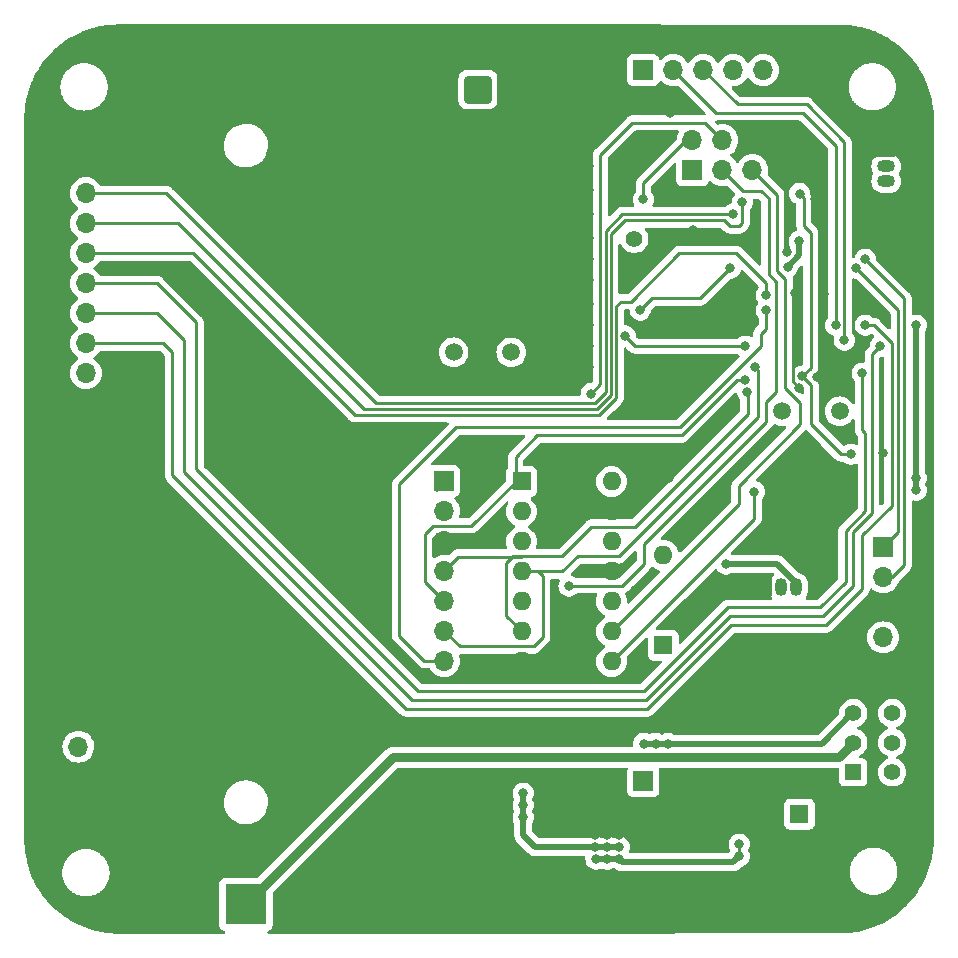
<source format=gbr>
%TF.GenerationSoftware,KiCad,Pcbnew,7.0.10*%
%TF.CreationDate,2024-11-11T15:26:17+02:00*%
%TF.ProjectId,Elektroniikkapaja,456c656b-7472-46f6-9e69-696b6b617061,rev?*%
%TF.SameCoordinates,Original*%
%TF.FileFunction,Copper,L2,Bot*%
%TF.FilePolarity,Positive*%
%FSLAX46Y46*%
G04 Gerber Fmt 4.6, Leading zero omitted, Abs format (unit mm)*
G04 Created by KiCad (PCBNEW 7.0.10) date 2024-11-11 15:26:17*
%MOMM*%
%LPD*%
G01*
G04 APERTURE LIST*
G04 Aperture macros list*
%AMRoundRect*
0 Rectangle with rounded corners*
0 $1 Rounding radius*
0 $2 $3 $4 $5 $6 $7 $8 $9 X,Y pos of 4 corners*
0 Add a 4 corners polygon primitive as box body*
4,1,4,$2,$3,$4,$5,$6,$7,$8,$9,$2,$3,0*
0 Add four circle primitives for the rounded corners*
1,1,$1+$1,$2,$3*
1,1,$1+$1,$4,$5*
1,1,$1+$1,$6,$7*
1,1,$1+$1,$8,$9*
0 Add four rect primitives between the rounded corners*
20,1,$1+$1,$2,$3,$4,$5,0*
20,1,$1+$1,$4,$5,$6,$7,0*
20,1,$1+$1,$6,$7,$8,$9,0*
20,1,$1+$1,$8,$9,$2,$3,0*%
G04 Aperture macros list end*
%TA.AperFunction,ComponentPad*%
%ADD10R,3.500000X3.500000*%
%TD*%
%TA.AperFunction,ComponentPad*%
%ADD11C,3.500000*%
%TD*%
%TA.AperFunction,ComponentPad*%
%ADD12C,1.500000*%
%TD*%
%TA.AperFunction,ComponentPad*%
%ADD13R,1.050000X1.500000*%
%TD*%
%TA.AperFunction,ComponentPad*%
%ADD14O,1.050000X1.500000*%
%TD*%
%TA.AperFunction,ComponentPad*%
%ADD15R,1.700000X1.700000*%
%TD*%
%TA.AperFunction,ComponentPad*%
%ADD16O,1.700000X1.700000*%
%TD*%
%TA.AperFunction,ComponentPad*%
%ADD17R,1.500000X1.050000*%
%TD*%
%TA.AperFunction,ComponentPad*%
%ADD18O,1.500000X1.050000*%
%TD*%
%TA.AperFunction,ComponentPad*%
%ADD19R,1.400000X1.400000*%
%TD*%
%TA.AperFunction,ComponentPad*%
%ADD20C,1.400000*%
%TD*%
%TA.AperFunction,ComponentPad*%
%ADD21RoundRect,0.200100X-0.949900X-0.949900X0.949900X-0.949900X0.949900X0.949900X-0.949900X0.949900X0*%
%TD*%
%TA.AperFunction,ComponentPad*%
%ADD22C,2.500000*%
%TD*%
%TA.AperFunction,ComponentPad*%
%ADD23R,1.600000X1.600000*%
%TD*%
%TA.AperFunction,ComponentPad*%
%ADD24O,1.600000X1.600000*%
%TD*%
%TA.AperFunction,ComponentPad*%
%ADD25O,1.400000X1.400000*%
%TD*%
%TA.AperFunction,ViaPad*%
%ADD26C,0.800000*%
%TD*%
%TA.AperFunction,Conductor*%
%ADD27C,0.250000*%
%TD*%
%TA.AperFunction,Conductor*%
%ADD28C,0.500000*%
%TD*%
%TA.AperFunction,Conductor*%
%ADD29C,0.750000*%
%TD*%
G04 APERTURE END LIST*
D10*
%TO.P,BT1,1,+*%
%TO.N,LiPo_Battery*%
X197760000Y-143530000D03*
D11*
%TO.P,BT1,2,-*%
%TO.N,GND*%
X197760000Y-71530000D03*
%TD*%
D12*
%TO.P,Y2,1,1*%
%TO.N,Net-(U3-XTLOUT)*%
X215338000Y-96774000D03*
%TO.P,Y2,2,2*%
%TO.N,Net-(U3-XTLIN)*%
X220218000Y-96774000D03*
%TD*%
D13*
%TO.P,U4,1,GND*%
%TO.N,GND*%
X241808000Y-116692000D03*
D14*
%TO.P,U4,2,VI*%
%TO.N,LiPo_Battery*%
X243078000Y-116692000D03*
%TO.P,U4,3,VO*%
%TO.N,+3.3VDc*%
X244348000Y-116692000D03*
%TD*%
D15*
%TO.P,J9,1,MISO*%
%TO.N,MISO_5V*%
X235560000Y-81370000D03*
D16*
%TO.P,J9,2,VCC*%
%TO.N,+5VDc_ISP*%
X235560000Y-78830000D03*
%TO.P,J9,3,SCK*%
%TO.N,SCK_5V*%
X238100000Y-81370000D03*
%TO.P,J9,4,MOSI*%
%TO.N,MOSI_5V*%
X238100000Y-78830000D03*
%TO.P,J9,5,~{RST}*%
%TO.N,RST_5V*%
X240640000Y-81370000D03*
%TO.P,J9,6,GND*%
%TO.N,GND*%
X240640000Y-78830000D03*
%TD*%
D17*
%TO.P,U5,1,GND*%
%TO.N,GND*%
X251968000Y-79756000D03*
D18*
%TO.P,U5,2,DQ*%
%TO.N,One_wire*%
X251968000Y-81026000D03*
%TO.P,U5,3,V_{DD}*%
%TO.N,+3.3VDc*%
X251968000Y-82296000D03*
%TD*%
D15*
%TO.P,J6,1,Pin_1*%
%TO.N,Ext_+5VDc*%
X231399000Y-133096000D03*
D16*
%TO.P,J6,2,Pin_2*%
%TO.N,GND*%
X228859000Y-133096000D03*
%TD*%
D15*
%TO.P,J8,1,Pin_1*%
%TO.N,GND*%
X183575000Y-127635000D03*
D16*
%TO.P,J8,2,Pin_2*%
%TO.N,Solar_panel*%
X183575000Y-130175000D03*
%TD*%
D19*
%TO.P,SW1,1,A*%
%TO.N,Net-(D2-K)*%
X249174000Y-132334000D03*
D20*
%TO.P,SW1,2,B*%
%TO.N,LiPo_Battery*%
X249174000Y-129834000D03*
%TO.P,SW1,3,C*%
%TO.N,Net-(SW1-C)*%
X249174000Y-127334000D03*
%TO.P,SW1,4*%
%TO.N,N/C*%
X252474000Y-132334000D03*
%TO.P,SW1,5*%
X252474000Y-129834000D03*
%TO.P,SW1,6*%
X252474000Y-127334000D03*
%TD*%
D21*
%TO.P,J1,1,In*%
%TO.N,Net-(J1-In)*%
X217400000Y-74540000D03*
D22*
%TO.P,J1,2,Ext*%
%TO.N,GND*%
X214860000Y-72000000D03*
X214860000Y-77080000D03*
X219940000Y-72000000D03*
X219940000Y-77080000D03*
%TD*%
D15*
%TO.P,J4,1,Pin_1*%
%TO.N,SCL*%
X251714000Y-113294000D03*
D16*
%TO.P,J4,2,Pin_2*%
%TO.N,SDA*%
X251714000Y-115834000D03*
%TO.P,J4,3,Pin_3*%
%TO.N,GND*%
X251714000Y-118374000D03*
%TO.P,J4,4,Pin_4*%
%TO.N,+3.3VDc*%
X251714000Y-120914000D03*
%TD*%
D23*
%TO.P,D2,1,K*%
%TO.N,Net-(D2-K)*%
X244602000Y-135890000D03*
D24*
%TO.P,D2,2,A*%
%TO.N,GND*%
X244602000Y-143510000D03*
%TD*%
D12*
%TO.P,Y1,1,1*%
%TO.N,Net-(U1-XTAL2)*%
X243160000Y-101770000D03*
%TO.P,Y1,2,2*%
%TO.N,Net-(U1-XTAL1)*%
X248040000Y-101770000D03*
%TD*%
D23*
%TO.P,D4,1,K*%
%TO.N,LiPo_Battery*%
X233090000Y-121590000D03*
D24*
%TO.P,D4,2,A*%
%TO.N,+5VDc_ISP*%
X233090000Y-113970000D03*
%TD*%
D20*
%TO.P,R12,1*%
%TO.N,LDR*%
X230632000Y-87172000D03*
D25*
%TO.P,R12,2*%
%TO.N,GND*%
X230632000Y-89712000D03*
%TD*%
D15*
%TO.P,J5,1,Pin_1*%
%TO.N,unconnected-(J5-Pin_1-Pad1)*%
X214530000Y-107670000D03*
D16*
%TO.P,J5,2,Pin_2*%
%TO.N,+3.3VDc*%
X214530000Y-110210000D03*
%TO.P,J5,3,Pin_3*%
%TO.N,GND*%
X214530000Y-112750000D03*
%TO.P,J5,4,Pin_4*%
%TO.N,SCK*%
X214530000Y-115290000D03*
%TO.P,J5,5,Pin_5*%
%TO.N,MISO*%
X214530000Y-117830000D03*
%TO.P,J5,6,Pin_6*%
%TO.N,MOSI*%
X214530000Y-120370000D03*
%TO.P,J5,7,Pin_7*%
%TO.N,CS_0*%
X214530000Y-122910000D03*
%TD*%
D23*
%TO.P,U7,1*%
%TO.N,MISO*%
X221090000Y-107720000D03*
D24*
%TO.P,U7,2*%
%TO.N,MISO_5V*%
X221090000Y-110260000D03*
%TO.P,U7,3*%
%TO.N,MOSI_5V*%
X221090000Y-112800000D03*
%TO.P,U7,4*%
%TO.N,MOSI*%
X221090000Y-115340000D03*
%TO.P,U7,5*%
%TO.N,SCK_5V*%
X221090000Y-117880000D03*
%TO.P,U7,6*%
%TO.N,SCK*%
X221090000Y-120420000D03*
%TO.P,U7,7,GND*%
%TO.N,GND*%
X221090000Y-122960000D03*
%TO.P,U7,8*%
%TO.N,RST*%
X228710000Y-122960000D03*
%TO.P,U7,9*%
%TO.N,RST_5V*%
X228710000Y-120420000D03*
%TO.P,U7,10*%
%TO.N,unconnected-(U7-Pad10)*%
X228710000Y-117880000D03*
%TO.P,U7,11*%
%TO.N,GND*%
X228710000Y-115340000D03*
%TO.P,U7,12*%
%TO.N,unconnected-(U7-Pad12)*%
X228710000Y-112800000D03*
%TO.P,U7,13*%
%TO.N,GND*%
X228710000Y-110260000D03*
%TO.P,U7,14,VCC*%
%TO.N,+5VDc_ISP*%
X228710000Y-107720000D03*
%TD*%
D15*
%TO.P,J7,1,Pin_1*%
%TO.N,GND*%
X184200000Y-101090000D03*
D16*
%TO.P,J7,2,Pin_2*%
%TO.N,+3.3VDc*%
X184200000Y-98550000D03*
%TO.P,J7,3,Pin_3*%
%TO.N,PD4*%
X184200000Y-96010000D03*
%TO.P,J7,4,Pin_4*%
%TO.N,PD3*%
X184200000Y-93470000D03*
%TO.P,J7,5,Pin_5*%
%TO.N,PD2*%
X184200000Y-90930000D03*
%TO.P,J7,6,Pin_6*%
%TO.N,PB0*%
X184200000Y-88390000D03*
%TO.P,J7,7,Pin_7*%
%TO.N,PA5*%
X184200000Y-85850000D03*
%TO.P,J7,8,Pin_8*%
%TO.N,PA4*%
X184200000Y-83310000D03*
%TD*%
D15*
%TO.P,J3,1,Pin_1*%
%TO.N,Net-(J3-Pin_1)*%
X231394000Y-72898000D03*
D16*
%TO.P,J3,2,Pin_2*%
%TO.N,Tx*%
X233934000Y-72898000D03*
%TO.P,J3,3,Pin_3*%
%TO.N,Rx*%
X236474000Y-72898000D03*
%TO.P,J3,4,Pin_4*%
%TO.N,+3.3VDc*%
X239014000Y-72898000D03*
%TO.P,J3,5,Pin_5*%
%TO.N,unconnected-(J3-Pin_5-Pad5)*%
X241554000Y-72898000D03*
%TO.P,J3,6,Pin_6*%
%TO.N,GND*%
X244094000Y-72898000D03*
%TD*%
D26*
%TO.N,GND*%
X233700000Y-76490000D03*
X214122000Y-83312000D03*
X235690000Y-94780000D03*
X241800000Y-142630000D03*
X230690000Y-116920000D03*
X211582000Y-87122000D03*
X234670000Y-111760000D03*
X248730000Y-99600000D03*
X249560000Y-87390000D03*
X224028000Y-72136000D03*
X245560000Y-79190000D03*
X216662000Y-79502000D03*
X216662000Y-83312000D03*
X246080000Y-98890000D03*
X209042000Y-73914000D03*
X209042000Y-96266000D03*
X211582000Y-92710000D03*
X211582000Y-73914000D03*
X221742000Y-86614000D03*
X238660000Y-92440000D03*
X209042000Y-92710000D03*
X226822000Y-96266000D03*
X226568000Y-73914000D03*
X225552000Y-81534000D03*
X224282000Y-87122000D03*
X209042000Y-94488000D03*
X211582000Y-83312000D03*
X219202000Y-93218000D03*
X209042000Y-88900000D03*
X229362000Y-137668000D03*
X235640000Y-84060000D03*
X211582000Y-98044000D03*
X211582000Y-75946000D03*
X222758000Y-78740000D03*
X209042000Y-81534000D03*
X211582000Y-72136000D03*
X197760000Y-74320000D03*
X233230000Y-78880000D03*
X221560000Y-75400000D03*
X214122000Y-81534000D03*
X225170000Y-120410000D03*
X211582000Y-81534000D03*
X223520000Y-84074000D03*
X239660000Y-113550000D03*
X225552000Y-77470000D03*
X232060000Y-108360000D03*
X211582000Y-70358000D03*
X222758000Y-80264000D03*
X245920000Y-83840000D03*
X224282000Y-98044000D03*
X211582000Y-90678000D03*
X194990000Y-71570000D03*
X253540000Y-88510000D03*
X211582000Y-88900000D03*
X224282000Y-85090000D03*
X224282000Y-90678000D03*
X232330000Y-97850000D03*
X214122000Y-85090000D03*
X216408000Y-93218000D03*
X209042000Y-85090000D03*
X246600000Y-116160000D03*
X226822000Y-85090000D03*
X224282000Y-92710000D03*
X209042000Y-83312000D03*
X211582000Y-77724000D03*
X226822000Y-90678000D03*
X235630000Y-86440000D03*
X209042000Y-77724000D03*
X241770000Y-141590000D03*
X209042000Y-72136000D03*
X226822000Y-98044000D03*
X214122000Y-92710000D03*
X214122000Y-79502000D03*
X209042000Y-87122000D03*
X211582000Y-94488000D03*
X226822000Y-94488000D03*
X214122000Y-88900000D03*
X246190000Y-105390000D03*
X226822000Y-92710000D03*
X209042000Y-70358000D03*
X226568000Y-72136000D03*
X226822000Y-88900000D03*
X235580000Y-98500000D03*
X218948000Y-80518000D03*
X249930000Y-83970000D03*
X228346000Y-137668000D03*
X225298000Y-75438000D03*
X227330000Y-137668000D03*
X209042000Y-98044000D03*
X224028000Y-70358000D03*
X244270000Y-91780000D03*
X216662000Y-81534000D03*
X209042000Y-90678000D03*
X251695000Y-105340000D03*
X221742000Y-84074000D03*
X233540000Y-107410000D03*
X252093347Y-84193347D03*
X220980000Y-80518000D03*
X222920000Y-75610000D03*
X232240000Y-93800000D03*
X221996000Y-93218000D03*
X219456000Y-87122000D03*
X214122000Y-87122000D03*
X224282000Y-88900000D03*
X225044000Y-83820000D03*
X246740000Y-91810000D03*
X200470000Y-71500000D03*
X226822000Y-81026000D03*
X209042000Y-75946000D03*
X214126653Y-90682653D03*
X244620000Y-99790000D03*
X227076000Y-75184000D03*
X226568000Y-70358000D03*
X225552000Y-79756000D03*
X211582000Y-79502000D03*
X224282000Y-94488000D03*
X209042000Y-79502000D03*
X226822000Y-83058000D03*
X211582000Y-96266000D03*
X224282000Y-96266000D03*
X211582000Y-85090000D03*
X243600000Y-88260000D03*
X218760000Y-105410000D03*
X226822000Y-87122000D03*
X222758000Y-77216000D03*
X218780000Y-111800000D03*
X224120000Y-73840000D03*
X222510000Y-73660000D03*
%TO.N,+3.3VDc*%
X254508000Y-108458000D03*
X243620000Y-89520000D03*
X254508000Y-107442000D03*
X238410000Y-114710000D03*
X254508000Y-94488000D03*
X244602000Y-87376000D03*
%TO.N,RST*%
X244856000Y-98806000D03*
X244630000Y-83350000D03*
X240810000Y-108590000D03*
X248970000Y-105410000D03*
%TO.N,Net-(SW1-C)*%
X232457500Y-129910000D03*
X233499500Y-129910000D03*
X231427500Y-129910000D03*
%TO.N,Net-(U2-VOUT)*%
X229362000Y-139700000D03*
X227393940Y-139700000D03*
X228346000Y-139700000D03*
X239522000Y-139446000D03*
X239522000Y-138430000D03*
%TO.N,MISO*%
X240050000Y-99110000D03*
%TO.N,SCK*%
X240220000Y-100150000D03*
%TO.N,MOSI*%
X240860000Y-98030000D03*
%TO.N,Tx*%
X247687000Y-94488000D03*
%TO.N,Rx*%
X248412000Y-95758000D03*
%TO.N,SCL*%
X249428000Y-89662000D03*
%TO.N,SDA*%
X250190000Y-88900000D03*
%TO.N,CS_0*%
X241808000Y-93218000D03*
%TO.N,Net-(U2-Lx)*%
X227330000Y-138684000D03*
X221234000Y-136144000D03*
X228346000Y-138684000D03*
X229362000Y-138684000D03*
X221234000Y-134112000D03*
X221234000Y-135128000D03*
%TO.N,battery_lvl*%
X238760000Y-89662000D03*
X231140000Y-93218000D03*
%TO.N,ASK*%
X240030000Y-96266000D03*
X229860000Y-95400000D03*
%TO.N,PA4*%
X239014000Y-85090000D03*
%TO.N,PA5*%
X239776000Y-84074000D03*
%TO.N,PB0*%
X241808000Y-91948000D03*
%TO.N,PD2*%
X249936000Y-98552000D03*
%TO.N,PD3*%
X251460000Y-96266000D03*
%TO.N,PD4*%
X250190000Y-94488000D03*
%TO.N,+5VDc_ISP*%
X231400000Y-83840000D03*
%TO.N,SCK_5V*%
X225120000Y-116570000D03*
%TO.N,MOSI_5V*%
X226990000Y-100280000D03*
%TD*%
D27*
%TO.N,GND*%
X232060000Y-108360000D02*
X233010000Y-107410000D01*
X244094000Y-72898000D02*
X250952000Y-79756000D01*
X252217000Y-79780000D02*
X253940000Y-79780000D01*
X244620000Y-99790000D02*
X244050000Y-99220000D01*
X245920000Y-83840000D02*
X246740000Y-84660000D01*
X244050000Y-99220000D02*
X244050000Y-92000000D01*
X252093347Y-84193347D02*
X250153347Y-84193347D01*
X233010000Y-107410000D02*
X233540000Y-107410000D01*
X251968000Y-79756000D02*
X252193000Y-79756000D01*
X246740000Y-84660000D02*
X246740000Y-91810000D01*
X251104000Y-79756000D02*
X249930000Y-80930000D01*
X251968000Y-79756000D02*
X251104000Y-79756000D01*
X250952000Y-79756000D02*
X251968000Y-79756000D01*
X253940000Y-79780000D02*
X254600000Y-80440000D01*
X254600000Y-80440000D02*
X254600000Y-87450000D01*
X213897000Y-112990000D02*
X213877000Y-112970000D01*
X249930000Y-80930000D02*
X249930000Y-83970000D01*
X252193000Y-79756000D02*
X252217000Y-79780000D01*
X244050000Y-92000000D02*
X244270000Y-91780000D01*
X250153347Y-84193347D02*
X249930000Y-83970000D01*
X254600000Y-87450000D02*
X253540000Y-88510000D01*
%TO.N,+3.3VDc*%
X254508000Y-107696000D02*
X254508000Y-108458000D01*
D28*
X244602000Y-88538000D02*
X244602000Y-87376000D01*
D27*
X254508000Y-107442000D02*
X254508000Y-108458000D01*
D28*
X242699858Y-114710000D02*
X244348000Y-116358142D01*
X244348000Y-116358142D02*
X244348000Y-116692000D01*
X238410000Y-114710000D02*
X242699858Y-114710000D01*
X243620000Y-89520000D02*
X244602000Y-88538000D01*
X254508000Y-94488000D02*
X254508000Y-108204000D01*
D27*
%TO.N,RST*%
X244630000Y-83350000D02*
X244990000Y-83710000D01*
X228710000Y-122960000D02*
X228660000Y-122960000D01*
X245570000Y-86660000D02*
X245570000Y-98092000D01*
X244990000Y-83710000D02*
X244990000Y-86080000D01*
X244630000Y-83350000D02*
X244822000Y-83158000D01*
X248158000Y-105410000D02*
X245618000Y-102870000D01*
X245618000Y-102870000D02*
X245618000Y-99568000D01*
X245570000Y-98092000D02*
X244856000Y-98806000D01*
X248970000Y-105410000D02*
X248158000Y-105410000D01*
X244990000Y-86080000D02*
X245570000Y-86660000D01*
X240810000Y-108590000D02*
X240810000Y-110860000D01*
X228710000Y-122510000D02*
X228710000Y-122960000D01*
X245618000Y-99568000D02*
X244856000Y-98806000D01*
X240810000Y-110860000D02*
X228710000Y-122960000D01*
D29*
%TO.N,LiPo_Battery*%
X247944000Y-131064000D02*
X210226000Y-131064000D01*
X249174000Y-129834000D02*
X247944000Y-131064000D01*
X210226000Y-131064000D02*
X197760000Y-143530000D01*
D28*
%TO.N,Net-(SW1-C)*%
X231455500Y-129938000D02*
X231427500Y-129910000D01*
X249094000Y-127334000D02*
X249174000Y-127334000D01*
X246490000Y-129938000D02*
X249094000Y-127334000D01*
X233499500Y-129910000D02*
X233471500Y-129938000D01*
X233471500Y-129938000D02*
X231455500Y-129938000D01*
X231455500Y-129938000D02*
X246490000Y-129938000D01*
D27*
X233499500Y-129910000D02*
X233495500Y-129906000D01*
X232457500Y-129910000D02*
X231427500Y-129910000D01*
D28*
%TO.N,Net-(U2-VOUT)*%
X229362000Y-139700000D02*
X228346000Y-139700000D01*
D27*
X239522000Y-139446000D02*
X239522000Y-138430000D01*
D28*
X239014000Y-139954000D02*
X239522000Y-139446000D01*
X229362000Y-139700000D02*
X229616000Y-139954000D01*
X228346000Y-139700000D02*
X227393940Y-139700000D01*
X229616000Y-139954000D02*
X239014000Y-139954000D01*
D27*
%TO.N,MISO*%
X234660000Y-103820000D02*
X222410000Y-103820000D01*
X239370000Y-99110000D02*
X234660000Y-103820000D01*
X220600000Y-105630000D02*
X220600000Y-107730000D01*
X216850000Y-111480000D02*
X213600000Y-111480000D01*
X220600000Y-107730000D02*
X216850000Y-111480000D01*
X212920000Y-112160000D02*
X212920000Y-116220000D01*
X212920000Y-116220000D02*
X214530000Y-117830000D01*
X213600000Y-111480000D02*
X212920000Y-112160000D01*
X222410000Y-103820000D02*
X220600000Y-105630000D01*
X240050000Y-99110000D02*
X239370000Y-99110000D01*
%TO.N,SCK*%
X230660000Y-111560000D02*
X227010000Y-111560000D01*
X219790000Y-119120000D02*
X221090000Y-120420000D01*
X240220000Y-100150000D02*
X240230000Y-100160000D01*
X221170000Y-114080000D02*
X215740000Y-114080000D01*
X215740000Y-114080000D02*
X214530000Y-115290000D01*
X213897000Y-115530000D02*
X213877000Y-115510000D01*
X224500000Y-114070000D02*
X220330000Y-114070000D01*
X240230000Y-101990000D02*
X230660000Y-111560000D01*
X240230000Y-100160000D02*
X240230000Y-101990000D01*
X227010000Y-111560000D02*
X224500000Y-114070000D01*
X220330000Y-114070000D02*
X219790000Y-114610000D01*
X219790000Y-114610000D02*
X219790000Y-119120000D01*
%TO.N,MOSI*%
X240860000Y-98030000D02*
X241120000Y-98290000D01*
X241120000Y-102260000D02*
X229330000Y-114050000D01*
X222910000Y-115740000D02*
X222510000Y-115340000D01*
X222510000Y-115340000D02*
X221090000Y-115340000D01*
X229330000Y-114050000D02*
X225830000Y-114050000D01*
X225830000Y-114050000D02*
X224540000Y-115340000D01*
X222910000Y-120900000D02*
X222910000Y-115740000D01*
X214530000Y-120370000D02*
X215850000Y-121690000D01*
X222120000Y-121690000D02*
X222910000Y-120900000D01*
X224540000Y-115340000D02*
X221090000Y-115340000D01*
X215850000Y-121690000D02*
X222120000Y-121690000D01*
X241120000Y-98290000D02*
X241120000Y-102260000D01*
%TO.N,Tx*%
X247687000Y-79285000D02*
X244932000Y-76530000D01*
X244932000Y-76530000D02*
X237566000Y-76530000D01*
X237566000Y-76530000D02*
X233934000Y-72898000D01*
X247687000Y-94488000D02*
X247687000Y-79285000D01*
%TO.N,Rx*%
X248412000Y-95758000D02*
X248412000Y-78994000D01*
X239376000Y-75800000D02*
X236474000Y-72898000D01*
X245218000Y-75800000D02*
X239376000Y-75800000D01*
X248412000Y-78994000D02*
X245218000Y-75800000D01*
%TO.N,SCL*%
X252984000Y-112024000D02*
X251714000Y-113294000D01*
X252984000Y-93218000D02*
X252984000Y-112024000D01*
X249428000Y-89662000D02*
X252984000Y-93218000D01*
%TO.N,SDA*%
X252466000Y-115834000D02*
X251714000Y-115834000D01*
X250190000Y-88900000D02*
X253492000Y-92202000D01*
X253492000Y-92202000D02*
X253492000Y-114808000D01*
X253492000Y-114808000D02*
X252466000Y-115834000D01*
%TO.N,CS_0*%
X241337000Y-95203695D02*
X241337000Y-96293000D01*
X241808000Y-93218000D02*
X241808000Y-94779000D01*
X212870000Y-122910000D02*
X214530000Y-122910000D01*
X234510000Y-103120000D02*
X215580000Y-103120000D01*
X241808000Y-94779000D02*
X241761695Y-94779000D01*
X241337000Y-96293000D02*
X234510000Y-103120000D01*
X215580000Y-103120000D02*
X210740000Y-107960000D01*
X210740000Y-107960000D02*
X210740000Y-120780000D01*
X241761695Y-94779000D02*
X241337000Y-95203695D01*
X210740000Y-120780000D02*
X212870000Y-122910000D01*
D28*
%TO.N,Net-(U2-Lx)*%
X222250000Y-138684000D02*
X221234000Y-137668000D01*
X221234000Y-137668000D02*
X221234000Y-134112000D01*
X229362000Y-138684000D02*
X222250000Y-138684000D01*
X229362000Y-138684000D02*
X227838000Y-138684000D01*
X227838000Y-138684000D02*
X227330000Y-138684000D01*
X228346000Y-138684000D02*
X227838000Y-138684000D01*
D27*
%TO.N,battery_lvl*%
X232156000Y-92202000D02*
X236220000Y-92202000D01*
X236220000Y-92202000D02*
X238760000Y-89662000D01*
X231140000Y-93218000D02*
X232156000Y-92202000D01*
%TO.N,ASK*%
X229860000Y-95400000D02*
X230726000Y-96266000D01*
X230726000Y-96266000D02*
X240030000Y-96266000D01*
%TO.N,PA4*%
X184202000Y-83312000D02*
X184200000Y-83310000D01*
X208786000Y-101090000D02*
X191008000Y-83312000D01*
X229616000Y-85090000D02*
X228210000Y-86496000D01*
X227280000Y-101090000D02*
X208786000Y-101090000D01*
X228210000Y-100160000D02*
X227280000Y-101090000D01*
X191008000Y-83312000D02*
X184202000Y-83312000D01*
X239014000Y-85090000D02*
X229616000Y-85090000D01*
X228210000Y-86496000D02*
X228210000Y-100160000D01*
%TO.N,PA5*%
X238750695Y-86106000D02*
X238242695Y-85598000D01*
X192022000Y-85850000D02*
X184152000Y-85850000D01*
X228670000Y-100430000D02*
X227500000Y-101600000D01*
X229812000Y-85598000D02*
X228670000Y-86740000D01*
X228670000Y-86740000D02*
X228670000Y-100430000D01*
X239522000Y-86106000D02*
X238750695Y-86106000D01*
X207772000Y-101600000D02*
X192022000Y-85850000D01*
X239776000Y-85852000D02*
X239522000Y-86106000D01*
X227500000Y-101600000D02*
X207772000Y-101600000D01*
X184152000Y-85850000D02*
X184150000Y-85852000D01*
X238242695Y-85598000D02*
X229812000Y-85598000D01*
X239776000Y-84074000D02*
X239776000Y-85852000D01*
%TO.N,PB0*%
X239268000Y-88392000D02*
X234442000Y-88392000D01*
X227660000Y-102090000D02*
X206992000Y-102090000D01*
X229130000Y-92890000D02*
X229130000Y-100620000D01*
X230341000Y-92493000D02*
X229527000Y-92493000D01*
X229527000Y-92493000D02*
X229130000Y-92890000D01*
X193294000Y-88392000D02*
X184150000Y-88392000D01*
X241808000Y-90932000D02*
X239268000Y-88392000D01*
X241808000Y-91948000D02*
X241808000Y-90932000D01*
X234442000Y-88392000D02*
X230341000Y-92493000D01*
X229130000Y-100620000D02*
X227660000Y-102090000D01*
X206992000Y-102090000D02*
X193294000Y-88392000D01*
%TO.N,PD2*%
X238546000Y-118364000D02*
X231434000Y-125476000D01*
X184152000Y-90930000D02*
X184150000Y-90932000D01*
X248539000Y-116205000D02*
X246380000Y-118364000D01*
X193548000Y-94234000D02*
X190244000Y-90930000D01*
X250200000Y-103642000D02*
X250200000Y-110226000D01*
X193548000Y-106680000D02*
X193548000Y-94234000D01*
X190244000Y-90930000D02*
X184152000Y-90930000D01*
X249936000Y-103378000D02*
X250200000Y-103642000D01*
X246380000Y-118364000D02*
X238546000Y-118364000D01*
X212344000Y-125476000D02*
X193548000Y-106680000D01*
X250200000Y-110226000D02*
X248539000Y-111887000D01*
X231434000Y-125476000D02*
X212344000Y-125476000D01*
X248539000Y-111887000D02*
X248539000Y-116205000D01*
X249936000Y-98552000D02*
X249936000Y-103378000D01*
%TO.N,PD3*%
X249174000Y-112014000D02*
X249174000Y-116586000D01*
X192532000Y-95758000D02*
X190244000Y-93470000D01*
X249174000Y-116586000D02*
X246634000Y-119126000D01*
X251460000Y-96266000D02*
X250770000Y-96956000D01*
X231652000Y-126238000D02*
X211836000Y-126238000D01*
X211836000Y-126238000D02*
X192532000Y-106934000D01*
X190244000Y-93470000D02*
X184152000Y-93470000D01*
X250770000Y-96956000D02*
X250770000Y-110418000D01*
X246634000Y-119126000D02*
X238764000Y-119126000D01*
X238764000Y-119126000D02*
X231652000Y-126238000D01*
X192532000Y-106934000D02*
X192532000Y-95758000D01*
X184152000Y-93470000D02*
X184150000Y-93472000D01*
X250770000Y-110418000D02*
X249174000Y-112014000D01*
%TO.N,unconnected-(J5-Pin_1-Pad1)*%
X213877000Y-108393000D02*
X213902000Y-108418000D01*
%TO.N,PD4*%
X231750000Y-127000000D02*
X211328000Y-127000000D01*
X238862000Y-119888000D02*
X231750000Y-127000000D01*
X184202000Y-96012000D02*
X184200000Y-96010000D01*
X191516000Y-96774000D02*
X190754000Y-96012000D01*
X252420000Y-95956000D02*
X252420000Y-109784000D01*
X249936000Y-116840000D02*
X246888000Y-119888000D01*
X252420000Y-109784000D02*
X249936000Y-112268000D01*
X249936000Y-112268000D02*
X249936000Y-116840000D01*
X246888000Y-119888000D02*
X238862000Y-119888000D01*
X250190000Y-94488000D02*
X250952000Y-94488000D01*
X250952000Y-94488000D02*
X252420000Y-95956000D01*
X191516000Y-107188000D02*
X191516000Y-96774000D01*
X211328000Y-127000000D02*
X191516000Y-107188000D01*
X190754000Y-96012000D02*
X184202000Y-96012000D01*
%TO.N,+5VDc_ISP*%
X231400000Y-82480000D02*
X231400000Y-83840000D01*
X235050000Y-78830000D02*
X231400000Y-82480000D01*
X235560000Y-78830000D02*
X235050000Y-78830000D01*
%TO.N,SCK_5V*%
X241800000Y-102680000D02*
X231470000Y-113010000D01*
X242000000Y-90170000D02*
X242660000Y-90830000D01*
X225120000Y-116570000D02*
X225140000Y-116560000D01*
X238100000Y-81370000D02*
X239880000Y-83150000D01*
X241800000Y-101030000D02*
X241800000Y-102680000D01*
X231470000Y-113010000D02*
X231470000Y-114690000D01*
X229600000Y-116560000D02*
X225160000Y-116560000D01*
X225140000Y-116560000D02*
X225150000Y-116560000D01*
X239880000Y-83150000D02*
X241400000Y-83150000D01*
X241400000Y-83150000D02*
X242000000Y-83750000D01*
X242000000Y-83750000D02*
X242000000Y-90170000D01*
X242660000Y-90830000D02*
X242660000Y-100170000D01*
X225160000Y-116560000D02*
X225120000Y-116570000D01*
X231470000Y-114690000D02*
X229600000Y-116560000D01*
X242660000Y-100170000D02*
X241800000Y-101030000D01*
%TO.N,MOSI_5V*%
X236620000Y-77350000D02*
X238100000Y-78830000D01*
X227760000Y-80050000D02*
X230460000Y-77350000D01*
X230460000Y-77350000D02*
X236620000Y-77350000D01*
X226990000Y-100280000D02*
X227760000Y-99510000D01*
X227760000Y-99510000D02*
X227760000Y-80050000D01*
%TO.N,RST_5V*%
X239490000Y-108090000D02*
X239490000Y-109640000D01*
X244690000Y-102890000D02*
X239490000Y-108090000D01*
X242720000Y-89870000D02*
X243420000Y-90570000D01*
X243420000Y-90570000D02*
X243420000Y-99810000D01*
X242720000Y-83450000D02*
X242720000Y-89870000D01*
X240640000Y-81370000D02*
X242720000Y-83450000D01*
X239490000Y-109640000D02*
X228710000Y-120420000D01*
X244690000Y-101080000D02*
X244690000Y-102890000D01*
X243420000Y-99810000D02*
X244690000Y-101080000D01*
%TD*%
%TA.AperFunction,Conductor*%
%TO.N,GND*%
G36*
X193050587Y-89037185D02*
G01*
X193071228Y-89053818D01*
X199791995Y-95774586D01*
X206491197Y-102473788D01*
X206501022Y-102486051D01*
X206501243Y-102485869D01*
X206506211Y-102491874D01*
X206555222Y-102537899D01*
X206558021Y-102540612D01*
X206577522Y-102560114D01*
X206577526Y-102560117D01*
X206577529Y-102560120D01*
X206580702Y-102562581D01*
X206589574Y-102570159D01*
X206621418Y-102600062D01*
X206638976Y-102609714D01*
X206655235Y-102620395D01*
X206671064Y-102632673D01*
X206711155Y-102650021D01*
X206721626Y-102655151D01*
X206744180Y-102667550D01*
X206759902Y-102676194D01*
X206759904Y-102676195D01*
X206759908Y-102676197D01*
X206779316Y-102681180D01*
X206797719Y-102687481D01*
X206816101Y-102695436D01*
X206816102Y-102695436D01*
X206816104Y-102695437D01*
X206859250Y-102702270D01*
X206870672Y-102704636D01*
X206912981Y-102715500D01*
X206933016Y-102715500D01*
X206952414Y-102717026D01*
X206972194Y-102720159D01*
X206972195Y-102720160D01*
X206972195Y-102720159D01*
X206972196Y-102720160D01*
X207015675Y-102716050D01*
X207027344Y-102715500D01*
X214800548Y-102715500D01*
X214867587Y-102735185D01*
X214913342Y-102787989D01*
X214923286Y-102857147D01*
X214894261Y-102920703D01*
X214888229Y-102927181D01*
X210356208Y-107459199D01*
X210343951Y-107469020D01*
X210344134Y-107469241D01*
X210338122Y-107474214D01*
X210292098Y-107523223D01*
X210289391Y-107526016D01*
X210269889Y-107545517D01*
X210269875Y-107545534D01*
X210267407Y-107548715D01*
X210259843Y-107557570D01*
X210229937Y-107589418D01*
X210229936Y-107589420D01*
X210220284Y-107606976D01*
X210209610Y-107623226D01*
X210197329Y-107639061D01*
X210197324Y-107639068D01*
X210179975Y-107679158D01*
X210174838Y-107689644D01*
X210153803Y-107727906D01*
X210148822Y-107747307D01*
X210142521Y-107765710D01*
X210134562Y-107784102D01*
X210134561Y-107784105D01*
X210127728Y-107827243D01*
X210125360Y-107838674D01*
X210114501Y-107880971D01*
X210114500Y-107880982D01*
X210114500Y-107901016D01*
X210112973Y-107920413D01*
X210109840Y-107940196D01*
X210111997Y-107963018D01*
X210113950Y-107983674D01*
X210114500Y-107995343D01*
X210114500Y-120697255D01*
X210112775Y-120712872D01*
X210113061Y-120712899D01*
X210112326Y-120720665D01*
X210114439Y-120787872D01*
X210114500Y-120791767D01*
X210114500Y-120819357D01*
X210115003Y-120823335D01*
X210115918Y-120834967D01*
X210117290Y-120878624D01*
X210117291Y-120878627D01*
X210122880Y-120897867D01*
X210126824Y-120916911D01*
X210127190Y-120919804D01*
X210129336Y-120936792D01*
X210145414Y-120977403D01*
X210149197Y-120988452D01*
X210161381Y-121030388D01*
X210171580Y-121047634D01*
X210180136Y-121065100D01*
X210183159Y-121072734D01*
X210187514Y-121083732D01*
X210213181Y-121119060D01*
X210219593Y-121128821D01*
X210241828Y-121166417D01*
X210241833Y-121166424D01*
X210255990Y-121180580D01*
X210268628Y-121195376D01*
X210280405Y-121211586D01*
X210280406Y-121211587D01*
X210314057Y-121239425D01*
X210322698Y-121247288D01*
X212369197Y-123293788D01*
X212379022Y-123306051D01*
X212379243Y-123305869D01*
X212384211Y-123311874D01*
X212433222Y-123357899D01*
X212436021Y-123360612D01*
X212455522Y-123380114D01*
X212455526Y-123380117D01*
X212455529Y-123380120D01*
X212458702Y-123382581D01*
X212467574Y-123390159D01*
X212499418Y-123420062D01*
X212516976Y-123429714D01*
X212533233Y-123440393D01*
X212549064Y-123452673D01*
X212578803Y-123465542D01*
X212589152Y-123470021D01*
X212599641Y-123475160D01*
X212623457Y-123488252D01*
X212637908Y-123496197D01*
X212650523Y-123499435D01*
X212657305Y-123501177D01*
X212675719Y-123507481D01*
X212694104Y-123515438D01*
X212737261Y-123522273D01*
X212748656Y-123524632D01*
X212790981Y-123535500D01*
X212811016Y-123535500D01*
X212830413Y-123537026D01*
X212850196Y-123540160D01*
X212893675Y-123536050D01*
X212905344Y-123535500D01*
X213254773Y-123535500D01*
X213321812Y-123555185D01*
X213356348Y-123588377D01*
X213491500Y-123781395D01*
X213491505Y-123781401D01*
X213658599Y-123948495D01*
X213755384Y-124016265D01*
X213852165Y-124084032D01*
X213852167Y-124084033D01*
X213852170Y-124084035D01*
X214066337Y-124183903D01*
X214066343Y-124183904D01*
X214066344Y-124183905D01*
X214121285Y-124198626D01*
X214294592Y-124245063D01*
X214482918Y-124261539D01*
X214529999Y-124265659D01*
X214530000Y-124265659D01*
X214530001Y-124265659D01*
X214569234Y-124262226D01*
X214765408Y-124245063D01*
X214993663Y-124183903D01*
X215207830Y-124084035D01*
X215401401Y-123948495D01*
X215568495Y-123781401D01*
X215704035Y-123587830D01*
X215803903Y-123373663D01*
X215865063Y-123145408D01*
X215885659Y-122910000D01*
X215865063Y-122674592D01*
X215830387Y-122545177D01*
X215810671Y-122471593D01*
X215812334Y-122401743D01*
X215851497Y-122343881D01*
X215915726Y-122316377D01*
X215930446Y-122315500D01*
X222037257Y-122315500D01*
X222052877Y-122317224D01*
X222052904Y-122316939D01*
X222060660Y-122317671D01*
X222060667Y-122317673D01*
X222127873Y-122315561D01*
X222131768Y-122315500D01*
X222159346Y-122315500D01*
X222159350Y-122315500D01*
X222163324Y-122314997D01*
X222174963Y-122314080D01*
X222218627Y-122312709D01*
X222237869Y-122307117D01*
X222256912Y-122303174D01*
X222276792Y-122300664D01*
X222317401Y-122284585D01*
X222328444Y-122280803D01*
X222370390Y-122268618D01*
X222387629Y-122258422D01*
X222405103Y-122249862D01*
X222423727Y-122242488D01*
X222423727Y-122242487D01*
X222423732Y-122242486D01*
X222459083Y-122216800D01*
X222468814Y-122210408D01*
X222506420Y-122188170D01*
X222520589Y-122173999D01*
X222535379Y-122161368D01*
X222551587Y-122149594D01*
X222579438Y-122115926D01*
X222587279Y-122107309D01*
X223293786Y-121400802D01*
X223306048Y-121390980D01*
X223305865Y-121390759D01*
X223311868Y-121385791D01*
X223311877Y-121385786D01*
X223357934Y-121336739D01*
X223360582Y-121334006D01*
X223380120Y-121314470D01*
X223382570Y-121311310D01*
X223390154Y-121302429D01*
X223420062Y-121270582D01*
X223429714Y-121253023D01*
X223440389Y-121236772D01*
X223452674Y-121220936D01*
X223470030Y-121180825D01*
X223475161Y-121170354D01*
X223496194Y-121132098D01*
X223496194Y-121132097D01*
X223496197Y-121132092D01*
X223501180Y-121112680D01*
X223507477Y-121094291D01*
X223515438Y-121075895D01*
X223522270Y-121032748D01*
X223524639Y-121021316D01*
X223533078Y-120988452D01*
X223535500Y-120979019D01*
X223535500Y-120958983D01*
X223537027Y-120939582D01*
X223537469Y-120936792D01*
X223540160Y-120919804D01*
X223536050Y-120876324D01*
X223535500Y-120864655D01*
X223535500Y-116089500D01*
X223555185Y-116022461D01*
X223607989Y-115976706D01*
X223659500Y-115965500D01*
X224214426Y-115965500D01*
X224281465Y-115985185D01*
X224327220Y-116037989D01*
X224337164Y-116107147D01*
X224321814Y-116151497D01*
X224316097Y-116161401D01*
X224292820Y-116201718D01*
X224292818Y-116201722D01*
X224235935Y-116376792D01*
X224234326Y-116381744D01*
X224214540Y-116570000D01*
X224234326Y-116758256D01*
X224234327Y-116758259D01*
X224292818Y-116938277D01*
X224292821Y-116938284D01*
X224387467Y-117102216D01*
X224500063Y-117227266D01*
X224514129Y-117242888D01*
X224667265Y-117354148D01*
X224667270Y-117354151D01*
X224840192Y-117431142D01*
X224840197Y-117431144D01*
X225025354Y-117470500D01*
X225025355Y-117470500D01*
X225214644Y-117470500D01*
X225214646Y-117470500D01*
X225399803Y-117431144D01*
X225572730Y-117354151D01*
X225725871Y-117242888D01*
X225736787Y-117230764D01*
X225740603Y-117226527D01*
X225800090Y-117189879D01*
X225832752Y-117185500D01*
X227404266Y-117185500D01*
X227471305Y-117205185D01*
X227517060Y-117257989D01*
X227527004Y-117327147D01*
X227516648Y-117361904D01*
X227483263Y-117433497D01*
X227483258Y-117433511D01*
X227424366Y-117653302D01*
X227424364Y-117653313D01*
X227404532Y-117879995D01*
X227404532Y-117880001D01*
X227424364Y-118106686D01*
X227424366Y-118106697D01*
X227483258Y-118326488D01*
X227483261Y-118326497D01*
X227579431Y-118532732D01*
X227579432Y-118532734D01*
X227709954Y-118719141D01*
X227870858Y-118880045D01*
X227870861Y-118880047D01*
X228057266Y-119010568D01*
X228115275Y-119037618D01*
X228167714Y-119083791D01*
X228186866Y-119150984D01*
X228166650Y-119217865D01*
X228115275Y-119262382D01*
X228057267Y-119289431D01*
X228057265Y-119289432D01*
X227870858Y-119419954D01*
X227709954Y-119580858D01*
X227579432Y-119767265D01*
X227579431Y-119767267D01*
X227483261Y-119973502D01*
X227483258Y-119973511D01*
X227424366Y-120193302D01*
X227424364Y-120193313D01*
X227404532Y-120419998D01*
X227404532Y-120420001D01*
X227424364Y-120646686D01*
X227424366Y-120646697D01*
X227483258Y-120866488D01*
X227483261Y-120866497D01*
X227579431Y-121072732D01*
X227579432Y-121072734D01*
X227709954Y-121259141D01*
X227870858Y-121420045D01*
X227870861Y-121420047D01*
X228057266Y-121550568D01*
X228115275Y-121577618D01*
X228167714Y-121623791D01*
X228186866Y-121690984D01*
X228166650Y-121757865D01*
X228115275Y-121802382D01*
X228057267Y-121829431D01*
X228057265Y-121829432D01*
X227870858Y-121959954D01*
X227709954Y-122120858D01*
X227579432Y-122307265D01*
X227579431Y-122307267D01*
X227483261Y-122513502D01*
X227483258Y-122513511D01*
X227424366Y-122733302D01*
X227424364Y-122733313D01*
X227404532Y-122959998D01*
X227404532Y-122960001D01*
X227424364Y-123186686D01*
X227424366Y-123186697D01*
X227483258Y-123406488D01*
X227483261Y-123406497D01*
X227579431Y-123612732D01*
X227579432Y-123612734D01*
X227709954Y-123799141D01*
X227870858Y-123960045D01*
X227870861Y-123960047D01*
X228057266Y-124090568D01*
X228263504Y-124186739D01*
X228483308Y-124245635D01*
X228645230Y-124259801D01*
X228709998Y-124265468D01*
X228710000Y-124265468D01*
X228710002Y-124265468D01*
X228766673Y-124260509D01*
X228936692Y-124245635D01*
X229156496Y-124186739D01*
X229362734Y-124090568D01*
X229549139Y-123960047D01*
X229710047Y-123799139D01*
X229840568Y-123612734D01*
X229936739Y-123406496D01*
X229995635Y-123186692D01*
X230015468Y-122960000D01*
X230011093Y-122909999D01*
X230008827Y-122884091D01*
X229995635Y-122733308D01*
X229977318Y-122664948D01*
X229978981Y-122595103D01*
X230009410Y-122545179D01*
X231577821Y-120976768D01*
X231639142Y-120943285D01*
X231708834Y-120948269D01*
X231764767Y-120990141D01*
X231789184Y-121055605D01*
X231789500Y-121064451D01*
X231789500Y-122437870D01*
X231789501Y-122437876D01*
X231795908Y-122497483D01*
X231846202Y-122632328D01*
X231846206Y-122632335D01*
X231932452Y-122747544D01*
X231932455Y-122747547D01*
X232047664Y-122833793D01*
X232047671Y-122833797D01*
X232182517Y-122884091D01*
X232182516Y-122884091D01*
X232189444Y-122884835D01*
X232242127Y-122890500D01*
X232835547Y-122890499D01*
X232902585Y-122910183D01*
X232948340Y-122962987D01*
X232958284Y-123032146D01*
X232929259Y-123095702D01*
X232923227Y-123102180D01*
X231211228Y-124814181D01*
X231149905Y-124847666D01*
X231123547Y-124850500D01*
X212654453Y-124850500D01*
X212587414Y-124830815D01*
X212566772Y-124814181D01*
X194209819Y-106457228D01*
X194176334Y-106395905D01*
X194173500Y-106369547D01*
X194173500Y-94316742D01*
X194175224Y-94301122D01*
X194174939Y-94301095D01*
X194175673Y-94293333D01*
X194173561Y-94226112D01*
X194173500Y-94222218D01*
X194173500Y-94194656D01*
X194173500Y-94194650D01*
X194172996Y-94190668D01*
X194172081Y-94179029D01*
X194171101Y-94147830D01*
X194170710Y-94135373D01*
X194165119Y-94116130D01*
X194161173Y-94097078D01*
X194158664Y-94077208D01*
X194142579Y-94036583D01*
X194138806Y-94025562D01*
X194126618Y-93983610D01*
X194126617Y-93983609D01*
X194126617Y-93983607D01*
X194126616Y-93983606D01*
X194116423Y-93966371D01*
X194107861Y-93948894D01*
X194100487Y-93930269D01*
X194076186Y-93896822D01*
X194074811Y-93894930D01*
X194068405Y-93885177D01*
X194046170Y-93847580D01*
X194046168Y-93847578D01*
X194046165Y-93847574D01*
X194032006Y-93833415D01*
X194019368Y-93818619D01*
X194007594Y-93802413D01*
X193973940Y-93774572D01*
X193965299Y-93766709D01*
X190744803Y-90546212D01*
X190734980Y-90533950D01*
X190734759Y-90534134D01*
X190729786Y-90528122D01*
X190680776Y-90482099D01*
X190677977Y-90479386D01*
X190658477Y-90459885D01*
X190658471Y-90459880D01*
X190655286Y-90457409D01*
X190646434Y-90449848D01*
X190614582Y-90419938D01*
X190614580Y-90419936D01*
X190614577Y-90419935D01*
X190597029Y-90410288D01*
X190580763Y-90399604D01*
X190564932Y-90387324D01*
X190524849Y-90369978D01*
X190514363Y-90364841D01*
X190476094Y-90343803D01*
X190476092Y-90343802D01*
X190456693Y-90338822D01*
X190438281Y-90332518D01*
X190419898Y-90324562D01*
X190419892Y-90324560D01*
X190376760Y-90317729D01*
X190365322Y-90315361D01*
X190323020Y-90304500D01*
X190323019Y-90304500D01*
X190302984Y-90304500D01*
X190283586Y-90302973D01*
X190276162Y-90301797D01*
X190263805Y-90299840D01*
X190263804Y-90299840D01*
X190220325Y-90303950D01*
X190208656Y-90304500D01*
X185475227Y-90304500D01*
X185408188Y-90284815D01*
X185373652Y-90251623D01*
X185238494Y-90058597D01*
X185071402Y-89891506D01*
X185071396Y-89891501D01*
X184885842Y-89761575D01*
X184842217Y-89706998D01*
X184835023Y-89637500D01*
X184866546Y-89575145D01*
X184885842Y-89558425D01*
X184908026Y-89542891D01*
X185071401Y-89428495D01*
X185238495Y-89261401D01*
X185372252Y-89070375D01*
X185426829Y-89026752D01*
X185473827Y-89017500D01*
X192983548Y-89017500D01*
X193050587Y-89037185D01*
G37*
%TD.AperFunction*%
%TA.AperFunction,Conductor*%
G36*
X237560580Y-115096523D02*
G01*
X237616513Y-115138395D01*
X237624633Y-115150705D01*
X237641988Y-115180764D01*
X237677467Y-115242216D01*
X237804129Y-115382888D01*
X237957265Y-115494148D01*
X237957270Y-115494151D01*
X238130192Y-115571142D01*
X238130197Y-115571144D01*
X238315354Y-115610500D01*
X238315355Y-115610500D01*
X238504644Y-115610500D01*
X238504646Y-115610500D01*
X238689803Y-115571144D01*
X238862730Y-115494151D01*
X238872500Y-115487053D01*
X238876452Y-115484182D01*
X238942258Y-115460702D01*
X238949337Y-115460500D01*
X242337628Y-115460500D01*
X242404667Y-115480185D01*
X242425309Y-115496819D01*
X242426991Y-115498501D01*
X242460476Y-115559824D01*
X242455492Y-115629516D01*
X242417975Y-115682035D01*
X242349352Y-115738352D01*
X242221203Y-115894504D01*
X242221198Y-115894511D01*
X242125978Y-116072654D01*
X242067337Y-116265968D01*
X242059334Y-116347233D01*
X242052500Y-116416620D01*
X242052500Y-116967380D01*
X242054328Y-116985942D01*
X242067337Y-117118031D01*
X242125978Y-117311345D01*
X242221198Y-117489488D01*
X242221202Y-117489494D01*
X242259233Y-117535836D01*
X242286545Y-117600146D01*
X242274753Y-117669014D01*
X242227601Y-117720573D01*
X242163379Y-117738500D01*
X238628743Y-117738500D01*
X238613122Y-117736775D01*
X238613096Y-117737061D01*
X238605334Y-117736327D01*
X238605333Y-117736327D01*
X238543109Y-117738282D01*
X238538127Y-117738439D01*
X238534232Y-117738500D01*
X238506647Y-117738500D01*
X238502661Y-117739003D01*
X238491033Y-117739918D01*
X238447373Y-117741290D01*
X238428129Y-117746881D01*
X238409079Y-117750825D01*
X238389211Y-117753334D01*
X238389210Y-117753334D01*
X238348599Y-117769413D01*
X238337554Y-117773194D01*
X238295614Y-117785379D01*
X238295610Y-117785381D01*
X238278366Y-117795579D01*
X238260905Y-117804133D01*
X238242274Y-117811510D01*
X238242262Y-117811517D01*
X238206933Y-117837185D01*
X238197173Y-117843596D01*
X238159580Y-117865829D01*
X238145414Y-117879995D01*
X238130624Y-117892627D01*
X238114414Y-117904404D01*
X238114411Y-117904407D01*
X238086573Y-117938058D01*
X238078711Y-117946697D01*
X234602180Y-121423228D01*
X234540857Y-121456713D01*
X234471165Y-121451729D01*
X234415232Y-121409857D01*
X234390815Y-121344393D01*
X234390499Y-121335547D01*
X234390499Y-120742129D01*
X234390498Y-120742123D01*
X234386601Y-120705872D01*
X234384091Y-120682517D01*
X234355331Y-120605408D01*
X234333797Y-120547671D01*
X234333793Y-120547664D01*
X234247547Y-120432455D01*
X234247544Y-120432452D01*
X234132335Y-120346206D01*
X234132328Y-120346202D01*
X233997482Y-120295908D01*
X233997483Y-120295908D01*
X233937883Y-120289501D01*
X233937881Y-120289500D01*
X233937873Y-120289500D01*
X233937865Y-120289500D01*
X232564451Y-120289500D01*
X232497412Y-120269815D01*
X232451657Y-120217011D01*
X232441713Y-120147853D01*
X232470738Y-120084297D01*
X232476770Y-120077819D01*
X234908942Y-117645647D01*
X237429567Y-115125022D01*
X237490888Y-115091539D01*
X237560580Y-115096523D01*
G37*
%TD.AperFunction*%
%TA.AperFunction,Conductor*%
G36*
X232203238Y-114927213D02*
G01*
X232225982Y-114945169D01*
X232250858Y-114970045D01*
X232250861Y-114970047D01*
X232437266Y-115100568D01*
X232643504Y-115196739D01*
X232755592Y-115226772D01*
X232815251Y-115263136D01*
X232845781Y-115325983D01*
X232837487Y-115395359D01*
X232811179Y-115434228D01*
X230222818Y-118022589D01*
X230161495Y-118056074D01*
X230091803Y-118051090D01*
X230035870Y-118009218D01*
X230011453Y-117943754D01*
X230011608Y-117924109D01*
X230015468Y-117880000D01*
X230014228Y-117865830D01*
X230003822Y-117746881D01*
X229995635Y-117653308D01*
X229936739Y-117433504D01*
X229859771Y-117268447D01*
X229849280Y-117199374D01*
X229877799Y-117135590D01*
X229899267Y-117115729D01*
X229903728Y-117112487D01*
X229903732Y-117112486D01*
X229939079Y-117086803D01*
X229948814Y-117080408D01*
X229986420Y-117058170D01*
X230000589Y-117043999D01*
X230015379Y-117031368D01*
X230031587Y-117019594D01*
X230059438Y-116985926D01*
X230067279Y-116977309D01*
X231853787Y-115190801D01*
X231866042Y-115180986D01*
X231865859Y-115180764D01*
X231871868Y-115175791D01*
X231871877Y-115175786D01*
X231917949Y-115126722D01*
X231920566Y-115124023D01*
X231940120Y-115104471D01*
X231942576Y-115101303D01*
X231950156Y-115092427D01*
X231980062Y-115060582D01*
X231989713Y-115043024D01*
X232000396Y-115026761D01*
X232012673Y-115010936D01*
X232024498Y-114983607D01*
X232069186Y-114929898D01*
X232135817Y-114908875D01*
X232203238Y-114927213D01*
G37*
%TD.AperFunction*%
%TA.AperFunction,Conductor*%
G36*
X245232197Y-103372585D02*
G01*
X245252246Y-103388836D01*
X246478681Y-104615272D01*
X247657197Y-105793788D01*
X247667022Y-105806051D01*
X247667243Y-105805869D01*
X247672211Y-105811874D01*
X247721222Y-105857899D01*
X247724021Y-105860612D01*
X247743522Y-105880114D01*
X247743526Y-105880117D01*
X247743529Y-105880120D01*
X247746702Y-105882581D01*
X247755574Y-105890159D01*
X247787418Y-105920062D01*
X247804976Y-105929714D01*
X247821235Y-105940395D01*
X247837064Y-105952673D01*
X247877155Y-105970021D01*
X247887626Y-105975151D01*
X247910180Y-105987550D01*
X247925902Y-105996194D01*
X247925904Y-105996195D01*
X247925908Y-105996197D01*
X247945316Y-106001180D01*
X247963719Y-106007481D01*
X247982101Y-106015436D01*
X247982102Y-106015436D01*
X247982104Y-106015437D01*
X248025250Y-106022270D01*
X248036672Y-106024636D01*
X248078981Y-106035500D01*
X248099016Y-106035500D01*
X248118414Y-106037026D01*
X248138194Y-106040159D01*
X248138195Y-106040160D01*
X248138195Y-106040159D01*
X248138196Y-106040160D01*
X248181675Y-106036050D01*
X248193344Y-106035500D01*
X248266252Y-106035500D01*
X248333291Y-106055185D01*
X248358400Y-106076526D01*
X248364126Y-106082885D01*
X248364130Y-106082889D01*
X248517265Y-106194148D01*
X248517270Y-106194151D01*
X248690192Y-106271142D01*
X248690197Y-106271144D01*
X248875354Y-106310500D01*
X248875355Y-106310500D01*
X249064644Y-106310500D01*
X249064646Y-106310500D01*
X249249803Y-106271144D01*
X249400066Y-106204241D01*
X249469313Y-106194956D01*
X249532590Y-106224584D01*
X249569804Y-106283719D01*
X249574500Y-106317521D01*
X249574500Y-109915546D01*
X249554815Y-109982585D01*
X249538181Y-110003227D01*
X248155208Y-111386199D01*
X248142951Y-111396020D01*
X248143134Y-111396241D01*
X248137122Y-111401214D01*
X248091098Y-111450223D01*
X248088391Y-111453016D01*
X248068889Y-111472517D01*
X248068875Y-111472534D01*
X248066407Y-111475715D01*
X248058843Y-111484570D01*
X248028937Y-111516418D01*
X248028936Y-111516420D01*
X248019284Y-111533976D01*
X248008610Y-111550226D01*
X247996329Y-111566061D01*
X247996324Y-111566068D01*
X247978975Y-111606158D01*
X247973838Y-111616644D01*
X247952803Y-111654906D01*
X247947822Y-111674307D01*
X247941521Y-111692710D01*
X247933562Y-111711102D01*
X247933561Y-111711105D01*
X247926728Y-111754243D01*
X247924360Y-111765674D01*
X247913501Y-111807971D01*
X247913500Y-111807982D01*
X247913500Y-111828016D01*
X247911973Y-111847415D01*
X247908840Y-111867194D01*
X247908840Y-111867195D01*
X247912950Y-111910674D01*
X247913500Y-111922343D01*
X247913500Y-115894547D01*
X247893815Y-115961586D01*
X247877181Y-115982228D01*
X246157228Y-117702181D01*
X246095905Y-117735666D01*
X246069547Y-117738500D01*
X245262621Y-117738500D01*
X245195582Y-117718815D01*
X245149827Y-117666011D01*
X245139883Y-117596853D01*
X245166767Y-117535836D01*
X245183206Y-117515803D01*
X245204798Y-117489494D01*
X245289641Y-117330764D01*
X245300021Y-117311345D01*
X245300021Y-117311344D01*
X245300023Y-117311341D01*
X245358662Y-117118033D01*
X245373500Y-116967380D01*
X245373500Y-116416620D01*
X245358662Y-116265967D01*
X245300023Y-116072659D01*
X245300021Y-116072656D01*
X245300021Y-116072654D01*
X245204801Y-115894511D01*
X245204799Y-115894509D01*
X245204798Y-115894506D01*
X245165824Y-115847016D01*
X245076647Y-115738352D01*
X244920495Y-115610203D01*
X244920488Y-115610198D01*
X244742345Y-115514978D01*
X244562753Y-115460500D01*
X244549033Y-115456338D01*
X244549031Y-115456337D01*
X244549029Y-115456337D01*
X244547172Y-115456154D01*
X244546262Y-115455786D01*
X244543057Y-115455149D01*
X244543177Y-115454540D01*
X244482387Y-115429986D01*
X244471658Y-115420433D01*
X243885576Y-114834351D01*
X243275587Y-114224361D01*
X243263807Y-114210730D01*
X243249468Y-114191470D01*
X243211509Y-114159619D01*
X243203544Y-114152318D01*
X243199638Y-114148411D01*
X243175301Y-114129168D01*
X243172505Y-114126890D01*
X243115072Y-114078698D01*
X243109038Y-114074729D01*
X243109070Y-114074680D01*
X243102711Y-114070628D01*
X243102680Y-114070679D01*
X243096538Y-114066891D01*
X243096536Y-114066890D01*
X243096535Y-114066889D01*
X243028546Y-114035184D01*
X243025305Y-114033615D01*
X242990417Y-114016094D01*
X242958291Y-113999960D01*
X242958289Y-113999959D01*
X242958288Y-113999959D01*
X242951503Y-113997489D01*
X242951523Y-113997433D01*
X242944407Y-113994959D01*
X242944389Y-113995015D01*
X242937532Y-113992743D01*
X242864068Y-113977573D01*
X242860551Y-113976793D01*
X242787576Y-113959499D01*
X242780405Y-113958661D01*
X242780411Y-113958601D01*
X242772913Y-113957835D01*
X242772908Y-113957895D01*
X242765718Y-113957265D01*
X242690728Y-113959448D01*
X242687121Y-113959500D01*
X238949337Y-113959500D01*
X238882298Y-113939815D01*
X238876452Y-113935818D01*
X238862734Y-113925851D01*
X238857107Y-113922603D01*
X238858155Y-113920787D01*
X238812394Y-113881873D01*
X238792088Y-113815019D01*
X238811150Y-113747800D01*
X238828398Y-113726191D01*
X241193788Y-111360801D01*
X241206042Y-111350986D01*
X241205859Y-111350764D01*
X241211868Y-111345791D01*
X241211877Y-111345786D01*
X241257949Y-111296722D01*
X241260566Y-111294023D01*
X241280120Y-111274471D01*
X241282576Y-111271303D01*
X241290156Y-111262427D01*
X241320062Y-111230582D01*
X241329713Y-111213024D01*
X241340396Y-111196761D01*
X241352673Y-111180936D01*
X241370021Y-111140844D01*
X241375151Y-111130371D01*
X241396197Y-111092092D01*
X241401180Y-111072680D01*
X241407481Y-111054280D01*
X241415437Y-111035896D01*
X241422270Y-110992748D01*
X241424633Y-110981338D01*
X241435500Y-110939019D01*
X241435500Y-110918983D01*
X241437027Y-110899582D01*
X241437348Y-110897556D01*
X241440160Y-110879804D01*
X241436050Y-110836324D01*
X241435500Y-110824655D01*
X241435500Y-109288687D01*
X241455185Y-109221648D01*
X241467350Y-109205715D01*
X241485891Y-109185122D01*
X241542533Y-109122216D01*
X241637179Y-108958284D01*
X241695674Y-108778256D01*
X241715460Y-108590000D01*
X241695674Y-108401744D01*
X241637179Y-108221716D01*
X241542533Y-108057784D01*
X241415871Y-107917112D01*
X241415870Y-107917111D01*
X241262734Y-107805851D01*
X241262729Y-107805848D01*
X241089807Y-107728857D01*
X241089803Y-107728856D01*
X241021188Y-107714271D01*
X240959707Y-107681078D01*
X240925930Y-107619915D01*
X240930584Y-107550200D01*
X240959287Y-107505302D01*
X245073786Y-103390802D01*
X245095016Y-103373793D01*
X245098120Y-103371823D01*
X245165270Y-103352520D01*
X245232197Y-103372585D01*
G37*
%TD.AperFunction*%
%TA.AperFunction,Conductor*%
G36*
X230763834Y-113603269D02*
G01*
X230819767Y-113645141D01*
X230844184Y-113710605D01*
X230844500Y-113719451D01*
X230844500Y-114379547D01*
X230824815Y-114446586D01*
X230808181Y-114467228D01*
X229377228Y-115898181D01*
X229315905Y-115931666D01*
X229289547Y-115934500D01*
X225814744Y-115934500D01*
X225747705Y-115914815D01*
X225731259Y-115900840D01*
X225730701Y-115901461D01*
X225725869Y-115897110D01*
X225572734Y-115785851D01*
X225572729Y-115785848D01*
X225399807Y-115708857D01*
X225399803Y-115708856D01*
X225339435Y-115696024D01*
X225277954Y-115662831D01*
X225244177Y-115601668D01*
X225248831Y-115531953D01*
X225277533Y-115487056D01*
X226052772Y-114711819D01*
X226114095Y-114678334D01*
X226140453Y-114675500D01*
X229247257Y-114675500D01*
X229262877Y-114677224D01*
X229262904Y-114676939D01*
X229270660Y-114677671D01*
X229270667Y-114677673D01*
X229337873Y-114675561D01*
X229341768Y-114675500D01*
X229369346Y-114675500D01*
X229369350Y-114675500D01*
X229373324Y-114674997D01*
X229384963Y-114674080D01*
X229428627Y-114672709D01*
X229447869Y-114667117D01*
X229466912Y-114663174D01*
X229486792Y-114660664D01*
X229527401Y-114644585D01*
X229538444Y-114640803D01*
X229580390Y-114628618D01*
X229597629Y-114618422D01*
X229615103Y-114609862D01*
X229633727Y-114602488D01*
X229633727Y-114602487D01*
X229633732Y-114602486D01*
X229669083Y-114576800D01*
X229678814Y-114570408D01*
X229716420Y-114548170D01*
X229730589Y-114533999D01*
X229745379Y-114521368D01*
X229761587Y-114509594D01*
X229789438Y-114475926D01*
X229797279Y-114467309D01*
X230632820Y-113631769D01*
X230694142Y-113598285D01*
X230763834Y-113603269D01*
G37*
%TD.AperFunction*%
%TA.AperFunction,Conductor*%
G36*
X219910646Y-109406457D02*
G01*
X219966579Y-109448329D01*
X219990996Y-109513793D01*
X219976144Y-109582066D01*
X219968890Y-109593759D01*
X219959430Y-109607269D01*
X219863261Y-109813502D01*
X219863258Y-109813511D01*
X219804366Y-110033302D01*
X219804364Y-110033313D01*
X219784532Y-110259998D01*
X219784532Y-110260001D01*
X219804364Y-110486686D01*
X219804366Y-110486697D01*
X219863258Y-110706488D01*
X219863261Y-110706497D01*
X219959431Y-110912732D01*
X219959432Y-110912734D01*
X220089954Y-111099141D01*
X220250858Y-111260045D01*
X220297693Y-111292839D01*
X220437266Y-111390568D01*
X220495275Y-111417618D01*
X220547714Y-111463791D01*
X220566866Y-111530984D01*
X220546650Y-111597865D01*
X220495275Y-111642382D01*
X220437267Y-111669431D01*
X220437265Y-111669432D01*
X220250858Y-111799954D01*
X220089954Y-111960858D01*
X219959432Y-112147265D01*
X219959431Y-112147267D01*
X219863261Y-112353502D01*
X219863258Y-112353511D01*
X219804366Y-112573302D01*
X219804364Y-112573313D01*
X219784532Y-112799998D01*
X219784532Y-112800001D01*
X219804364Y-113026686D01*
X219804366Y-113026697D01*
X219863258Y-113246488D01*
X219863260Y-113246492D01*
X219863261Y-113246496D01*
X219865723Y-113251775D01*
X219877996Y-113278095D01*
X219888488Y-113347173D01*
X219859968Y-113410957D01*
X219801492Y-113449196D01*
X219765614Y-113454500D01*
X215822737Y-113454500D01*
X215807120Y-113452776D01*
X215807093Y-113453062D01*
X215799331Y-113452327D01*
X215732144Y-113454439D01*
X215728250Y-113454500D01*
X215700650Y-113454500D01*
X215696962Y-113454965D01*
X215696649Y-113455005D01*
X215685031Y-113455918D01*
X215641372Y-113457290D01*
X215641369Y-113457291D01*
X215622126Y-113462881D01*
X215603083Y-113466825D01*
X215583204Y-113469336D01*
X215583203Y-113469337D01*
X215542593Y-113485415D01*
X215531548Y-113489197D01*
X215489608Y-113501383D01*
X215489604Y-113501385D01*
X215472365Y-113511580D01*
X215454898Y-113520137D01*
X215436269Y-113527512D01*
X215436267Y-113527514D01*
X215400926Y-113553189D01*
X215391168Y-113559599D01*
X215353580Y-113581828D01*
X215339408Y-113596000D01*
X215324623Y-113608628D01*
X215308412Y-113620407D01*
X215280571Y-113654059D01*
X215272711Y-113662696D01*
X214985646Y-113949761D01*
X214924323Y-113983246D01*
X214865873Y-113981855D01*
X214765408Y-113954937D01*
X214530001Y-113934341D01*
X214529999Y-113934341D01*
X214294596Y-113954936D01*
X214294586Y-113954938D01*
X214066344Y-114016094D01*
X214066335Y-114016098D01*
X213852171Y-114115964D01*
X213852169Y-114115965D01*
X213740623Y-114194071D01*
X213674417Y-114216398D01*
X213606650Y-114199388D01*
X213558837Y-114148440D01*
X213545500Y-114092496D01*
X213545500Y-112470452D01*
X213565185Y-112403413D01*
X213581819Y-112382771D01*
X213822772Y-112141819D01*
X213884095Y-112108334D01*
X213910453Y-112105500D01*
X216767257Y-112105500D01*
X216782877Y-112107224D01*
X216782904Y-112106939D01*
X216790660Y-112107671D01*
X216790667Y-112107673D01*
X216857873Y-112105561D01*
X216861768Y-112105500D01*
X216889346Y-112105500D01*
X216889350Y-112105500D01*
X216893324Y-112104997D01*
X216904963Y-112104080D01*
X216948627Y-112102709D01*
X216967869Y-112097117D01*
X216986912Y-112093174D01*
X217006792Y-112090664D01*
X217047401Y-112074585D01*
X217058444Y-112070803D01*
X217100390Y-112058618D01*
X217117629Y-112048422D01*
X217135103Y-112039862D01*
X217153727Y-112032488D01*
X217153727Y-112032487D01*
X217153732Y-112032486D01*
X217189083Y-112006800D01*
X217198814Y-112000408D01*
X217236420Y-111978170D01*
X217250589Y-111963999D01*
X217265379Y-111951368D01*
X217281587Y-111939594D01*
X217309438Y-111905926D01*
X217317279Y-111897309D01*
X219779632Y-109434956D01*
X219840954Y-109401473D01*
X219910646Y-109406457D01*
G37*
%TD.AperFunction*%
%TA.AperFunction,Conductor*%
G36*
X242545245Y-102863110D02*
G01*
X242730670Y-102949575D01*
X242730676Y-102949576D01*
X242730677Y-102949577D01*
X242761364Y-102957799D01*
X242942023Y-103006207D01*
X243124926Y-103022208D01*
X243159998Y-103025277D01*
X243160000Y-103025277D01*
X243160002Y-103025277D01*
X243222295Y-103019827D01*
X243377977Y-103006207D01*
X243377980Y-103006206D01*
X243379651Y-103006060D01*
X243448151Y-103019827D01*
X243498334Y-103068442D01*
X243514267Y-103136470D01*
X243490892Y-103202314D01*
X243478139Y-103217269D01*
X239106208Y-107589199D01*
X239093951Y-107599020D01*
X239094134Y-107599241D01*
X239088122Y-107604214D01*
X239042098Y-107653223D01*
X239039391Y-107656016D01*
X239019889Y-107675517D01*
X239019875Y-107675534D01*
X239017407Y-107678715D01*
X239009843Y-107687570D01*
X238979937Y-107719418D01*
X238979936Y-107719420D01*
X238970284Y-107736976D01*
X238959610Y-107753226D01*
X238947329Y-107769061D01*
X238947324Y-107769068D01*
X238929975Y-107809158D01*
X238924838Y-107819644D01*
X238903803Y-107857906D01*
X238898822Y-107877307D01*
X238892521Y-107895710D01*
X238884562Y-107914102D01*
X238884561Y-107914105D01*
X238877728Y-107957243D01*
X238875360Y-107968674D01*
X238864501Y-108010971D01*
X238864500Y-108010982D01*
X238864500Y-108031016D01*
X238862973Y-108050415D01*
X238859840Y-108070194D01*
X238859840Y-108070195D01*
X238863950Y-108113674D01*
X238864500Y-108125343D01*
X238864500Y-109329546D01*
X238844815Y-109396585D01*
X238828181Y-109417227D01*
X234554228Y-113691179D01*
X234492905Y-113724664D01*
X234423213Y-113719680D01*
X234367280Y-113677808D01*
X234346772Y-113635591D01*
X234345748Y-113631770D01*
X234323067Y-113547123D01*
X234316741Y-113523511D01*
X234316738Y-113523502D01*
X234290309Y-113466825D01*
X234220568Y-113317266D01*
X234090047Y-113130861D01*
X234090045Y-113130858D01*
X233929141Y-112969954D01*
X233742734Y-112839432D01*
X233742732Y-112839431D01*
X233536497Y-112743261D01*
X233536488Y-112743258D01*
X233316697Y-112684366D01*
X233316693Y-112684365D01*
X233316692Y-112684365D01*
X233316691Y-112684364D01*
X233316686Y-112684364D01*
X233090002Y-112664532D01*
X233089998Y-112664532D01*
X233002060Y-112672225D01*
X232933560Y-112658458D01*
X232883377Y-112609842D01*
X232867444Y-112541814D01*
X232890820Y-112475970D01*
X232903566Y-112461023D01*
X242183788Y-103180801D01*
X242196042Y-103170986D01*
X242195859Y-103170764D01*
X242201868Y-103165791D01*
X242201877Y-103165786D01*
X242247949Y-103116722D01*
X242250566Y-103114023D01*
X242270120Y-103094471D01*
X242272576Y-103091303D01*
X242280156Y-103082427D01*
X242310062Y-103050582D01*
X242319713Y-103033024D01*
X242330396Y-103016761D01*
X242342673Y-103000936D01*
X242360021Y-102960844D01*
X242365151Y-102950371D01*
X242384184Y-102915752D01*
X242433730Y-102866490D01*
X242502046Y-102851835D01*
X242545245Y-102863110D01*
G37*
%TD.AperFunction*%
%TA.AperFunction,Conductor*%
G36*
X239252221Y-100214882D02*
G01*
X239308154Y-100256754D01*
X239332207Y-100318100D01*
X239334325Y-100338253D01*
X239334326Y-100338257D01*
X239392818Y-100518277D01*
X239392821Y-100518284D01*
X239487467Y-100682216D01*
X239502594Y-100699016D01*
X239572650Y-100776821D01*
X239602880Y-100839812D01*
X239604500Y-100859793D01*
X239604500Y-101679547D01*
X239584815Y-101746586D01*
X239568181Y-101767228D01*
X230437228Y-110898181D01*
X230375905Y-110931666D01*
X230349547Y-110934500D01*
X227092738Y-110934500D01*
X227077121Y-110932776D01*
X227077094Y-110933062D01*
X227069332Y-110932327D01*
X227002145Y-110934439D01*
X226998251Y-110934500D01*
X226970650Y-110934500D01*
X226966962Y-110934965D01*
X226966649Y-110935005D01*
X226955031Y-110935918D01*
X226911373Y-110937290D01*
X226911372Y-110937290D01*
X226892129Y-110942881D01*
X226873079Y-110946825D01*
X226853211Y-110949334D01*
X226853210Y-110949334D01*
X226812599Y-110965413D01*
X226801554Y-110969194D01*
X226759614Y-110981379D01*
X226759610Y-110981381D01*
X226742366Y-110991579D01*
X226724905Y-111000133D01*
X226706274Y-111007510D01*
X226706262Y-111007517D01*
X226670933Y-111033185D01*
X226661173Y-111039596D01*
X226623580Y-111061829D01*
X226609414Y-111075995D01*
X226594624Y-111088627D01*
X226578414Y-111100404D01*
X226578411Y-111100407D01*
X226550573Y-111134058D01*
X226542711Y-111142697D01*
X224277228Y-113408181D01*
X224215905Y-113441666D01*
X224189547Y-113444500D01*
X222419049Y-113444500D01*
X222352010Y-113424815D01*
X222306255Y-113372011D01*
X222296311Y-113302853D01*
X222306667Y-113268095D01*
X222316739Y-113246496D01*
X222375635Y-113026692D01*
X222395468Y-112800000D01*
X222375635Y-112573308D01*
X222316739Y-112353504D01*
X222220568Y-112147266D01*
X222117732Y-112000399D01*
X222090045Y-111960858D01*
X221929141Y-111799954D01*
X221742734Y-111669432D01*
X221742728Y-111669429D01*
X221684725Y-111642382D01*
X221632285Y-111596210D01*
X221613133Y-111529017D01*
X221633348Y-111462135D01*
X221684725Y-111417618D01*
X221742734Y-111390568D01*
X221929139Y-111260047D01*
X222090047Y-111099139D01*
X222220568Y-110912734D01*
X222316739Y-110706496D01*
X222375635Y-110486692D01*
X222395468Y-110260000D01*
X222391093Y-110209999D01*
X222385040Y-110140806D01*
X222375635Y-110033308D01*
X222316739Y-109813504D01*
X222220568Y-109607266D01*
X222090047Y-109420861D01*
X222090045Y-109420858D01*
X221929143Y-109259956D01*
X221904536Y-109242726D01*
X221860912Y-109188149D01*
X221853719Y-109118650D01*
X221885241Y-109056296D01*
X221945471Y-109020882D01*
X221962404Y-109017861D01*
X221997483Y-109014091D01*
X222132331Y-108963796D01*
X222247546Y-108877546D01*
X222333796Y-108762331D01*
X222384091Y-108627483D01*
X222390500Y-108567873D01*
X222390500Y-107720001D01*
X227404532Y-107720001D01*
X227424364Y-107946686D01*
X227424366Y-107946697D01*
X227483258Y-108166488D01*
X227483261Y-108166497D01*
X227579431Y-108372732D01*
X227579432Y-108372734D01*
X227709954Y-108559141D01*
X227870858Y-108720045D01*
X227870861Y-108720047D01*
X228057266Y-108850568D01*
X228263504Y-108946739D01*
X228483308Y-109005635D01*
X228623052Y-109017861D01*
X228709998Y-109025468D01*
X228710000Y-109025468D01*
X228710002Y-109025468D01*
X228766796Y-109020499D01*
X228936692Y-109005635D01*
X229156496Y-108946739D01*
X229362734Y-108850568D01*
X229549139Y-108720047D01*
X229710047Y-108559139D01*
X229840568Y-108372734D01*
X229936739Y-108166496D01*
X229995635Y-107946692D01*
X230015468Y-107720000D01*
X229995635Y-107493308D01*
X229940255Y-107286627D01*
X229936741Y-107273511D01*
X229936738Y-107273502D01*
X229915217Y-107227350D01*
X229840568Y-107067266D01*
X229710047Y-106880861D01*
X229710045Y-106880858D01*
X229549141Y-106719954D01*
X229362734Y-106589432D01*
X229362732Y-106589431D01*
X229156497Y-106493261D01*
X229156488Y-106493258D01*
X228936697Y-106434366D01*
X228936693Y-106434365D01*
X228936692Y-106434365D01*
X228936691Y-106434364D01*
X228936686Y-106434364D01*
X228710002Y-106414532D01*
X228709998Y-106414532D01*
X228483313Y-106434364D01*
X228483302Y-106434366D01*
X228263511Y-106493258D01*
X228263502Y-106493261D01*
X228057267Y-106589431D01*
X228057265Y-106589432D01*
X227870858Y-106719954D01*
X227709954Y-106880858D01*
X227579432Y-107067265D01*
X227579431Y-107067267D01*
X227483261Y-107273502D01*
X227483258Y-107273511D01*
X227424366Y-107493302D01*
X227424364Y-107493313D01*
X227404532Y-107719998D01*
X227404532Y-107720001D01*
X222390500Y-107720001D01*
X222390499Y-106872128D01*
X222384091Y-106812517D01*
X222369027Y-106772129D01*
X222333797Y-106677671D01*
X222333793Y-106677664D01*
X222247547Y-106562455D01*
X222247544Y-106562452D01*
X222132335Y-106476206D01*
X222132328Y-106476202D01*
X221997482Y-106425908D01*
X221997483Y-106425908D01*
X221937883Y-106419501D01*
X221937881Y-106419500D01*
X221937873Y-106419500D01*
X221937865Y-106419500D01*
X221349500Y-106419500D01*
X221282461Y-106399815D01*
X221236706Y-106347011D01*
X221225500Y-106295500D01*
X221225500Y-105940452D01*
X221245185Y-105873413D01*
X221261819Y-105852771D01*
X222632771Y-104481819D01*
X222694094Y-104448334D01*
X222720452Y-104445500D01*
X234577257Y-104445500D01*
X234592877Y-104447224D01*
X234592904Y-104446939D01*
X234600660Y-104447671D01*
X234600667Y-104447673D01*
X234667873Y-104445561D01*
X234671768Y-104445500D01*
X234699346Y-104445500D01*
X234699350Y-104445500D01*
X234703324Y-104444997D01*
X234714963Y-104444080D01*
X234758627Y-104442709D01*
X234777869Y-104437117D01*
X234796912Y-104433174D01*
X234816792Y-104430664D01*
X234857401Y-104414585D01*
X234868444Y-104410803D01*
X234910390Y-104398618D01*
X234927629Y-104388422D01*
X234945103Y-104379862D01*
X234963727Y-104372488D01*
X234963727Y-104372487D01*
X234963732Y-104372486D01*
X234999083Y-104346800D01*
X235008814Y-104340408D01*
X235046420Y-104318170D01*
X235060589Y-104303999D01*
X235075379Y-104291368D01*
X235091587Y-104279594D01*
X235119438Y-104245926D01*
X235127279Y-104237309D01*
X239121208Y-100243381D01*
X239182529Y-100209898D01*
X239252221Y-100214882D01*
G37*
%TD.AperFunction*%
%TA.AperFunction,Conductor*%
G36*
X221367587Y-103765185D02*
G01*
X221413342Y-103817989D01*
X221423286Y-103887147D01*
X221394261Y-103950703D01*
X221388229Y-103957181D01*
X220216208Y-105129199D01*
X220203951Y-105139020D01*
X220204134Y-105139241D01*
X220198122Y-105144214D01*
X220152098Y-105193223D01*
X220149391Y-105196016D01*
X220129889Y-105215517D01*
X220129875Y-105215534D01*
X220127407Y-105218715D01*
X220119843Y-105227570D01*
X220089937Y-105259418D01*
X220089936Y-105259420D01*
X220080284Y-105276976D01*
X220069610Y-105293226D01*
X220057329Y-105309061D01*
X220057324Y-105309068D01*
X220039975Y-105349158D01*
X220034838Y-105359644D01*
X220013803Y-105397906D01*
X220008822Y-105417307D01*
X220002521Y-105435710D01*
X219994562Y-105454102D01*
X219994561Y-105454105D01*
X219987728Y-105497243D01*
X219985360Y-105508674D01*
X219974501Y-105550971D01*
X219974500Y-105550982D01*
X219974500Y-105571016D01*
X219972973Y-105590415D01*
X219969840Y-105610194D01*
X219969840Y-105610195D01*
X219973950Y-105653674D01*
X219974500Y-105665343D01*
X219974500Y-106469045D01*
X219954815Y-106536084D01*
X219938185Y-106556723D01*
X219932451Y-106562457D01*
X219846206Y-106677664D01*
X219846202Y-106677671D01*
X219795908Y-106812517D01*
X219789501Y-106872116D01*
X219789501Y-106872123D01*
X219789500Y-106872135D01*
X219789500Y-107604547D01*
X219769815Y-107671586D01*
X219753181Y-107692228D01*
X216627228Y-110818181D01*
X216565905Y-110851666D01*
X216539547Y-110854500D01*
X215914218Y-110854500D01*
X215847179Y-110834815D01*
X215801424Y-110782011D01*
X215791480Y-110712853D01*
X215801837Y-110678094D01*
X215803900Y-110673669D01*
X215803903Y-110673663D01*
X215865063Y-110445408D01*
X215885659Y-110210000D01*
X215865063Y-109974592D01*
X215803903Y-109746337D01*
X215704035Y-109532171D01*
X215698950Y-109524909D01*
X215568496Y-109338600D01*
X215518583Y-109288687D01*
X215446567Y-109216671D01*
X215413084Y-109155351D01*
X215418068Y-109085659D01*
X215459939Y-109029725D01*
X215490915Y-109012810D01*
X215622331Y-108963796D01*
X215737546Y-108877546D01*
X215823796Y-108762331D01*
X215874091Y-108627483D01*
X215880500Y-108567873D01*
X215880499Y-106772128D01*
X215874091Y-106712517D01*
X215873284Y-106710354D01*
X215823797Y-106577671D01*
X215823793Y-106577664D01*
X215737547Y-106462455D01*
X215737544Y-106462452D01*
X215622335Y-106376206D01*
X215622328Y-106376202D01*
X215487482Y-106325908D01*
X215487483Y-106325908D01*
X215427883Y-106319501D01*
X215427881Y-106319500D01*
X215427873Y-106319500D01*
X215427864Y-106319500D01*
X213632129Y-106319500D01*
X213632120Y-106319501D01*
X213570352Y-106326141D01*
X213501593Y-106313734D01*
X213450457Y-106266122D01*
X213433179Y-106198423D01*
X213455245Y-106132129D01*
X213469413Y-106115176D01*
X215802771Y-103781819D01*
X215864094Y-103748334D01*
X215890452Y-103745500D01*
X221300548Y-103745500D01*
X221367587Y-103765185D01*
G37*
%TD.AperFunction*%
%TA.AperFunction,Conductor*%
G36*
X251714386Y-97152670D02*
G01*
X251770120Y-97194807D01*
X251794225Y-97260387D01*
X251794500Y-97268644D01*
X251794500Y-109473547D01*
X251774815Y-109540586D01*
X251758181Y-109561228D01*
X251607181Y-109712228D01*
X251545858Y-109745713D01*
X251476166Y-109740729D01*
X251420233Y-109698857D01*
X251395816Y-109633393D01*
X251395500Y-109624547D01*
X251395500Y-97290500D01*
X251415185Y-97223461D01*
X251467989Y-97177706D01*
X251519500Y-97166500D01*
X251554644Y-97166500D01*
X251554646Y-97166500D01*
X251644720Y-97147354D01*
X251714386Y-97152670D01*
G37*
%TD.AperFunction*%
%TA.AperFunction,Conductor*%
G36*
X244688587Y-77175185D02*
G01*
X244709229Y-77191819D01*
X247025181Y-79507771D01*
X247058666Y-79569094D01*
X247061500Y-79595452D01*
X247061500Y-93789312D01*
X247041815Y-93856351D01*
X247029650Y-93872284D01*
X246954466Y-93955784D01*
X246859821Y-94119715D01*
X246859818Y-94119722D01*
X246803409Y-94293333D01*
X246801326Y-94299744D01*
X246781540Y-94488000D01*
X246801326Y-94676256D01*
X246801327Y-94676259D01*
X246859818Y-94856277D01*
X246859821Y-94856284D01*
X246954467Y-95020216D01*
X247061058Y-95138597D01*
X247081129Y-95160888D01*
X247234265Y-95272148D01*
X247234270Y-95272151D01*
X247407191Y-95349142D01*
X247407194Y-95349142D01*
X247407197Y-95349144D01*
X247436909Y-95355459D01*
X247450969Y-95358448D01*
X247512451Y-95391640D01*
X247546228Y-95452803D01*
X247543120Y-95518055D01*
X247526327Y-95569739D01*
X247526327Y-95569740D01*
X247526326Y-95569744D01*
X247506540Y-95758000D01*
X247526326Y-95946256D01*
X247526327Y-95946259D01*
X247584818Y-96126277D01*
X247584821Y-96126284D01*
X247679467Y-96290216D01*
X247770909Y-96391772D01*
X247806129Y-96430888D01*
X247959265Y-96542148D01*
X247959270Y-96542151D01*
X248132192Y-96619142D01*
X248132197Y-96619144D01*
X248317354Y-96658500D01*
X248317355Y-96658500D01*
X248506644Y-96658500D01*
X248506646Y-96658500D01*
X248691803Y-96619144D01*
X248864730Y-96542151D01*
X249017871Y-96430888D01*
X249144533Y-96290216D01*
X249239179Y-96126284D01*
X249297674Y-95946256D01*
X249317460Y-95758000D01*
X249297674Y-95569744D01*
X249243112Y-95401823D01*
X249239181Y-95389722D01*
X249239180Y-95389721D01*
X249239179Y-95389716D01*
X249144533Y-95225784D01*
X249131888Y-95211740D01*
X249069350Y-95142284D01*
X249039120Y-95079292D01*
X249037500Y-95059312D01*
X249037500Y-94503631D01*
X249039906Y-94495436D01*
X249039523Y-94494675D01*
X249037500Y-94472368D01*
X249037500Y-90652741D01*
X249057185Y-90585702D01*
X249109989Y-90539947D01*
X249179147Y-90530003D01*
X249187266Y-90531448D01*
X249333354Y-90562500D01*
X249392548Y-90562500D01*
X249459587Y-90582185D01*
X249480229Y-90598819D01*
X252322181Y-93440771D01*
X252355666Y-93502094D01*
X252358500Y-93528452D01*
X252358500Y-94710547D01*
X252338815Y-94777586D01*
X252286011Y-94823341D01*
X252216853Y-94833285D01*
X252153297Y-94804260D01*
X252146819Y-94798228D01*
X251452803Y-94104212D01*
X251442980Y-94091950D01*
X251442759Y-94092134D01*
X251437786Y-94086122D01*
X251388776Y-94040099D01*
X251385977Y-94037386D01*
X251366477Y-94017885D01*
X251366471Y-94017880D01*
X251363286Y-94015409D01*
X251354434Y-94007848D01*
X251322582Y-93977938D01*
X251322580Y-93977936D01*
X251322577Y-93977935D01*
X251305029Y-93968288D01*
X251288763Y-93957604D01*
X251277534Y-93948894D01*
X251272936Y-93945327D01*
X251272935Y-93945326D01*
X251272932Y-93945324D01*
X251232849Y-93927978D01*
X251222363Y-93922841D01*
X251184094Y-93901803D01*
X251184092Y-93901802D01*
X251164693Y-93896822D01*
X251146281Y-93890518D01*
X251127898Y-93882562D01*
X251127892Y-93882560D01*
X251084760Y-93875729D01*
X251073322Y-93873361D01*
X251031020Y-93862500D01*
X251031019Y-93862500D01*
X251010984Y-93862500D01*
X250991586Y-93860973D01*
X250984162Y-93859797D01*
X250971805Y-93857840D01*
X250971804Y-93857840D01*
X250928325Y-93861950D01*
X250916656Y-93862500D01*
X250893748Y-93862500D01*
X250826709Y-93842815D01*
X250801600Y-93821474D01*
X250795873Y-93815114D01*
X250795869Y-93815110D01*
X250642734Y-93703851D01*
X250642729Y-93703848D01*
X250469807Y-93626857D01*
X250469802Y-93626855D01*
X250324001Y-93595865D01*
X250284646Y-93587500D01*
X250095354Y-93587500D01*
X250062897Y-93594398D01*
X249910197Y-93626855D01*
X249910192Y-93626857D01*
X249737270Y-93703848D01*
X249737265Y-93703851D01*
X249584129Y-93815111D01*
X249457466Y-93955785D01*
X249362821Y-94119715D01*
X249362818Y-94119722D01*
X249306409Y-94293333D01*
X249304326Y-94299744D01*
X249284821Y-94485329D01*
X249284107Y-94487062D01*
X249284820Y-94490665D01*
X249304326Y-94676256D01*
X249304327Y-94676259D01*
X249362818Y-94856277D01*
X249362821Y-94856284D01*
X249457467Y-95020216D01*
X249564058Y-95138597D01*
X249584129Y-95160888D01*
X249737265Y-95272148D01*
X249737270Y-95272151D01*
X249910192Y-95349142D01*
X249910197Y-95349144D01*
X250095354Y-95388500D01*
X250095355Y-95388500D01*
X250284644Y-95388500D01*
X250284646Y-95388500D01*
X250469803Y-95349144D01*
X250642730Y-95272151D01*
X250678004Y-95246522D01*
X250743809Y-95223043D01*
X250811863Y-95238868D01*
X250838570Y-95259160D01*
X250935878Y-95356468D01*
X250969363Y-95417791D01*
X250964379Y-95487483D01*
X250922507Y-95543416D01*
X250921083Y-95544467D01*
X250854127Y-95593113D01*
X250727466Y-95733785D01*
X250632821Y-95897715D01*
X250632818Y-95897722D01*
X250574327Y-96077740D01*
X250574326Y-96077744D01*
X250556705Y-96245403D01*
X250556679Y-96245649D01*
X250530094Y-96310263D01*
X250521039Y-96320368D01*
X250386208Y-96455199D01*
X250373951Y-96465020D01*
X250374134Y-96465241D01*
X250368122Y-96470214D01*
X250322098Y-96519223D01*
X250319391Y-96522016D01*
X250299889Y-96541517D01*
X250299875Y-96541534D01*
X250297407Y-96544715D01*
X250289843Y-96553570D01*
X250259937Y-96585418D01*
X250259936Y-96585420D01*
X250250284Y-96602976D01*
X250239610Y-96619226D01*
X250227329Y-96635061D01*
X250227324Y-96635068D01*
X250209975Y-96675158D01*
X250204838Y-96685644D01*
X250183803Y-96723906D01*
X250178822Y-96743307D01*
X250172521Y-96761710D01*
X250164562Y-96780102D01*
X250164561Y-96780105D01*
X250157728Y-96823243D01*
X250155360Y-96834674D01*
X250144501Y-96876971D01*
X250144500Y-96876982D01*
X250144500Y-96897016D01*
X250142973Y-96916413D01*
X250139840Y-96936196D01*
X250140095Y-96938889D01*
X250143950Y-96979674D01*
X250144500Y-96991343D01*
X250144500Y-97527500D01*
X250124815Y-97594539D01*
X250072011Y-97640294D01*
X250020500Y-97651500D01*
X249841354Y-97651500D01*
X249808897Y-97658398D01*
X249656197Y-97690855D01*
X249656192Y-97690857D01*
X249483270Y-97767848D01*
X249483265Y-97767851D01*
X249330129Y-97879111D01*
X249203466Y-98019785D01*
X249108821Y-98183715D01*
X249108818Y-98183722D01*
X249051850Y-98359054D01*
X249050326Y-98363744D01*
X249030540Y-98552000D01*
X249050326Y-98740256D01*
X249050327Y-98740259D01*
X249108818Y-98920277D01*
X249108821Y-98920284D01*
X249203467Y-99084216D01*
X249246772Y-99132310D01*
X249278650Y-99167715D01*
X249308880Y-99230706D01*
X249310500Y-99250687D01*
X249310500Y-101011003D01*
X249290815Y-101078042D01*
X249238011Y-101123797D01*
X249168853Y-101133741D01*
X249105297Y-101104716D01*
X249084925Y-101082126D01*
X249001599Y-100963124D01*
X248928837Y-100890362D01*
X248846877Y-100808402D01*
X248667639Y-100682898D01*
X248667640Y-100682898D01*
X248667638Y-100682897D01*
X248568484Y-100636661D01*
X248469330Y-100590425D01*
X248469326Y-100590424D01*
X248469322Y-100590422D01*
X248257977Y-100533793D01*
X248040002Y-100514723D01*
X248039998Y-100514723D01*
X247894682Y-100527436D01*
X247822023Y-100533793D01*
X247822020Y-100533793D01*
X247610677Y-100590422D01*
X247610668Y-100590426D01*
X247412361Y-100682898D01*
X247412357Y-100682900D01*
X247233121Y-100808402D01*
X247078402Y-100963121D01*
X246952900Y-101142357D01*
X246952898Y-101142361D01*
X246860426Y-101340668D01*
X246860422Y-101340677D01*
X246803793Y-101552020D01*
X246803793Y-101552024D01*
X246784723Y-101769997D01*
X246784723Y-101770002D01*
X246803793Y-101987975D01*
X246803793Y-101987979D01*
X246860422Y-102199322D01*
X246860424Y-102199326D01*
X246860425Y-102199330D01*
X246899357Y-102282819D01*
X246952897Y-102397638D01*
X246952898Y-102397639D01*
X247078402Y-102576877D01*
X247233123Y-102731598D01*
X247412361Y-102857102D01*
X247610670Y-102949575D01*
X247610676Y-102949576D01*
X247610677Y-102949577D01*
X247641364Y-102957799D01*
X247822023Y-103006207D01*
X248004926Y-103022208D01*
X248039998Y-103025277D01*
X248040000Y-103025277D01*
X248040002Y-103025277D01*
X248068254Y-103022805D01*
X248257977Y-103006207D01*
X248469330Y-102949575D01*
X248667639Y-102857102D01*
X248846877Y-102731598D01*
X249001598Y-102576877D01*
X249084928Y-102457869D01*
X249139502Y-102414248D01*
X249209001Y-102407055D01*
X249271355Y-102438577D01*
X249306769Y-102498807D01*
X249310500Y-102528996D01*
X249310500Y-103295255D01*
X249308775Y-103310872D01*
X249309061Y-103310899D01*
X249308326Y-103318665D01*
X249310439Y-103385872D01*
X249310500Y-103389767D01*
X249310500Y-103417357D01*
X249311003Y-103421335D01*
X249311918Y-103432967D01*
X249313290Y-103476624D01*
X249313291Y-103476627D01*
X249318880Y-103495867D01*
X249322824Y-103514911D01*
X249325336Y-103534792D01*
X249341414Y-103575403D01*
X249345197Y-103586452D01*
X249357381Y-103628388D01*
X249367580Y-103645634D01*
X249376138Y-103663103D01*
X249383514Y-103681732D01*
X249409181Y-103717060D01*
X249415593Y-103726821D01*
X249437828Y-103764417D01*
X249437833Y-103764424D01*
X249451990Y-103778580D01*
X249464627Y-103793375D01*
X249476406Y-103809587D01*
X249486562Y-103817989D01*
X249510056Y-103837424D01*
X249518697Y-103845287D01*
X249538181Y-103864771D01*
X249571666Y-103926094D01*
X249574500Y-103952452D01*
X249574500Y-104502478D01*
X249554815Y-104569517D01*
X249502011Y-104615272D01*
X249432853Y-104625216D01*
X249400064Y-104615757D01*
X249249807Y-104548857D01*
X249249802Y-104548855D01*
X249104001Y-104517865D01*
X249064646Y-104509500D01*
X248875354Y-104509500D01*
X248842897Y-104516398D01*
X248690197Y-104548855D01*
X248690192Y-104548857D01*
X248517270Y-104625848D01*
X248517266Y-104625851D01*
X248453035Y-104672517D01*
X248387229Y-104695996D01*
X248319175Y-104680170D01*
X248292470Y-104659879D01*
X246279819Y-102647228D01*
X246246334Y-102585905D01*
X246243500Y-102559547D01*
X246243500Y-99650742D01*
X246245224Y-99635122D01*
X246244939Y-99635095D01*
X246245673Y-99627333D01*
X246243561Y-99560112D01*
X246243500Y-99556218D01*
X246243500Y-99528656D01*
X246243500Y-99528650D01*
X246242996Y-99524668D01*
X246242081Y-99513029D01*
X246240710Y-99469373D01*
X246235119Y-99450130D01*
X246231173Y-99431078D01*
X246228664Y-99411208D01*
X246212579Y-99370583D01*
X246208806Y-99359562D01*
X246196618Y-99317610D01*
X246196617Y-99317609D01*
X246196617Y-99317607D01*
X246196616Y-99317606D01*
X246186423Y-99300371D01*
X246177861Y-99282894D01*
X246170487Y-99264269D01*
X246160619Y-99250687D01*
X246144811Y-99228930D01*
X246138405Y-99219177D01*
X246116170Y-99181580D01*
X246116168Y-99181578D01*
X246116165Y-99181574D01*
X246102006Y-99167415D01*
X246089368Y-99152619D01*
X246077594Y-99136413D01*
X246043940Y-99108572D01*
X246035299Y-99100709D01*
X245828271Y-98893680D01*
X245794786Y-98832357D01*
X245799770Y-98762665D01*
X245828269Y-98718320D01*
X245953788Y-98592801D01*
X245966042Y-98582986D01*
X245965859Y-98582764D01*
X245971868Y-98577791D01*
X245971877Y-98577786D01*
X246017949Y-98528722D01*
X246020566Y-98526023D01*
X246040120Y-98506471D01*
X246042576Y-98503303D01*
X246050156Y-98494427D01*
X246080062Y-98462582D01*
X246089713Y-98445024D01*
X246100396Y-98428761D01*
X246112673Y-98412936D01*
X246130021Y-98372844D01*
X246135151Y-98362371D01*
X246156197Y-98324092D01*
X246161180Y-98304680D01*
X246167481Y-98286280D01*
X246175437Y-98267896D01*
X246182270Y-98224748D01*
X246184633Y-98213338D01*
X246195500Y-98171019D01*
X246195500Y-98150983D01*
X246197027Y-98131582D01*
X246200160Y-98111804D01*
X246196050Y-98068324D01*
X246195500Y-98056655D01*
X246195500Y-86742742D01*
X246197224Y-86727122D01*
X246196939Y-86727096D01*
X246197671Y-86719340D01*
X246197673Y-86719333D01*
X246195561Y-86652126D01*
X246195500Y-86648231D01*
X246195500Y-86620652D01*
X246194997Y-86616672D01*
X246194080Y-86605021D01*
X246192709Y-86561373D01*
X246187122Y-86542144D01*
X246183174Y-86523084D01*
X246182135Y-86514856D01*
X246180664Y-86503208D01*
X246180663Y-86503206D01*
X246180663Y-86503204D01*
X246164588Y-86462604D01*
X246160804Y-86451552D01*
X246148618Y-86409609D01*
X246148616Y-86409606D01*
X246138423Y-86392371D01*
X246129861Y-86374894D01*
X246122487Y-86356269D01*
X246096816Y-86320937D01*
X246090405Y-86311177D01*
X246068170Y-86273580D01*
X246068168Y-86273578D01*
X246068165Y-86273574D01*
X246054006Y-86259415D01*
X246041368Y-86244619D01*
X246037226Y-86238918D01*
X246029594Y-86228413D01*
X246023655Y-86223500D01*
X245995940Y-86200572D01*
X245987299Y-86192709D01*
X245651819Y-85857228D01*
X245618334Y-85795905D01*
X245615500Y-85769547D01*
X245615500Y-83792742D01*
X245617224Y-83777122D01*
X245616939Y-83777096D01*
X245617671Y-83769340D01*
X245617673Y-83769333D01*
X245615561Y-83702126D01*
X245615500Y-83698231D01*
X245615500Y-83670654D01*
X245615500Y-83670650D01*
X245614996Y-83666665D01*
X245614080Y-83655021D01*
X245613977Y-83651740D01*
X245612709Y-83611373D01*
X245607122Y-83592144D01*
X245603174Y-83573084D01*
X245600663Y-83553204D01*
X245584588Y-83512604D01*
X245580804Y-83501552D01*
X245568618Y-83459609D01*
X245568616Y-83459606D01*
X245558423Y-83442371D01*
X245549865Y-83424906D01*
X245543472Y-83408759D01*
X245536317Y-83356500D01*
X245535460Y-83356500D01*
X245535460Y-83350240D01*
X245535445Y-83350136D01*
X245535460Y-83350000D01*
X245515674Y-83161744D01*
X245460058Y-82990576D01*
X245457181Y-82981722D01*
X245457180Y-82981721D01*
X245457179Y-82981716D01*
X245362533Y-82817784D01*
X245305101Y-82754000D01*
X245295236Y-82741416D01*
X245294927Y-82741065D01*
X245294924Y-82741062D01*
X245293142Y-82739491D01*
X245283001Y-82729455D01*
X245235871Y-82677112D01*
X245235869Y-82677110D01*
X245082734Y-82565851D01*
X245082729Y-82565848D01*
X244909807Y-82488857D01*
X244909802Y-82488855D01*
X244764001Y-82457865D01*
X244724646Y-82449500D01*
X244535354Y-82449500D01*
X244502897Y-82456398D01*
X244350197Y-82488855D01*
X244350192Y-82488857D01*
X244177270Y-82565848D01*
X244177265Y-82565851D01*
X244024129Y-82677111D01*
X243897466Y-82817785D01*
X243802821Y-82981715D01*
X243802818Y-82981722D01*
X243744473Y-83161292D01*
X243744326Y-83161744D01*
X243724540Y-83350000D01*
X243744326Y-83538256D01*
X243744327Y-83538259D01*
X243802818Y-83718277D01*
X243802821Y-83718284D01*
X243897467Y-83882216D01*
X243979947Y-83973819D01*
X244024129Y-84022888D01*
X244177265Y-84134148D01*
X244177270Y-84134151D01*
X244290936Y-84184759D01*
X244344173Y-84230009D01*
X244364494Y-84296858D01*
X244364500Y-84298038D01*
X244364500Y-85997255D01*
X244362775Y-86012872D01*
X244363061Y-86012899D01*
X244362326Y-86020665D01*
X244364439Y-86087872D01*
X244364500Y-86091767D01*
X244364500Y-86119357D01*
X244365003Y-86123335D01*
X244365918Y-86134967D01*
X244367290Y-86178624D01*
X244367291Y-86178627D01*
X244372880Y-86197867D01*
X244376824Y-86216911D01*
X244378278Y-86228413D01*
X244379336Y-86236792D01*
X244395414Y-86277403D01*
X244399197Y-86288452D01*
X244411381Y-86330391D01*
X244414479Y-86337548D01*
X244412864Y-86338246D01*
X244427674Y-86396600D01*
X244405518Y-86462864D01*
X244351055Y-86506630D01*
X244329548Y-86513293D01*
X244322195Y-86514856D01*
X244322192Y-86514857D01*
X244149270Y-86591848D01*
X244149265Y-86591851D01*
X243996129Y-86703111D01*
X243869466Y-86843785D01*
X243774821Y-87007715D01*
X243774818Y-87007722D01*
X243716327Y-87187740D01*
X243716326Y-87187744D01*
X243696540Y-87376000D01*
X243716326Y-87564256D01*
X243716327Y-87564259D01*
X243774818Y-87744277D01*
X243774821Y-87744284D01*
X243810338Y-87805802D01*
X243834887Y-87848321D01*
X243851500Y-87910321D01*
X243851500Y-88175770D01*
X243831815Y-88242809D01*
X243815181Y-88263451D01*
X243557181Y-88521451D01*
X243495858Y-88554936D01*
X243426166Y-88549952D01*
X243370233Y-88508080D01*
X243345816Y-88442616D01*
X243345500Y-88433770D01*
X243345500Y-83532737D01*
X243347224Y-83517123D01*
X243346938Y-83517096D01*
X243347672Y-83509333D01*
X243345561Y-83442144D01*
X243345500Y-83438250D01*
X243345500Y-83410651D01*
X243345500Y-83410650D01*
X243344997Y-83406670D01*
X243344080Y-83395021D01*
X243342709Y-83351373D01*
X243337122Y-83332144D01*
X243333174Y-83313084D01*
X243330664Y-83293208D01*
X243314585Y-83252597D01*
X243310804Y-83241552D01*
X243298619Y-83199612D01*
X243288418Y-83182363D01*
X243279860Y-83164894D01*
X243272486Y-83146268D01*
X243272483Y-83146264D01*
X243272483Y-83146263D01*
X243246816Y-83110935D01*
X243240403Y-83101172D01*
X243218172Y-83063583D01*
X243218170Y-83063579D01*
X243218166Y-83063575D01*
X243218163Y-83063571D01*
X243204005Y-83049413D01*
X243191370Y-83034620D01*
X243179593Y-83018412D01*
X243145945Y-82990576D01*
X243137304Y-82982713D01*
X241980237Y-81825646D01*
X241946752Y-81764323D01*
X241948142Y-81705876D01*
X241975063Y-81605408D01*
X241995659Y-81370000D01*
X241975063Y-81134592D01*
X241913903Y-80906337D01*
X241814035Y-80692171D01*
X241808425Y-80684158D01*
X241678494Y-80498597D01*
X241511402Y-80331506D01*
X241511395Y-80331501D01*
X241317834Y-80195967D01*
X241317830Y-80195965D01*
X241317828Y-80195964D01*
X241103663Y-80096097D01*
X241103659Y-80096096D01*
X241103655Y-80096094D01*
X240875413Y-80034938D01*
X240875403Y-80034936D01*
X240640001Y-80014341D01*
X240639999Y-80014341D01*
X240404596Y-80034936D01*
X240404586Y-80034938D01*
X240176344Y-80096094D01*
X240176335Y-80096098D01*
X239962171Y-80195964D01*
X239962169Y-80195965D01*
X239768597Y-80331505D01*
X239601505Y-80498597D01*
X239471575Y-80684158D01*
X239416998Y-80727783D01*
X239347500Y-80734977D01*
X239285145Y-80703454D01*
X239268425Y-80684158D01*
X239138494Y-80498597D01*
X238971402Y-80331506D01*
X238971396Y-80331501D01*
X238785842Y-80201575D01*
X238742217Y-80146998D01*
X238735023Y-80077500D01*
X238766546Y-80015145D01*
X238785842Y-79998425D01*
X238808026Y-79982891D01*
X238971401Y-79868495D01*
X239138495Y-79701401D01*
X239274035Y-79507830D01*
X239373903Y-79293663D01*
X239435063Y-79065408D01*
X239455659Y-78830000D01*
X239435063Y-78594592D01*
X239373903Y-78366337D01*
X239274035Y-78152171D01*
X239229186Y-78088119D01*
X239138494Y-77958597D01*
X238971402Y-77791506D01*
X238971395Y-77791501D01*
X238777834Y-77655967D01*
X238777830Y-77655965D01*
X238563663Y-77556097D01*
X238563659Y-77556096D01*
X238563655Y-77556094D01*
X238335413Y-77494938D01*
X238335403Y-77494936D01*
X238100001Y-77474341D01*
X238099999Y-77474341D01*
X237864596Y-77494936D01*
X237864586Y-77494938D01*
X237764126Y-77521856D01*
X237694276Y-77520193D01*
X237644352Y-77489762D01*
X237521771Y-77367181D01*
X237488286Y-77305858D01*
X237493270Y-77236166D01*
X237535142Y-77180233D01*
X237600606Y-77155816D01*
X237609452Y-77155500D01*
X244621548Y-77155500D01*
X244688587Y-77175185D01*
G37*
%TD.AperFunction*%
%TA.AperFunction,Conductor*%
G36*
X229960703Y-96385740D02*
G01*
X229967181Y-96391772D01*
X230225197Y-96649788D01*
X230235022Y-96662051D01*
X230235243Y-96661869D01*
X230240211Y-96667874D01*
X230240213Y-96667876D01*
X230240214Y-96667877D01*
X230274199Y-96699791D01*
X230289222Y-96713899D01*
X230292021Y-96716612D01*
X230311522Y-96736114D01*
X230311526Y-96736117D01*
X230311529Y-96736120D01*
X230314702Y-96738581D01*
X230323574Y-96746159D01*
X230355418Y-96776062D01*
X230372976Y-96785714D01*
X230389233Y-96796393D01*
X230405064Y-96808673D01*
X230434803Y-96821542D01*
X230445152Y-96826021D01*
X230455641Y-96831160D01*
X230479457Y-96844252D01*
X230493908Y-96852197D01*
X230506523Y-96855435D01*
X230513305Y-96857177D01*
X230531719Y-96863481D01*
X230550104Y-96871438D01*
X230593261Y-96878273D01*
X230604656Y-96880632D01*
X230646981Y-96891500D01*
X230667016Y-96891500D01*
X230686413Y-96893026D01*
X230706196Y-96896160D01*
X230749675Y-96892050D01*
X230761344Y-96891500D01*
X239326252Y-96891500D01*
X239393291Y-96911185D01*
X239418400Y-96932526D01*
X239424126Y-96938885D01*
X239424130Y-96938889D01*
X239528149Y-97014463D01*
X239570815Y-97069793D01*
X239576794Y-97139406D01*
X239544188Y-97201201D01*
X239542945Y-97202462D01*
X234287228Y-102458181D01*
X234225905Y-102491666D01*
X234199547Y-102494500D01*
X228439452Y-102494500D01*
X228372413Y-102474815D01*
X228326658Y-102422011D01*
X228316714Y-102352853D01*
X228345739Y-102289297D01*
X228351771Y-102282819D01*
X228903681Y-101730909D01*
X229513788Y-101120801D01*
X229526042Y-101110986D01*
X229525859Y-101110764D01*
X229531868Y-101105791D01*
X229531877Y-101105786D01*
X229577949Y-101056722D01*
X229580566Y-101054023D01*
X229600120Y-101034471D01*
X229602576Y-101031303D01*
X229610156Y-101022427D01*
X229640062Y-100990582D01*
X229649715Y-100973020D01*
X229660389Y-100956770D01*
X229672673Y-100940936D01*
X229690019Y-100900850D01*
X229695157Y-100890362D01*
X229716196Y-100852093D01*
X229716197Y-100852092D01*
X229721177Y-100832691D01*
X229727478Y-100814288D01*
X229735438Y-100795896D01*
X229742272Y-100752741D01*
X229744635Y-100741331D01*
X229755500Y-100699019D01*
X229755500Y-100678983D01*
X229757027Y-100659582D01*
X229760160Y-100639804D01*
X229756050Y-100596324D01*
X229755500Y-100584655D01*
X229755500Y-96479453D01*
X229775185Y-96412414D01*
X229827989Y-96366659D01*
X229897147Y-96356715D01*
X229960703Y-96385740D01*
G37*
%TD.AperFunction*%
%TA.AperFunction,Conductor*%
G36*
X244440307Y-99606641D02*
G01*
X244576197Y-99667144D01*
X244761354Y-99706500D01*
X244820548Y-99706500D01*
X244887587Y-99726185D01*
X244908229Y-99742819D01*
X244956181Y-99790771D01*
X244989666Y-99852094D01*
X244992500Y-99878452D01*
X244992500Y-100198547D01*
X244972815Y-100265586D01*
X244920011Y-100311341D01*
X244850853Y-100321285D01*
X244787297Y-100292260D01*
X244780819Y-100286228D01*
X244302193Y-99807602D01*
X244268708Y-99746279D01*
X244273692Y-99676587D01*
X244315564Y-99620654D01*
X244381028Y-99596237D01*
X244440307Y-99606641D01*
G37*
%TD.AperFunction*%
%TA.AperFunction,Conductor*%
G36*
X244863834Y-89440047D02*
G01*
X244919767Y-89481919D01*
X244944184Y-89547383D01*
X244944500Y-89556229D01*
X244944500Y-97781500D01*
X244924815Y-97848539D01*
X244872011Y-97894294D01*
X244820500Y-97905500D01*
X244761354Y-97905500D01*
X244728897Y-97912398D01*
X244576197Y-97944855D01*
X244576192Y-97944857D01*
X244403270Y-98021848D01*
X244403265Y-98021851D01*
X244244871Y-98136932D01*
X244243642Y-98135241D01*
X244189470Y-98161233D01*
X244120135Y-98152602D01*
X244066474Y-98107856D01*
X244045522Y-98041202D01*
X244045500Y-98038852D01*
X244045500Y-90652737D01*
X244047224Y-90637123D01*
X244046938Y-90637096D01*
X244047672Y-90629333D01*
X244045561Y-90562143D01*
X244045500Y-90558249D01*
X244045500Y-90530651D01*
X244045500Y-90530650D01*
X244044997Y-90526670D01*
X244044080Y-90515021D01*
X244042709Y-90471374D01*
X244042709Y-90471372D01*
X244037120Y-90452137D01*
X244033175Y-90433089D01*
X244032987Y-90431608D01*
X244030772Y-90414066D01*
X244041898Y-90345091D01*
X244080907Y-90298209D01*
X244225871Y-90192888D01*
X244352533Y-90052216D01*
X244447179Y-89888284D01*
X244502522Y-89717956D01*
X244532768Y-89668598D01*
X244732820Y-89468547D01*
X244794142Y-89435063D01*
X244863834Y-89440047D01*
G37*
%TD.AperFunction*%
%TA.AperFunction,Conductor*%
G36*
X239803850Y-89821814D02*
G01*
X239836820Y-89845411D01*
X241146181Y-91154771D01*
X241179666Y-91216094D01*
X241182500Y-91242452D01*
X241182500Y-91249312D01*
X241162815Y-91316351D01*
X241150650Y-91332284D01*
X241075466Y-91415784D01*
X240980821Y-91579715D01*
X240980818Y-91579722D01*
X240922327Y-91759740D01*
X240922326Y-91759744D01*
X240902540Y-91948000D01*
X240922326Y-92136256D01*
X240922327Y-92136259D01*
X240980818Y-92316277D01*
X240980821Y-92316284D01*
X241075467Y-92480216D01*
X241085806Y-92491699D01*
X241093307Y-92500030D01*
X241123535Y-92563022D01*
X241114909Y-92632357D01*
X241093307Y-92665970D01*
X241075466Y-92685785D01*
X240980821Y-92849715D01*
X240980818Y-92849722D01*
X240925241Y-93020773D01*
X240922326Y-93029744D01*
X240902540Y-93218000D01*
X240922326Y-93406256D01*
X240922327Y-93406259D01*
X240980818Y-93586277D01*
X240980821Y-93586284D01*
X241075467Y-93750216D01*
X241110670Y-93789312D01*
X241150650Y-93833715D01*
X241180880Y-93896706D01*
X241182500Y-93916687D01*
X241182500Y-94422241D01*
X241162815Y-94489280D01*
X241146181Y-94509922D01*
X240953208Y-94702894D01*
X240940951Y-94712715D01*
X240941134Y-94712936D01*
X240935122Y-94717909D01*
X240889098Y-94766918D01*
X240886391Y-94769711D01*
X240866889Y-94789212D01*
X240866875Y-94789229D01*
X240864407Y-94792410D01*
X240856843Y-94801265D01*
X240826937Y-94833113D01*
X240826936Y-94833115D01*
X240817284Y-94850671D01*
X240806610Y-94866921D01*
X240794329Y-94882756D01*
X240794324Y-94882763D01*
X240776975Y-94922853D01*
X240771838Y-94933339D01*
X240750803Y-94971601D01*
X240745822Y-94991002D01*
X240739521Y-95009405D01*
X240731562Y-95027797D01*
X240731561Y-95027800D01*
X240724728Y-95070938D01*
X240722360Y-95082369D01*
X240711501Y-95124666D01*
X240711500Y-95124677D01*
X240711500Y-95144711D01*
X240709973Y-95164110D01*
X240706840Y-95183889D01*
X240706840Y-95183890D01*
X240710950Y-95227369D01*
X240711500Y-95239038D01*
X240711500Y-95404696D01*
X240691815Y-95471735D01*
X240639011Y-95517490D01*
X240569853Y-95527434D01*
X240514615Y-95505014D01*
X240482734Y-95481851D01*
X240482729Y-95481848D01*
X240309807Y-95404857D01*
X240309802Y-95404855D01*
X240164001Y-95373865D01*
X240124646Y-95365500D01*
X239935354Y-95365500D01*
X239902897Y-95372398D01*
X239750197Y-95404855D01*
X239750192Y-95404857D01*
X239577270Y-95481848D01*
X239577265Y-95481851D01*
X239424130Y-95593110D01*
X239424126Y-95593114D01*
X239418400Y-95599474D01*
X239358913Y-95636121D01*
X239326252Y-95640500D01*
X231036452Y-95640500D01*
X230969413Y-95620815D01*
X230948771Y-95604181D01*
X230880426Y-95535836D01*
X230798958Y-95454368D01*
X230765475Y-95393047D01*
X230763323Y-95379671D01*
X230745674Y-95211744D01*
X230687179Y-95031716D01*
X230592533Y-94867784D01*
X230465871Y-94727112D01*
X230465870Y-94727111D01*
X230312734Y-94615851D01*
X230312729Y-94615848D01*
X230139807Y-94538857D01*
X230139802Y-94538855D01*
X229994001Y-94507865D01*
X229954646Y-94499500D01*
X229879500Y-94499500D01*
X229812461Y-94479815D01*
X229766706Y-94427011D01*
X229755500Y-94375500D01*
X229755500Y-93242500D01*
X229775185Y-93175461D01*
X229827989Y-93129706D01*
X229879500Y-93118500D01*
X230112432Y-93118500D01*
X230179471Y-93138185D01*
X230225226Y-93190989D01*
X230235752Y-93229535D01*
X230254326Y-93406256D01*
X230254327Y-93406259D01*
X230312818Y-93586277D01*
X230312821Y-93586284D01*
X230407467Y-93750216D01*
X230533512Y-93890203D01*
X230534129Y-93890888D01*
X230687265Y-94002148D01*
X230687270Y-94002151D01*
X230860192Y-94079142D01*
X230860197Y-94079144D01*
X231045354Y-94118500D01*
X231045355Y-94118500D01*
X231234644Y-94118500D01*
X231234646Y-94118500D01*
X231419803Y-94079144D01*
X231592730Y-94002151D01*
X231745871Y-93890888D01*
X231872533Y-93750216D01*
X231967179Y-93586284D01*
X232025674Y-93406256D01*
X232043321Y-93238344D01*
X232069904Y-93173734D01*
X232078941Y-93163648D01*
X232378773Y-92863816D01*
X232440095Y-92830334D01*
X232466453Y-92827500D01*
X236137257Y-92827500D01*
X236152877Y-92829224D01*
X236152904Y-92828939D01*
X236160660Y-92829671D01*
X236160667Y-92829673D01*
X236227873Y-92827561D01*
X236231768Y-92827500D01*
X236259346Y-92827500D01*
X236259350Y-92827500D01*
X236263324Y-92826997D01*
X236274963Y-92826080D01*
X236318627Y-92824709D01*
X236337869Y-92819117D01*
X236356912Y-92815174D01*
X236376792Y-92812664D01*
X236417401Y-92796585D01*
X236428444Y-92792803D01*
X236470390Y-92780618D01*
X236487629Y-92770422D01*
X236505103Y-92761862D01*
X236523727Y-92754488D01*
X236523727Y-92754487D01*
X236523732Y-92754486D01*
X236559083Y-92728800D01*
X236568814Y-92722408D01*
X236606420Y-92700170D01*
X236620589Y-92685999D01*
X236635379Y-92673368D01*
X236651587Y-92661594D01*
X236679438Y-92627926D01*
X236687279Y-92619309D01*
X238707772Y-90598819D01*
X238769095Y-90565334D01*
X238795453Y-90562500D01*
X238854644Y-90562500D01*
X238854646Y-90562500D01*
X239039803Y-90523144D01*
X239212730Y-90446151D01*
X239365871Y-90334888D01*
X239492533Y-90194216D01*
X239587179Y-90030284D01*
X239631209Y-89894772D01*
X239670645Y-89837099D01*
X239735003Y-89809900D01*
X239803850Y-89821814D01*
G37*
%TD.AperFunction*%
%TA.AperFunction,Conductor*%
G36*
X241156587Y-83795185D02*
G01*
X241177229Y-83811819D01*
X241338181Y-83972771D01*
X241371666Y-84034094D01*
X241374500Y-84060452D01*
X241374500Y-89314547D01*
X241354815Y-89381586D01*
X241302011Y-89427341D01*
X241232853Y-89437285D01*
X241169297Y-89408260D01*
X241162819Y-89402228D01*
X239768803Y-88008212D01*
X239758980Y-87995950D01*
X239758759Y-87996134D01*
X239753786Y-87990122D01*
X239704776Y-87944099D01*
X239701977Y-87941386D01*
X239682477Y-87921885D01*
X239682471Y-87921880D01*
X239679286Y-87919409D01*
X239670434Y-87911848D01*
X239638582Y-87881938D01*
X239638580Y-87881936D01*
X239638577Y-87881935D01*
X239621029Y-87872288D01*
X239604763Y-87861604D01*
X239588932Y-87849324D01*
X239548849Y-87831978D01*
X239538363Y-87826841D01*
X239500094Y-87805803D01*
X239500092Y-87805802D01*
X239480693Y-87800822D01*
X239462281Y-87794518D01*
X239443898Y-87786562D01*
X239443892Y-87786560D01*
X239400760Y-87779729D01*
X239389322Y-87777361D01*
X239347020Y-87766500D01*
X239347019Y-87766500D01*
X239326984Y-87766500D01*
X239307586Y-87764973D01*
X239300162Y-87763797D01*
X239287805Y-87761840D01*
X239287804Y-87761840D01*
X239244325Y-87765950D01*
X239232656Y-87766500D01*
X234524743Y-87766500D01*
X234509122Y-87764775D01*
X234509096Y-87765061D01*
X234501334Y-87764327D01*
X234501333Y-87764327D01*
X234449688Y-87765950D01*
X234434127Y-87766439D01*
X234430232Y-87766500D01*
X234402647Y-87766500D01*
X234398661Y-87767003D01*
X234387033Y-87767918D01*
X234343373Y-87769290D01*
X234324129Y-87774881D01*
X234305079Y-87778825D01*
X234285211Y-87781334D01*
X234285210Y-87781334D01*
X234244599Y-87797413D01*
X234233554Y-87801194D01*
X234191614Y-87813379D01*
X234191610Y-87813381D01*
X234174366Y-87823579D01*
X234156905Y-87832133D01*
X234138274Y-87839510D01*
X234138262Y-87839517D01*
X234102933Y-87865185D01*
X234093173Y-87871596D01*
X234055580Y-87893829D01*
X234041414Y-87907995D01*
X234026624Y-87920627D01*
X234010414Y-87932404D01*
X234010411Y-87932407D01*
X233982573Y-87966058D01*
X233974711Y-87974697D01*
X230118228Y-91831181D01*
X230056905Y-91864666D01*
X230030547Y-91867500D01*
X229609743Y-91867500D01*
X229594122Y-91865775D01*
X229594096Y-91866061D01*
X229586334Y-91865327D01*
X229586333Y-91865327D01*
X229524109Y-91867282D01*
X229519127Y-91867439D01*
X229515232Y-91867500D01*
X229487647Y-91867500D01*
X229483661Y-91868003D01*
X229472032Y-91868918D01*
X229423396Y-91870447D01*
X229355771Y-91852878D01*
X229308380Y-91801538D01*
X229295500Y-91746508D01*
X229295500Y-87708446D01*
X229315185Y-87641407D01*
X229367989Y-87595652D01*
X229437147Y-87585708D01*
X229500703Y-87614733D01*
X229530500Y-87653174D01*
X229606938Y-87806683D01*
X229606943Y-87806691D01*
X229741020Y-87984238D01*
X229905437Y-88134123D01*
X229905439Y-88134125D01*
X230094595Y-88251245D01*
X230094596Y-88251245D01*
X230094599Y-88251247D01*
X230302060Y-88331618D01*
X230520757Y-88372500D01*
X230520759Y-88372500D01*
X230743241Y-88372500D01*
X230743243Y-88372500D01*
X230961940Y-88331618D01*
X231169401Y-88251247D01*
X231358562Y-88134124D01*
X231516523Y-87990123D01*
X231522979Y-87984238D01*
X231530185Y-87974697D01*
X231657058Y-87806689D01*
X231756229Y-87607528D01*
X231817115Y-87393536D01*
X231837643Y-87172000D01*
X231834909Y-87142500D01*
X231817115Y-86950464D01*
X231817114Y-86950462D01*
X231799482Y-86888493D01*
X231756229Y-86736472D01*
X231756074Y-86736160D01*
X231657061Y-86537316D01*
X231657056Y-86537308D01*
X231570151Y-86422227D01*
X231545459Y-86356865D01*
X231560024Y-86288531D01*
X231609222Y-86238918D01*
X231669105Y-86223500D01*
X237932243Y-86223500D01*
X237999282Y-86243185D01*
X238019924Y-86259819D01*
X238249889Y-86489784D01*
X238259712Y-86502045D01*
X238259934Y-86501863D01*
X238264906Y-86507873D01*
X238264909Y-86507877D01*
X238313918Y-86553900D01*
X238316716Y-86556612D01*
X238336217Y-86576114D01*
X238336221Y-86576117D01*
X238336224Y-86576120D01*
X238339397Y-86578581D01*
X238348269Y-86586159D01*
X238380113Y-86616062D01*
X238397671Y-86625714D01*
X238413930Y-86636395D01*
X238429759Y-86648673D01*
X238469850Y-86666021D01*
X238480321Y-86671151D01*
X238502875Y-86683550D01*
X238518597Y-86692194D01*
X238518599Y-86692195D01*
X238518603Y-86692197D01*
X238538011Y-86697180D01*
X238556414Y-86703481D01*
X238574796Y-86711436D01*
X238574797Y-86711436D01*
X238574799Y-86711437D01*
X238617945Y-86718270D01*
X238629367Y-86720636D01*
X238671676Y-86731500D01*
X238691711Y-86731500D01*
X238711110Y-86733027D01*
X238730891Y-86736160D01*
X238771634Y-86732308D01*
X238774367Y-86732050D01*
X238786037Y-86731500D01*
X239439257Y-86731500D01*
X239454877Y-86733224D01*
X239454904Y-86732939D01*
X239462660Y-86733671D01*
X239462667Y-86733673D01*
X239529873Y-86731561D01*
X239533768Y-86731500D01*
X239561346Y-86731500D01*
X239561350Y-86731500D01*
X239565324Y-86730997D01*
X239576963Y-86730080D01*
X239620627Y-86728709D01*
X239639869Y-86723117D01*
X239658912Y-86719174D01*
X239678792Y-86716664D01*
X239719401Y-86700585D01*
X239730444Y-86696803D01*
X239772390Y-86684618D01*
X239789629Y-86674422D01*
X239807103Y-86665862D01*
X239825727Y-86658488D01*
X239825727Y-86658487D01*
X239825732Y-86658486D01*
X239861083Y-86632800D01*
X239870814Y-86626408D01*
X239908420Y-86604170D01*
X239922589Y-86589999D01*
X239937379Y-86577368D01*
X239953587Y-86565594D01*
X239981437Y-86531927D01*
X239989278Y-86523310D01*
X240159788Y-86352801D01*
X240172050Y-86342979D01*
X240171867Y-86342758D01*
X240177874Y-86337788D01*
X240177874Y-86337787D01*
X240177877Y-86337786D01*
X240223935Y-86288738D01*
X240226583Y-86286006D01*
X240246120Y-86266471D01*
X240248576Y-86263303D01*
X240256156Y-86254427D01*
X240286062Y-86222582D01*
X240295713Y-86205024D01*
X240306396Y-86188761D01*
X240318673Y-86172936D01*
X240336021Y-86132844D01*
X240341151Y-86122371D01*
X240362197Y-86084092D01*
X240367180Y-86064680D01*
X240373481Y-86046280D01*
X240381437Y-86027896D01*
X240388270Y-85984748D01*
X240390633Y-85973338D01*
X240401500Y-85931019D01*
X240401500Y-85910983D01*
X240403027Y-85891582D01*
X240406160Y-85871804D01*
X240402050Y-85828324D01*
X240401500Y-85816655D01*
X240401500Y-84772687D01*
X240421185Y-84705648D01*
X240433350Y-84689715D01*
X240456450Y-84664059D01*
X240508533Y-84606216D01*
X240603179Y-84442284D01*
X240661674Y-84262256D01*
X240681460Y-84074000D01*
X240664481Y-83912458D01*
X240677050Y-83843732D01*
X240724782Y-83792708D01*
X240787802Y-83775500D01*
X241089548Y-83775500D01*
X241156587Y-83795185D01*
G37*
%TD.AperFunction*%
%TA.AperFunction,Conductor*%
G36*
X234340746Y-77995185D02*
G01*
X234386501Y-78047989D01*
X234396445Y-78117147D01*
X234386089Y-78151905D01*
X234385966Y-78152169D01*
X234385965Y-78152171D01*
X234313103Y-78308424D01*
X234286098Y-78366335D01*
X234286094Y-78366344D01*
X234224938Y-78594586D01*
X234224936Y-78594596D01*
X234212006Y-78742376D01*
X234186553Y-78807444D01*
X234176159Y-78819248D01*
X231016208Y-81979199D01*
X231003951Y-81989020D01*
X231004134Y-81989241D01*
X230998122Y-81994214D01*
X230952098Y-82043223D01*
X230949391Y-82046016D01*
X230929889Y-82065517D01*
X230929875Y-82065534D01*
X230927407Y-82068715D01*
X230919843Y-82077570D01*
X230889937Y-82109418D01*
X230889936Y-82109420D01*
X230880284Y-82126976D01*
X230869610Y-82143226D01*
X230857329Y-82159061D01*
X230857324Y-82159068D01*
X230839975Y-82199158D01*
X230834838Y-82209644D01*
X230813803Y-82247906D01*
X230808822Y-82267307D01*
X230802521Y-82285710D01*
X230794562Y-82304102D01*
X230794561Y-82304105D01*
X230787728Y-82347243D01*
X230785360Y-82358674D01*
X230774501Y-82400971D01*
X230774500Y-82400982D01*
X230774500Y-82421016D01*
X230772973Y-82440415D01*
X230769840Y-82460194D01*
X230769840Y-82460195D01*
X230773950Y-82503674D01*
X230774500Y-82515343D01*
X230774500Y-83141312D01*
X230754815Y-83208351D01*
X230742650Y-83224284D01*
X230667466Y-83307784D01*
X230572821Y-83471715D01*
X230572818Y-83471722D01*
X230527443Y-83611373D01*
X230514326Y-83651744D01*
X230494540Y-83840000D01*
X230514326Y-84028256D01*
X230514327Y-84028259D01*
X230572818Y-84208277D01*
X230572823Y-84208289D01*
X230613360Y-84278501D01*
X230629833Y-84346401D01*
X230606980Y-84412428D01*
X230552059Y-84455618D01*
X230505973Y-84464500D01*
X229698737Y-84464500D01*
X229683120Y-84462776D01*
X229683093Y-84463062D01*
X229675331Y-84462327D01*
X229608144Y-84464439D01*
X229604250Y-84464500D01*
X229576650Y-84464500D01*
X229572962Y-84464965D01*
X229572649Y-84465005D01*
X229561031Y-84465918D01*
X229517373Y-84467290D01*
X229517372Y-84467290D01*
X229498129Y-84472881D01*
X229479079Y-84476825D01*
X229459211Y-84479334D01*
X229459210Y-84479335D01*
X229418600Y-84495413D01*
X229407553Y-84499195D01*
X229365610Y-84511381D01*
X229365609Y-84511382D01*
X229348367Y-84521579D01*
X229330899Y-84530137D01*
X229312269Y-84537513D01*
X229312266Y-84537515D01*
X229276939Y-84563181D01*
X229267180Y-84569592D01*
X229229579Y-84591830D01*
X229215408Y-84606000D01*
X229200623Y-84618628D01*
X229184412Y-84630407D01*
X229156571Y-84664059D01*
X229148711Y-84672696D01*
X228597181Y-85224227D01*
X228535858Y-85257712D01*
X228466167Y-85252728D01*
X228410233Y-85210857D01*
X228385816Y-85145392D01*
X228385500Y-85136546D01*
X228385500Y-80360452D01*
X228405185Y-80293413D01*
X228421819Y-80272771D01*
X230682771Y-78011819D01*
X230744094Y-77978334D01*
X230770452Y-77975500D01*
X234273707Y-77975500D01*
X234340746Y-77995185D01*
G37*
%TD.AperFunction*%
%TA.AperFunction,Conductor*%
G36*
X234128834Y-80738268D02*
G01*
X234184767Y-80780140D01*
X234209184Y-80845604D01*
X234209500Y-80854450D01*
X234209500Y-82267870D01*
X234209501Y-82267876D01*
X234215908Y-82327483D01*
X234266202Y-82462328D01*
X234266206Y-82462335D01*
X234352452Y-82577544D01*
X234352455Y-82577547D01*
X234467664Y-82663793D01*
X234467671Y-82663797D01*
X234602517Y-82714091D01*
X234602516Y-82714091D01*
X234609444Y-82714835D01*
X234662127Y-82720500D01*
X236457872Y-82720499D01*
X236517483Y-82714091D01*
X236652331Y-82663796D01*
X236767546Y-82577546D01*
X236853796Y-82462331D01*
X236902810Y-82330916D01*
X236944681Y-82274984D01*
X237010145Y-82250566D01*
X237078418Y-82265417D01*
X237106673Y-82286569D01*
X237228599Y-82408495D01*
X237325384Y-82476265D01*
X237422165Y-82544032D01*
X237422167Y-82544033D01*
X237422170Y-82544035D01*
X237636337Y-82643903D01*
X237864592Y-82705063D01*
X238041034Y-82720500D01*
X238099999Y-82725659D01*
X238100000Y-82725659D01*
X238100001Y-82725659D01*
X238139234Y-82722226D01*
X238335408Y-82705063D01*
X238435873Y-82678143D01*
X238505722Y-82679806D01*
X238555647Y-82710237D01*
X239123116Y-83277707D01*
X239156601Y-83339030D01*
X239151617Y-83408722D01*
X239127586Y-83448359D01*
X239043466Y-83541785D01*
X238948821Y-83705715D01*
X238948818Y-83705722D01*
X238891473Y-83882214D01*
X238890326Y-83885744D01*
X238874734Y-84034094D01*
X238870540Y-84074002D01*
X238871810Y-84086089D01*
X238859239Y-84154819D01*
X238811505Y-84205841D01*
X238774273Y-84220337D01*
X238742146Y-84227166D01*
X238734197Y-84228856D01*
X238734196Y-84228856D01*
X238734193Y-84228857D01*
X238734192Y-84228857D01*
X238561270Y-84305848D01*
X238561265Y-84305851D01*
X238408130Y-84417110D01*
X238408126Y-84417114D01*
X238402400Y-84423474D01*
X238342913Y-84460121D01*
X238310252Y-84464500D01*
X232294027Y-84464500D01*
X232226988Y-84444815D01*
X232181233Y-84392011D01*
X232171289Y-84322853D01*
X232186640Y-84278501D01*
X232227176Y-84208289D01*
X232227175Y-84208289D01*
X232227179Y-84208284D01*
X232285674Y-84028256D01*
X232305460Y-83840000D01*
X232285674Y-83651744D01*
X232227179Y-83471716D01*
X232132533Y-83307784D01*
X232105452Y-83277707D01*
X232057350Y-83224284D01*
X232027120Y-83161292D01*
X232025500Y-83141312D01*
X232025500Y-82790451D01*
X232045185Y-82723412D01*
X232061814Y-82702775D01*
X233997821Y-80766767D01*
X234059142Y-80733284D01*
X234128834Y-80738268D01*
G37*
%TD.AperFunction*%
%TA.AperFunction,Conductor*%
G36*
X187746992Y-68995979D02*
G01*
X187748539Y-68995992D01*
X188537854Y-69007862D01*
X188544677Y-69009977D01*
X188663780Y-69010000D01*
X188660000Y-69010000D01*
X188679413Y-69010003D01*
X188681157Y-69010017D01*
X188795119Y-69011731D01*
X188803091Y-69010027D01*
X218102397Y-69015685D01*
X218104843Y-69015687D01*
X218104892Y-69015702D01*
X218104892Y-69015687D01*
X247955832Y-69035065D01*
X247956163Y-69035158D01*
X247989306Y-69035093D01*
X247993567Y-69035157D01*
X248295871Y-69044982D01*
X248310679Y-69045464D01*
X248310677Y-69045509D01*
X248310870Y-69045470D01*
X248311039Y-69045475D01*
X248479967Y-69051230D01*
X248501975Y-69051980D01*
X248505186Y-69052131D01*
X248565593Y-69055792D01*
X248570497Y-69056189D01*
X248840408Y-69083505D01*
X249038525Y-69104488D01*
X249047497Y-69105439D01*
X249051941Y-69105991D01*
X249160223Y-69121459D01*
X249163462Y-69121967D01*
X249387629Y-69160269D01*
X249388255Y-69160378D01*
X249644541Y-69206220D01*
X249651851Y-69207758D01*
X249931318Y-69275437D01*
X249932220Y-69275660D01*
X250186834Y-69340259D01*
X250193602Y-69342185D01*
X250466616Y-69428426D01*
X250468198Y-69428939D01*
X250718349Y-69511822D01*
X250724656Y-69514104D01*
X250879988Y-69575127D01*
X250990431Y-69618516D01*
X250992376Y-69619299D01*
X251236621Y-69720104D01*
X251242354Y-69722644D01*
X251493517Y-69841718D01*
X251499976Y-69844780D01*
X251502228Y-69845876D01*
X251739002Y-69964042D01*
X251744243Y-69966818D01*
X251936566Y-70074666D01*
X251992616Y-70106097D01*
X251995107Y-70107532D01*
X252173309Y-70212995D01*
X252223093Y-70242458D01*
X252227832Y-70245408D01*
X252465924Y-70401208D01*
X252468555Y-70402979D01*
X252686593Y-70554030D01*
X252690771Y-70557056D01*
X252771027Y-70617791D01*
X252917503Y-70728638D01*
X252920389Y-70730889D01*
X253013189Y-70805524D01*
X253127106Y-70897142D01*
X253130784Y-70900221D01*
X253288606Y-71037579D01*
X253292432Y-71041051D01*
X253502599Y-71239960D01*
X253636391Y-71366584D01*
X253643308Y-71373676D01*
X254241918Y-72038798D01*
X254246233Y-72043860D01*
X254287280Y-72094720D01*
X254291851Y-72100754D01*
X254530919Y-72437219D01*
X254539846Y-72449783D01*
X254539936Y-72450045D01*
X254540000Y-72450001D01*
X254728172Y-72716038D01*
X254730580Y-72719570D01*
X254776998Y-72790243D01*
X254779959Y-72794981D01*
X254915275Y-73022743D01*
X254916722Y-73025244D01*
X255054228Y-73269481D01*
X255058041Y-73276814D01*
X255160007Y-73490015D01*
X255335374Y-73856692D01*
X255338042Y-73862674D01*
X255405216Y-74024654D01*
X255406011Y-74026618D01*
X255509734Y-74289328D01*
X255510215Y-74290565D01*
X255511579Y-74294131D01*
X255513403Y-74299231D01*
X255596472Y-74548524D01*
X255597008Y-74550173D01*
X255683668Y-74822899D01*
X255685631Y-74829751D01*
X255750588Y-75083962D01*
X255750915Y-75085271D01*
X255819031Y-75364471D01*
X255820589Y-75371820D01*
X255866841Y-75627884D01*
X255867009Y-75628835D01*
X255872612Y-75661298D01*
X255873091Y-75664289D01*
X255929559Y-76047014D01*
X255930295Y-76053014D01*
X255977110Y-76530531D01*
X255977623Y-76538199D01*
X255982444Y-76673025D01*
X255982494Y-76674761D01*
X255989971Y-77018666D01*
X255990000Y-77021361D01*
X255990000Y-105688193D01*
X255984914Y-137971343D01*
X255984861Y-137971611D01*
X255984906Y-137994288D01*
X255984841Y-137998558D01*
X255974717Y-138310074D01*
X255974710Y-138310271D01*
X255971749Y-138397130D01*
X255971188Y-138405420D01*
X255920265Y-138907383D01*
X255919622Y-138912611D01*
X255812529Y-139653336D01*
X255810321Y-139664778D01*
X255744944Y-139934741D01*
X255744620Y-139936051D01*
X255679672Y-140192034D01*
X255677721Y-140198889D01*
X255591925Y-140470498D01*
X255591391Y-140472148D01*
X255508082Y-140723586D01*
X255505790Y-140729922D01*
X255504196Y-140733980D01*
X255503088Y-140736705D01*
X255221764Y-141405803D01*
X255217929Y-141414061D01*
X254986850Y-141867329D01*
X254984534Y-141871660D01*
X254917875Y-141990532D01*
X254916213Y-141993404D01*
X254762415Y-142251242D01*
X254759680Y-142255617D01*
X254619129Y-142470405D01*
X254617300Y-142473121D01*
X254468689Y-142687640D01*
X254465259Y-142692351D01*
X254248609Y-142975663D01*
X254246736Y-142978052D01*
X254211067Y-143022402D01*
X254209241Y-143024619D01*
X253983934Y-143291842D01*
X253982670Y-143293318D01*
X253933449Y-143349874D01*
X253930742Y-143352883D01*
X253749526Y-143547869D01*
X253746451Y-143551061D01*
X253589590Y-143708188D01*
X253586874Y-143710827D01*
X253339043Y-143944360D01*
X253335570Y-143947511D01*
X253222676Y-144046105D01*
X253218951Y-144049231D01*
X252789198Y-144395804D01*
X252786352Y-144398032D01*
X252692464Y-144469334D01*
X252688257Y-144472392D01*
X252513131Y-144594157D01*
X252509318Y-144596705D01*
X252105679Y-144855756D01*
X252102040Y-144858004D01*
X251996680Y-144920600D01*
X251994178Y-144922047D01*
X251746932Y-145061248D01*
X251741658Y-145064052D01*
X251504122Y-145183102D01*
X251501872Y-145184201D01*
X251279504Y-145290087D01*
X251271273Y-145293648D01*
X250643865Y-145538491D01*
X250636021Y-145541252D01*
X250102717Y-145709144D01*
X250097280Y-145710721D01*
X249838926Y-145779263D01*
X249836518Y-145779876D01*
X249655775Y-145823971D01*
X249648426Y-145825529D01*
X249456324Y-145860227D01*
X249450574Y-145861127D01*
X248784950Y-145949343D01*
X248775010Y-145950255D01*
X248003147Y-145989838D01*
X247996858Y-145990001D01*
X220063593Y-146004072D01*
X220063551Y-146004072D01*
X199679237Y-146007409D01*
X199612195Y-145987735D01*
X199566431Y-145934939D01*
X199556476Y-145865782D01*
X199585491Y-145802222D01*
X199635883Y-145767228D01*
X199752331Y-145723796D01*
X199867546Y-145637546D01*
X199953796Y-145522331D01*
X200004091Y-145387483D01*
X200010500Y-145327873D01*
X200010499Y-142569004D01*
X200030184Y-142501966D01*
X200046813Y-142481329D01*
X201808142Y-140720000D01*
X248884390Y-140720000D01*
X248892099Y-140827793D01*
X248892232Y-140829645D01*
X248892548Y-140838491D01*
X248892548Y-140862860D01*
X248896016Y-140886981D01*
X248896962Y-140895782D01*
X248904804Y-141005428D01*
X248904805Y-141005435D01*
X248928168Y-141112834D01*
X248929739Y-141121539D01*
X248933210Y-141145675D01*
X248940077Y-141169065D01*
X248942264Y-141177635D01*
X248965630Y-141285046D01*
X248965631Y-141285047D01*
X249004046Y-141388044D01*
X249006840Y-141396438D01*
X249013706Y-141419820D01*
X249013708Y-141419824D01*
X249023827Y-141441983D01*
X249027213Y-141450157D01*
X249065632Y-141553159D01*
X249065635Y-141553166D01*
X249118314Y-141649640D01*
X249122275Y-141657553D01*
X249132398Y-141679719D01*
X249132401Y-141679724D01*
X249145572Y-141700219D01*
X249150087Y-141707829D01*
X249202773Y-141804314D01*
X249202776Y-141804318D01*
X249268650Y-141892316D01*
X249273697Y-141899584D01*
X249286873Y-141920086D01*
X249286876Y-141920089D01*
X249286883Y-141920098D01*
X249302834Y-141938507D01*
X249308388Y-141945399D01*
X249374254Y-142033387D01*
X249374260Y-142033393D01*
X249374261Y-142033395D01*
X249451991Y-142111125D01*
X249458012Y-142117593D01*
X249473972Y-142136012D01*
X249473976Y-142136015D01*
X249473980Y-142136020D01*
X249492416Y-142151995D01*
X249498863Y-142157997D01*
X249576605Y-142235739D01*
X249664635Y-142301637D01*
X249671482Y-142307156D01*
X249689911Y-142323124D01*
X249689914Y-142323127D01*
X249689921Y-142323132D01*
X249710414Y-142336302D01*
X249717686Y-142341351D01*
X249805682Y-142407224D01*
X249805690Y-142407229D01*
X249902166Y-142459909D01*
X249909769Y-142464420D01*
X249930278Y-142477600D01*
X249952452Y-142487726D01*
X249960342Y-142491675D01*
X250056839Y-142544367D01*
X250159851Y-142582788D01*
X250167998Y-142586163D01*
X250190179Y-142596293D01*
X250210480Y-142602254D01*
X250213552Y-142603156D01*
X250221951Y-142605951D01*
X250226740Y-142607737D01*
X250324954Y-142644369D01*
X250432364Y-142667734D01*
X250440921Y-142669917D01*
X250464326Y-142676790D01*
X250488483Y-142680263D01*
X250497122Y-142681821D01*
X250604572Y-142705196D01*
X250714241Y-142713039D01*
X250723001Y-142713981D01*
X250747137Y-142717451D01*
X250747138Y-142717452D01*
X250771507Y-142717452D01*
X250780353Y-142717768D01*
X250889999Y-142725610D01*
X250890000Y-142725610D01*
X250890001Y-142725610D01*
X250999647Y-142717768D01*
X251008493Y-142717452D01*
X251032862Y-142717452D01*
X251034503Y-142717215D01*
X251057022Y-142713978D01*
X251065727Y-142713041D01*
X251175428Y-142705196D01*
X251282872Y-142681822D01*
X251291516Y-142680263D01*
X251315674Y-142676790D01*
X251339078Y-142669917D01*
X251347595Y-142667743D01*
X251455046Y-142644369D01*
X251558067Y-142605943D01*
X251566415Y-142603165D01*
X251589821Y-142596293D01*
X251612006Y-142586161D01*
X251620139Y-142582792D01*
X251723161Y-142544367D01*
X251723165Y-142544364D01*
X251723171Y-142544362D01*
X251800812Y-142501966D01*
X251819646Y-142491681D01*
X251827524Y-142487737D01*
X251849722Y-142477600D01*
X251870234Y-142464417D01*
X251877812Y-142459920D01*
X251974315Y-142407226D01*
X252062344Y-142341327D01*
X252069560Y-142336318D01*
X252090086Y-142323127D01*
X252108527Y-142307146D01*
X252115371Y-142301632D01*
X252203395Y-142235739D01*
X252281139Y-142157994D01*
X252287575Y-142152001D01*
X252306020Y-142136020D01*
X252322001Y-142117575D01*
X252327994Y-142111139D01*
X252405739Y-142033395D01*
X252471632Y-141945371D01*
X252477146Y-141938527D01*
X252493127Y-141920086D01*
X252506318Y-141899560D01*
X252511327Y-141892344D01*
X252577226Y-141804315D01*
X252629920Y-141707812D01*
X252634417Y-141700234D01*
X252647600Y-141679722D01*
X252657737Y-141657524D01*
X252661687Y-141649636D01*
X252714362Y-141553171D01*
X252714368Y-141553158D01*
X252719341Y-141539824D01*
X252752792Y-141450139D01*
X252756161Y-141442006D01*
X252766293Y-141419821D01*
X252773165Y-141396415D01*
X252775943Y-141388067D01*
X252814369Y-141285046D01*
X252837743Y-141177595D01*
X252839917Y-141169078D01*
X252846790Y-141145674D01*
X252850263Y-141121516D01*
X252851822Y-141112872D01*
X252875196Y-141005428D01*
X252883040Y-140895752D01*
X252883980Y-140887004D01*
X252887452Y-140862861D01*
X252888077Y-140827793D01*
X252888370Y-140821225D01*
X252895610Y-140720000D01*
X252888370Y-140618777D01*
X252888077Y-140612203D01*
X252887452Y-140577139D01*
X252887451Y-140577135D01*
X252884207Y-140554571D01*
X252883981Y-140553004D01*
X252883039Y-140544241D01*
X252875196Y-140434572D01*
X252851821Y-140327122D01*
X252850263Y-140318483D01*
X252846790Y-140294326D01*
X252839917Y-140270921D01*
X252837733Y-140262358D01*
X252819341Y-140177812D01*
X252814369Y-140154954D01*
X252775951Y-140051951D01*
X252773156Y-140043552D01*
X252766295Y-140020187D01*
X252766293Y-140020179D01*
X252756163Y-139997998D01*
X252752784Y-139989840D01*
X252714367Y-139886839D01*
X252661675Y-139790342D01*
X252657726Y-139782452D01*
X252647600Y-139760278D01*
X252634419Y-139739768D01*
X252629909Y-139732166D01*
X252577229Y-139635690D01*
X252577224Y-139635682D01*
X252511351Y-139547686D01*
X252506302Y-139540414D01*
X252493132Y-139519921D01*
X252493127Y-139519914D01*
X252481927Y-139506989D01*
X252477156Y-139501482D01*
X252471637Y-139494635D01*
X252405739Y-139406605D01*
X252327997Y-139328863D01*
X252321995Y-139322416D01*
X252306020Y-139303980D01*
X252306015Y-139303976D01*
X252306012Y-139303972D01*
X252287593Y-139288012D01*
X252281125Y-139281991D01*
X252203395Y-139204261D01*
X252203393Y-139204260D01*
X252203387Y-139204254D01*
X252115399Y-139138388D01*
X252108507Y-139132834D01*
X252090098Y-139116883D01*
X252090093Y-139116879D01*
X252090086Y-139116873D01*
X252075911Y-139107763D01*
X252069584Y-139103697D01*
X252062316Y-139098650D01*
X251974318Y-139032776D01*
X251974314Y-139032773D01*
X251877829Y-138980087D01*
X251870219Y-138975572D01*
X251849724Y-138962401D01*
X251849719Y-138962398D01*
X251827553Y-138952275D01*
X251819640Y-138948314D01*
X251723166Y-138895635D01*
X251723159Y-138895632D01*
X251620157Y-138857213D01*
X251611983Y-138853827D01*
X251589824Y-138843708D01*
X251589820Y-138843706D01*
X251566438Y-138836840D01*
X251558044Y-138834046D01*
X251455047Y-138795631D01*
X251455046Y-138795630D01*
X251347635Y-138772264D01*
X251339065Y-138770077D01*
X251315675Y-138763210D01*
X251291539Y-138759739D01*
X251282834Y-138758168D01*
X251175435Y-138734805D01*
X251175428Y-138734804D01*
X251065782Y-138726962D01*
X251056983Y-138726016D01*
X251032861Y-138722548D01*
X251032860Y-138722548D01*
X251008493Y-138722548D01*
X250999647Y-138722232D01*
X250890001Y-138714390D01*
X250889999Y-138714390D01*
X250780353Y-138722232D01*
X250771507Y-138722548D01*
X250747135Y-138722548D01*
X250723015Y-138726016D01*
X250714216Y-138726962D01*
X250604571Y-138734804D01*
X250604564Y-138734805D01*
X250497157Y-138758170D01*
X250488449Y-138759741D01*
X250464335Y-138763208D01*
X250464325Y-138763210D01*
X250440935Y-138770077D01*
X250432368Y-138772263D01*
X250324950Y-138795631D01*
X250324947Y-138795632D01*
X250221956Y-138834045D01*
X250213565Y-138836838D01*
X250190181Y-138843705D01*
X250168001Y-138853834D01*
X250159827Y-138857219D01*
X250056845Y-138895630D01*
X250056831Y-138895636D01*
X249960360Y-138948312D01*
X249952455Y-138952270D01*
X249930277Y-138962400D01*
X249909768Y-138975579D01*
X249902163Y-138980091D01*
X249805688Y-139032771D01*
X249717673Y-139098656D01*
X249710411Y-139103698D01*
X249689914Y-139116872D01*
X249671493Y-139132833D01*
X249664605Y-139138383D01*
X249576619Y-139204249D01*
X249576604Y-139204262D01*
X249498873Y-139281991D01*
X249492399Y-139288018D01*
X249473979Y-139303979D01*
X249458018Y-139322399D01*
X249451991Y-139328873D01*
X249374262Y-139406604D01*
X249374249Y-139406619D01*
X249308383Y-139494605D01*
X249302833Y-139501493D01*
X249286872Y-139519914D01*
X249273698Y-139540411D01*
X249268656Y-139547673D01*
X249202771Y-139635688D01*
X249150091Y-139732163D01*
X249145579Y-139739768D01*
X249132400Y-139760277D01*
X249122270Y-139782455D01*
X249118312Y-139790360D01*
X249065636Y-139886831D01*
X249065630Y-139886845D01*
X249027219Y-139989827D01*
X249023834Y-139998001D01*
X249013705Y-140020181D01*
X249006838Y-140043565D01*
X249004045Y-140051956D01*
X248965632Y-140154947D01*
X248965631Y-140154950D01*
X248942263Y-140262368D01*
X248940077Y-140270935D01*
X248933210Y-140294325D01*
X248933208Y-140294335D01*
X248929741Y-140318449D01*
X248928170Y-140327157D01*
X248904805Y-140434564D01*
X248904804Y-140434571D01*
X248896962Y-140544216D01*
X248896016Y-140553015D01*
X248892548Y-140577135D01*
X248892548Y-140601507D01*
X248892232Y-140610353D01*
X248888393Y-140664037D01*
X248884390Y-140720000D01*
X201808142Y-140720000D01*
X206384143Y-136144000D01*
X220328540Y-136144000D01*
X220348326Y-136332256D01*
X220348327Y-136332259D01*
X220406818Y-136512277D01*
X220406821Y-136512284D01*
X220466887Y-136616321D01*
X220483500Y-136678321D01*
X220483500Y-137604294D01*
X220482191Y-137622263D01*
X220478710Y-137646025D01*
X220483028Y-137695368D01*
X220483500Y-137706176D01*
X220483500Y-137711711D01*
X220487098Y-137742495D01*
X220487464Y-137746083D01*
X220494000Y-137820791D01*
X220495461Y-137827867D01*
X220495403Y-137827878D01*
X220497034Y-137835237D01*
X220497092Y-137835224D01*
X220498757Y-137842249D01*
X220498758Y-137842254D01*
X220498759Y-137842255D01*
X220523883Y-137911286D01*
X220524400Y-137912705D01*
X220525582Y-137916107D01*
X220549182Y-137987326D01*
X220552236Y-137993874D01*
X220552182Y-137993898D01*
X220555470Y-138000688D01*
X220555521Y-138000663D01*
X220558761Y-138007114D01*
X220599979Y-138069784D01*
X220601889Y-138072782D01*
X220632972Y-138123174D01*
X220641289Y-138136658D01*
X220645766Y-138142319D01*
X220645719Y-138142356D01*
X220650482Y-138148202D01*
X220650528Y-138148164D01*
X220655173Y-138153699D01*
X220709707Y-138205149D01*
X220712295Y-138207663D01*
X221674270Y-139169638D01*
X221686051Y-139183270D01*
X221700388Y-139202528D01*
X221700389Y-139202529D01*
X221700390Y-139202530D01*
X221712210Y-139212448D01*
X221738337Y-139234372D01*
X221746310Y-139241679D01*
X221750217Y-139245586D01*
X221750223Y-139245591D01*
X221774537Y-139264816D01*
X221777318Y-139267080D01*
X221802263Y-139288012D01*
X221834789Y-139315305D01*
X221840818Y-139319270D01*
X221840785Y-139319319D01*
X221847147Y-139323372D01*
X221847179Y-139323321D01*
X221853319Y-139327108D01*
X221853323Y-139327111D01*
X221891977Y-139345135D01*
X221921320Y-139358819D01*
X221924566Y-139360391D01*
X221991562Y-139394038D01*
X221998357Y-139396511D01*
X221998336Y-139396567D01*
X222005457Y-139399043D01*
X222005476Y-139398986D01*
X222012319Y-139401253D01*
X222012327Y-139401257D01*
X222085895Y-139416447D01*
X222089228Y-139417186D01*
X222162279Y-139434500D01*
X222162281Y-139434500D01*
X222162285Y-139434501D01*
X222169453Y-139435339D01*
X222169446Y-139435398D01*
X222176944Y-139436164D01*
X222176950Y-139436105D01*
X222184139Y-139436734D01*
X222184143Y-139436733D01*
X222184144Y-139436734D01*
X222259130Y-139434552D01*
X222262737Y-139434500D01*
X226378669Y-139434500D01*
X226445708Y-139454185D01*
X226491463Y-139506989D01*
X226501989Y-139571459D01*
X226488480Y-139700000D01*
X226508266Y-139888256D01*
X226508267Y-139888259D01*
X226566758Y-140068277D01*
X226566761Y-140068284D01*
X226661407Y-140232216D01*
X226771600Y-140354597D01*
X226788069Y-140372888D01*
X226941205Y-140484148D01*
X226941210Y-140484151D01*
X227114132Y-140561142D01*
X227114137Y-140561144D01*
X227299294Y-140600500D01*
X227299295Y-140600500D01*
X227488584Y-140600500D01*
X227488586Y-140600500D01*
X227673743Y-140561144D01*
X227819534Y-140496233D01*
X227888784Y-140486948D01*
X227920406Y-140496233D01*
X228066192Y-140561142D01*
X228066197Y-140561144D01*
X228251354Y-140600500D01*
X228251355Y-140600500D01*
X228440644Y-140600500D01*
X228440646Y-140600500D01*
X228625803Y-140561144D01*
X228798730Y-140484151D01*
X228798734Y-140484148D01*
X228803563Y-140481998D01*
X228872813Y-140472712D01*
X228904437Y-140481998D01*
X228909265Y-140484148D01*
X228909270Y-140484151D01*
X229063939Y-140553015D01*
X229082197Y-140561144D01*
X229181428Y-140582236D01*
X229212489Y-140594678D01*
X229212778Y-140594059D01*
X229287294Y-140628806D01*
X229290510Y-140630362D01*
X229357567Y-140664040D01*
X229357576Y-140664042D01*
X229364355Y-140666510D01*
X229364334Y-140666567D01*
X229371451Y-140669040D01*
X229371470Y-140668984D01*
X229378324Y-140671255D01*
X229378325Y-140671255D01*
X229378327Y-140671256D01*
X229451848Y-140686436D01*
X229455209Y-140687181D01*
X229528279Y-140704500D01*
X229528285Y-140704500D01*
X229535452Y-140705338D01*
X229535445Y-140705397D01*
X229542946Y-140706163D01*
X229542952Y-140706104D01*
X229550141Y-140706733D01*
X229550143Y-140706732D01*
X229550144Y-140706733D01*
X229625111Y-140704552D01*
X229628717Y-140704500D01*
X238950295Y-140704500D01*
X238968265Y-140705809D01*
X238992023Y-140709289D01*
X239041369Y-140704971D01*
X239052176Y-140704500D01*
X239057704Y-140704500D01*
X239057709Y-140704500D01*
X239088556Y-140700893D01*
X239092030Y-140700539D01*
X239166797Y-140693999D01*
X239166805Y-140693996D01*
X239173866Y-140692539D01*
X239173878Y-140692598D01*
X239181243Y-140690965D01*
X239181229Y-140690906D01*
X239188249Y-140689241D01*
X239188255Y-140689241D01*
X239258779Y-140663572D01*
X239262117Y-140662412D01*
X239333334Y-140638814D01*
X239333342Y-140638808D01*
X239339882Y-140635760D01*
X239339908Y-140635816D01*
X239346690Y-140632532D01*
X239346663Y-140632478D01*
X239353113Y-140629238D01*
X239353117Y-140629237D01*
X239415837Y-140587984D01*
X239418732Y-140586140D01*
X239482656Y-140546712D01*
X239482662Y-140546705D01*
X239488325Y-140542229D01*
X239488362Y-140542277D01*
X239494204Y-140537518D01*
X239494164Y-140537471D01*
X239499686Y-140532835D01*
X239499696Y-140532830D01*
X239551170Y-140478269D01*
X239553615Y-140475751D01*
X239674770Y-140354595D01*
X239736091Y-140321112D01*
X239736464Y-140321031D01*
X239801803Y-140307144D01*
X239974730Y-140230151D01*
X240127871Y-140118888D01*
X240254533Y-139978216D01*
X240349179Y-139814284D01*
X240407674Y-139634256D01*
X240427460Y-139446000D01*
X240407674Y-139257744D01*
X240349179Y-139077716D01*
X240304308Y-138999997D01*
X240287836Y-138932100D01*
X240304309Y-138876001D01*
X240349179Y-138798284D01*
X240407674Y-138618256D01*
X240427460Y-138430000D01*
X240407674Y-138241744D01*
X240349179Y-138061716D01*
X240254533Y-137897784D01*
X240127871Y-137757112D01*
X240112691Y-137746083D01*
X239974734Y-137645851D01*
X239974729Y-137645848D01*
X239801807Y-137568857D01*
X239801802Y-137568855D01*
X239656001Y-137537865D01*
X239616646Y-137529500D01*
X239427354Y-137529500D01*
X239394897Y-137536398D01*
X239242197Y-137568855D01*
X239242192Y-137568857D01*
X239069270Y-137645848D01*
X239069265Y-137645851D01*
X238916129Y-137757111D01*
X238789466Y-137897785D01*
X238694821Y-138061715D01*
X238694818Y-138061722D01*
X238636327Y-138241740D01*
X238636326Y-138241744D01*
X238616540Y-138430000D01*
X238636326Y-138618256D01*
X238636327Y-138618259D01*
X238694820Y-138798283D01*
X238739690Y-138876001D01*
X238756162Y-138943901D01*
X238739690Y-138999999D01*
X238694820Y-139077715D01*
X238681791Y-139117818D01*
X238642354Y-139175493D01*
X238577996Y-139202692D01*
X238563860Y-139203500D01*
X230310718Y-139203500D01*
X230243679Y-139183815D01*
X230197924Y-139131011D01*
X230187980Y-139061853D01*
X230192787Y-139041182D01*
X230220191Y-138956838D01*
X230247674Y-138872256D01*
X230267460Y-138684000D01*
X230247674Y-138495744D01*
X230189179Y-138315716D01*
X230094533Y-138151784D01*
X229967871Y-138011112D01*
X229967870Y-138011111D01*
X229814734Y-137899851D01*
X229814729Y-137899848D01*
X229641807Y-137822857D01*
X229641802Y-137822855D01*
X229496001Y-137791865D01*
X229456646Y-137783500D01*
X229267354Y-137783500D01*
X229234897Y-137790398D01*
X229082197Y-137822855D01*
X229082192Y-137822857D01*
X228904436Y-137902001D01*
X228835186Y-137911286D01*
X228803564Y-137902001D01*
X228625807Y-137822857D01*
X228625802Y-137822855D01*
X228480001Y-137791865D01*
X228440646Y-137783500D01*
X228251354Y-137783500D01*
X228218897Y-137790398D01*
X228066197Y-137822855D01*
X228066192Y-137822857D01*
X227888436Y-137902001D01*
X227819186Y-137911286D01*
X227787564Y-137902001D01*
X227609807Y-137822857D01*
X227609802Y-137822855D01*
X227464001Y-137791865D01*
X227424646Y-137783500D01*
X227235354Y-137783500D01*
X227202897Y-137790398D01*
X227050197Y-137822855D01*
X227050192Y-137822857D01*
X226877270Y-137899848D01*
X226877265Y-137899851D01*
X226863548Y-137909818D01*
X226797742Y-137933298D01*
X226790663Y-137933500D01*
X222612230Y-137933500D01*
X222545191Y-137913815D01*
X222524549Y-137897181D01*
X222020819Y-137393451D01*
X221987334Y-137332128D01*
X221984500Y-137305770D01*
X221984500Y-136737870D01*
X243301500Y-136737870D01*
X243301501Y-136737876D01*
X243307908Y-136797483D01*
X243358202Y-136932328D01*
X243358206Y-136932335D01*
X243444452Y-137047544D01*
X243444455Y-137047547D01*
X243559664Y-137133793D01*
X243559671Y-137133797D01*
X243694517Y-137184091D01*
X243694516Y-137184091D01*
X243701444Y-137184835D01*
X243754127Y-137190500D01*
X245449872Y-137190499D01*
X245509483Y-137184091D01*
X245644331Y-137133796D01*
X245759546Y-137047546D01*
X245845796Y-136932331D01*
X245896091Y-136797483D01*
X245902500Y-136737873D01*
X245902499Y-135042128D01*
X245896091Y-134982517D01*
X245884994Y-134952765D01*
X245845797Y-134847671D01*
X245845793Y-134847664D01*
X245759547Y-134732455D01*
X245759544Y-134732452D01*
X245644335Y-134646206D01*
X245644328Y-134646202D01*
X245509482Y-134595908D01*
X245509483Y-134595908D01*
X245449883Y-134589501D01*
X245449881Y-134589500D01*
X245449873Y-134589500D01*
X245449864Y-134589500D01*
X243754129Y-134589500D01*
X243754123Y-134589501D01*
X243694516Y-134595908D01*
X243559671Y-134646202D01*
X243559664Y-134646206D01*
X243444455Y-134732452D01*
X243444452Y-134732455D01*
X243358206Y-134847664D01*
X243358202Y-134847671D01*
X243307908Y-134982517D01*
X243301501Y-135042116D01*
X243301501Y-135042123D01*
X243301500Y-135042135D01*
X243301500Y-136737870D01*
X221984500Y-136737870D01*
X221984500Y-136678321D01*
X222001113Y-136616321D01*
X222030736Y-136565012D01*
X222061179Y-136512284D01*
X222119674Y-136332256D01*
X222139460Y-136144000D01*
X222119674Y-135955744D01*
X222061179Y-135775716D01*
X222016308Y-135697996D01*
X221999836Y-135630100D01*
X222016307Y-135574004D01*
X222061179Y-135496284D01*
X222119674Y-135316256D01*
X222139460Y-135128000D01*
X222119674Y-134939744D01*
X222061179Y-134759716D01*
X222016308Y-134681996D01*
X221999836Y-134614100D01*
X222016307Y-134558004D01*
X222061179Y-134480284D01*
X222119674Y-134300256D01*
X222139460Y-134112000D01*
X222119674Y-133923744D01*
X222061179Y-133743716D01*
X221966533Y-133579784D01*
X221839871Y-133439112D01*
X221839870Y-133439111D01*
X221686734Y-133327851D01*
X221686729Y-133327848D01*
X221513807Y-133250857D01*
X221513802Y-133250855D01*
X221368001Y-133219865D01*
X221328646Y-133211500D01*
X221139354Y-133211500D01*
X221106897Y-133218398D01*
X220954197Y-133250855D01*
X220954192Y-133250857D01*
X220781270Y-133327848D01*
X220781265Y-133327851D01*
X220628129Y-133439111D01*
X220501466Y-133579785D01*
X220406821Y-133743715D01*
X220406818Y-133743722D01*
X220348327Y-133923740D01*
X220348326Y-133923744D01*
X220328540Y-134112000D01*
X220348326Y-134300256D01*
X220348327Y-134300259D01*
X220406818Y-134480277D01*
X220406819Y-134480279D01*
X220406821Y-134480284D01*
X220445906Y-134547982D01*
X220451690Y-134557999D01*
X220468163Y-134625899D01*
X220451690Y-134681999D01*
X220406821Y-134759714D01*
X220348327Y-134939740D01*
X220348326Y-134939744D01*
X220328540Y-135128000D01*
X220348326Y-135316256D01*
X220348327Y-135316259D01*
X220406818Y-135496277D01*
X220406821Y-135496284D01*
X220451690Y-135573999D01*
X220468163Y-135641899D01*
X220451690Y-135697999D01*
X220406821Y-135775714D01*
X220382171Y-135851579D01*
X220348326Y-135955744D01*
X220328540Y-136144000D01*
X206384143Y-136144000D01*
X210552325Y-131975819D01*
X210613648Y-131942334D01*
X210640006Y-131939500D01*
X229950544Y-131939500D01*
X230017583Y-131959185D01*
X230063338Y-132011989D01*
X230073282Y-132081147D01*
X230066726Y-132106833D01*
X230054908Y-132138517D01*
X230048501Y-132198116D01*
X230048501Y-132198123D01*
X230048500Y-132198135D01*
X230048500Y-133993870D01*
X230048501Y-133993876D01*
X230054908Y-134053483D01*
X230105202Y-134188328D01*
X230105206Y-134188335D01*
X230191452Y-134303544D01*
X230191455Y-134303547D01*
X230306664Y-134389793D01*
X230306671Y-134389797D01*
X230441517Y-134440091D01*
X230441516Y-134440091D01*
X230448444Y-134440835D01*
X230501127Y-134446500D01*
X232296872Y-134446499D01*
X232356483Y-134440091D01*
X232491331Y-134389796D01*
X232606546Y-134303546D01*
X232692796Y-134188331D01*
X232743091Y-134053483D01*
X232749500Y-133993873D01*
X232749499Y-132198128D01*
X232743091Y-132138517D01*
X232731274Y-132106833D01*
X232726290Y-132037141D01*
X232759775Y-131975818D01*
X232821099Y-131942334D01*
X232847456Y-131939500D01*
X247849500Y-131939500D01*
X247916539Y-131959185D01*
X247962294Y-132011989D01*
X247973500Y-132063500D01*
X247973500Y-133081870D01*
X247973501Y-133081876D01*
X247979908Y-133141483D01*
X248030202Y-133276328D01*
X248030206Y-133276335D01*
X248116452Y-133391544D01*
X248116455Y-133391547D01*
X248231664Y-133477793D01*
X248231671Y-133477797D01*
X248366517Y-133528091D01*
X248366516Y-133528091D01*
X248373444Y-133528835D01*
X248426127Y-133534500D01*
X249921872Y-133534499D01*
X249981483Y-133528091D01*
X250116331Y-133477796D01*
X250231546Y-133391546D01*
X250317796Y-133276331D01*
X250368091Y-133141483D01*
X250374500Y-133081873D01*
X250374499Y-132334000D01*
X251268357Y-132334000D01*
X251288884Y-132555535D01*
X251288885Y-132555537D01*
X251349769Y-132769523D01*
X251349775Y-132769538D01*
X251448938Y-132968683D01*
X251448943Y-132968691D01*
X251583020Y-133146238D01*
X251747437Y-133296123D01*
X251747439Y-133296125D01*
X251936595Y-133413245D01*
X251936596Y-133413245D01*
X251936599Y-133413247D01*
X252144060Y-133493618D01*
X252362757Y-133534500D01*
X252362759Y-133534500D01*
X252585241Y-133534500D01*
X252585243Y-133534500D01*
X252803940Y-133493618D01*
X253011401Y-133413247D01*
X253200562Y-133296124D01*
X253364981Y-133146236D01*
X253499058Y-132968689D01*
X253598229Y-132769528D01*
X253659115Y-132555536D01*
X253679643Y-132334000D01*
X253659115Y-132112464D01*
X253598229Y-131898472D01*
X253598224Y-131898461D01*
X253499061Y-131699316D01*
X253499056Y-131699308D01*
X253364979Y-131521761D01*
X253200562Y-131371876D01*
X253200560Y-131371874D01*
X253011404Y-131254754D01*
X253011395Y-131254750D01*
X252939560Y-131226921D01*
X252869101Y-131199625D01*
X252813701Y-131157054D01*
X252790110Y-131091288D01*
X252805821Y-131023207D01*
X252855844Y-130974428D01*
X252869093Y-130968377D01*
X253011401Y-130913247D01*
X253200562Y-130796124D01*
X253364981Y-130646236D01*
X253499058Y-130468689D01*
X253598229Y-130269528D01*
X253659115Y-130055536D01*
X253679643Y-129834000D01*
X253659115Y-129612464D01*
X253598229Y-129398472D01*
X253598224Y-129398461D01*
X253499061Y-129199316D01*
X253499056Y-129199308D01*
X253364979Y-129021761D01*
X253200562Y-128871876D01*
X253200560Y-128871874D01*
X253011404Y-128754754D01*
X253011395Y-128754750D01*
X252939560Y-128726921D01*
X252869101Y-128699625D01*
X252813701Y-128657054D01*
X252790110Y-128591288D01*
X252805821Y-128523207D01*
X252855844Y-128474428D01*
X252869093Y-128468377D01*
X253011401Y-128413247D01*
X253200562Y-128296124D01*
X253364981Y-128146236D01*
X253499058Y-127968689D01*
X253598229Y-127769528D01*
X253659115Y-127555536D01*
X253679643Y-127334000D01*
X253659115Y-127112464D01*
X253598229Y-126898472D01*
X253598224Y-126898461D01*
X253499061Y-126699316D01*
X253499056Y-126699308D01*
X253364979Y-126521761D01*
X253200562Y-126371876D01*
X253200560Y-126371874D01*
X253011404Y-126254754D01*
X253011398Y-126254752D01*
X252803940Y-126174382D01*
X252585243Y-126133500D01*
X252362757Y-126133500D01*
X252144060Y-126174382D01*
X252012864Y-126225207D01*
X251936601Y-126254752D01*
X251936595Y-126254754D01*
X251747439Y-126371874D01*
X251747437Y-126371876D01*
X251583020Y-126521761D01*
X251448943Y-126699308D01*
X251448938Y-126699316D01*
X251349775Y-126898461D01*
X251349769Y-126898476D01*
X251288885Y-127112462D01*
X251288884Y-127112464D01*
X251268357Y-127333999D01*
X251268357Y-127334000D01*
X251288884Y-127555535D01*
X251288885Y-127555537D01*
X251349769Y-127769523D01*
X251349775Y-127769538D01*
X251448938Y-127968683D01*
X251448943Y-127968691D01*
X251583020Y-128146238D01*
X251747437Y-128296123D01*
X251747439Y-128296125D01*
X251936595Y-128413245D01*
X251936596Y-128413245D01*
X251936599Y-128413247D01*
X252078898Y-128468374D01*
X252134298Y-128510946D01*
X252157889Y-128576713D01*
X252142178Y-128644793D01*
X252092154Y-128693572D01*
X252078906Y-128699622D01*
X251972693Y-128740769D01*
X251936601Y-128754752D01*
X251936595Y-128754754D01*
X251747439Y-128871874D01*
X251747437Y-128871876D01*
X251583020Y-129021761D01*
X251448943Y-129199308D01*
X251448938Y-129199316D01*
X251349775Y-129398461D01*
X251349769Y-129398476D01*
X251288885Y-129612462D01*
X251288884Y-129612464D01*
X251268357Y-129833999D01*
X251268357Y-129834000D01*
X251288884Y-130055535D01*
X251288885Y-130055537D01*
X251349769Y-130269523D01*
X251349775Y-130269538D01*
X251448938Y-130468683D01*
X251448943Y-130468691D01*
X251583020Y-130646238D01*
X251747437Y-130796123D01*
X251747439Y-130796125D01*
X251936595Y-130913245D01*
X251936596Y-130913245D01*
X251936599Y-130913247D01*
X252078898Y-130968374D01*
X252134298Y-131010946D01*
X252157889Y-131076713D01*
X252142178Y-131144793D01*
X252092154Y-131193572D01*
X252078906Y-131199622D01*
X251972693Y-131240769D01*
X251936601Y-131254752D01*
X251936595Y-131254754D01*
X251747439Y-131371874D01*
X251747437Y-131371876D01*
X251583020Y-131521761D01*
X251448943Y-131699308D01*
X251448938Y-131699316D01*
X251349775Y-131898461D01*
X251349769Y-131898476D01*
X251288885Y-132112462D01*
X251288884Y-132112464D01*
X251268357Y-132333999D01*
X251268357Y-132334000D01*
X250374499Y-132334000D01*
X250374499Y-131586128D01*
X250368091Y-131526517D01*
X250366318Y-131521764D01*
X250317797Y-131391671D01*
X250317793Y-131391664D01*
X250231547Y-131276455D01*
X250231544Y-131276452D01*
X250116335Y-131190206D01*
X250116328Y-131190202D01*
X249981482Y-131139908D01*
X249981483Y-131139908D01*
X249921883Y-131133501D01*
X249921881Y-131133500D01*
X249921873Y-131133500D01*
X249921865Y-131133500D01*
X249791495Y-131133500D01*
X249724456Y-131113815D01*
X249678701Y-131061011D01*
X249668757Y-130991853D01*
X249697782Y-130928297D01*
X249726218Y-130904073D01*
X249900560Y-130796125D01*
X249900559Y-130796125D01*
X249900562Y-130796124D01*
X250064981Y-130646236D01*
X250199058Y-130468689D01*
X250298229Y-130269528D01*
X250359115Y-130055536D01*
X250379643Y-129834000D01*
X250359115Y-129612464D01*
X250298229Y-129398472D01*
X250298224Y-129398461D01*
X250199061Y-129199316D01*
X250199056Y-129199308D01*
X250064979Y-129021761D01*
X249900562Y-128871876D01*
X249900560Y-128871874D01*
X249711404Y-128754754D01*
X249711395Y-128754750D01*
X249639560Y-128726921D01*
X249569101Y-128699625D01*
X249513701Y-128657054D01*
X249490110Y-128591288D01*
X249505821Y-128523207D01*
X249555844Y-128474428D01*
X249569093Y-128468377D01*
X249711401Y-128413247D01*
X249900562Y-128296124D01*
X250064981Y-128146236D01*
X250199058Y-127968689D01*
X250298229Y-127769528D01*
X250359115Y-127555536D01*
X250379643Y-127334000D01*
X250359115Y-127112464D01*
X250298229Y-126898472D01*
X250298224Y-126898461D01*
X250199061Y-126699316D01*
X250199056Y-126699308D01*
X250064979Y-126521761D01*
X249900562Y-126371876D01*
X249900560Y-126371874D01*
X249711404Y-126254754D01*
X249711398Y-126254752D01*
X249503940Y-126174382D01*
X249285243Y-126133500D01*
X249062757Y-126133500D01*
X248844060Y-126174382D01*
X248712864Y-126225207D01*
X248636601Y-126254752D01*
X248636595Y-126254754D01*
X248447439Y-126371874D01*
X248447437Y-126371876D01*
X248283020Y-126521761D01*
X248148943Y-126699308D01*
X248148938Y-126699316D01*
X248049775Y-126898461D01*
X248049769Y-126898476D01*
X247988885Y-127112462D01*
X247988884Y-127112464D01*
X247968357Y-127333999D01*
X247968357Y-127334002D01*
X247968438Y-127334878D01*
X247968357Y-127335291D01*
X247968357Y-127339732D01*
X247967488Y-127339732D01*
X247955013Y-127403446D01*
X247932646Y-127433984D01*
X246215451Y-129151181D01*
X246154128Y-129184666D01*
X246127770Y-129187500D01*
X234077376Y-129187500D01*
X234010337Y-129167815D01*
X234004491Y-129163818D01*
X233952234Y-129125851D01*
X233952229Y-129125848D01*
X233779307Y-129048857D01*
X233779302Y-129048855D01*
X233633501Y-129017865D01*
X233594146Y-129009500D01*
X233404854Y-129009500D01*
X233372397Y-129016398D01*
X233219697Y-129048855D01*
X233219692Y-129048857D01*
X233046767Y-129125850D01*
X233041142Y-129129098D01*
X233039732Y-129126657D01*
X232985558Y-129145977D01*
X232917507Y-129130140D01*
X232915865Y-129129085D01*
X232915858Y-129129098D01*
X232910232Y-129125850D01*
X232910225Y-129125847D01*
X232888961Y-129116379D01*
X232737307Y-129048857D01*
X232737302Y-129048855D01*
X232591501Y-129017865D01*
X232552146Y-129009500D01*
X232362854Y-129009500D01*
X232330397Y-129016398D01*
X232177697Y-129048855D01*
X232177692Y-129048857D01*
X232004772Y-129125847D01*
X232004497Y-129126007D01*
X232004317Y-129126050D01*
X231998834Y-129128492D01*
X231998387Y-129127488D01*
X231936597Y-129142477D01*
X231886489Y-129127764D01*
X231886166Y-129128492D01*
X231880742Y-129126077D01*
X231880503Y-129126007D01*
X231880227Y-129125847D01*
X231707307Y-129048857D01*
X231707302Y-129048855D01*
X231561501Y-129017865D01*
X231522146Y-129009500D01*
X231332854Y-129009500D01*
X231300397Y-129016398D01*
X231147697Y-129048855D01*
X231147692Y-129048857D01*
X230974770Y-129125848D01*
X230974765Y-129125851D01*
X230821629Y-129237111D01*
X230694966Y-129377785D01*
X230600321Y-129541715D01*
X230600318Y-129541722D01*
X230577333Y-129612464D01*
X230541826Y-129721744D01*
X230522040Y-129910000D01*
X230536916Y-130051541D01*
X230524348Y-130120268D01*
X230476616Y-130171292D01*
X230413596Y-130188500D01*
X210266618Y-130188500D01*
X210256553Y-130188091D01*
X210202153Y-130183660D01*
X210202147Y-130183661D01*
X210121212Y-130194688D01*
X210117881Y-130195096D01*
X210036680Y-130203927D01*
X210036490Y-130203992D01*
X210013665Y-130209341D01*
X210013469Y-130209367D01*
X210013463Y-130209368D01*
X210013463Y-130209369D01*
X209990567Y-130217780D01*
X209936778Y-130237541D01*
X209933614Y-130238654D01*
X209856226Y-130264730D01*
X209856217Y-130264734D01*
X209856040Y-130264841D01*
X209834911Y-130274965D01*
X209834713Y-130275037D01*
X209765892Y-130319026D01*
X209763042Y-130320794D01*
X209693046Y-130362910D01*
X209693041Y-130362914D01*
X209692890Y-130363058D01*
X209674436Y-130377485D01*
X209674260Y-130377597D01*
X209674255Y-130377601D01*
X209616494Y-130435361D01*
X209614090Y-130437701D01*
X209554792Y-130493872D01*
X209554681Y-130494036D01*
X209539737Y-130512117D01*
X198808673Y-141243181D01*
X198747350Y-141276666D01*
X198720992Y-141279500D01*
X195962129Y-141279500D01*
X195962123Y-141279501D01*
X195902516Y-141285908D01*
X195767671Y-141336202D01*
X195767664Y-141336206D01*
X195652455Y-141422452D01*
X195652452Y-141422455D01*
X195566206Y-141537664D01*
X195566202Y-141537671D01*
X195515908Y-141672517D01*
X195509501Y-141732116D01*
X195509500Y-141732135D01*
X195509500Y-145327870D01*
X195509501Y-145327876D01*
X195515908Y-145387483D01*
X195566202Y-145522328D01*
X195566206Y-145522335D01*
X195652452Y-145637544D01*
X195652455Y-145637547D01*
X195767664Y-145723793D01*
X195767671Y-145723797D01*
X195885799Y-145767856D01*
X195941733Y-145809727D01*
X195966150Y-145875191D01*
X195951298Y-145943464D01*
X195901893Y-145992870D01*
X195842486Y-146008038D01*
X186995603Y-146009486D01*
X186991555Y-146009421D01*
X186905764Y-146006633D01*
X186902439Y-146006480D01*
X186156447Y-145962164D01*
X186151315Y-145961752D01*
X186143588Y-145960970D01*
X186143014Y-145960910D01*
X186090287Y-145955326D01*
X186084619Y-145954594D01*
X185439342Y-145856010D01*
X185436236Y-145855495D01*
X185379792Y-145845399D01*
X185374726Y-145844383D01*
X185250369Y-145816748D01*
X185248082Y-145816217D01*
X185053194Y-145769020D01*
X185051886Y-145768696D01*
X184804213Y-145705858D01*
X184798871Y-145704375D01*
X184772841Y-145696517D01*
X184771327Y-145696049D01*
X184517938Y-145616008D01*
X184516288Y-145615474D01*
X184324829Y-145552038D01*
X184318136Y-145549605D01*
X183844316Y-145361711D01*
X183835822Y-145357969D01*
X183478356Y-145184201D01*
X183125404Y-145012627D01*
X183114871Y-145006860D01*
X182973980Y-144920600D01*
X182632021Y-144711237D01*
X182628009Y-144708672D01*
X182456236Y-144594157D01*
X182282202Y-144478134D01*
X182276159Y-144473839D01*
X182242560Y-144448413D01*
X182240776Y-144447037D01*
X181992071Y-144251626D01*
X181987983Y-144248271D01*
X181711911Y-144011638D01*
X181708152Y-144008281D01*
X181385552Y-143708188D01*
X181283397Y-143613160D01*
X181276842Y-143606587D01*
X180935729Y-143237815D01*
X180933360Y-143235180D01*
X180896815Y-143193334D01*
X180893384Y-143189230D01*
X180759922Y-143022402D01*
X180616039Y-142842549D01*
X180614124Y-142840092D01*
X180520308Y-142716557D01*
X180517293Y-142712409D01*
X180366185Y-142495077D01*
X180364361Y-142492378D01*
X180349929Y-142470405D01*
X180242702Y-142307146D01*
X180207906Y-142254168D01*
X180204945Y-142249430D01*
X180069918Y-142022154D01*
X180068471Y-142019653D01*
X180022797Y-141938527D01*
X179928510Y-141771056D01*
X179925728Y-141765823D01*
X179807388Y-141529706D01*
X179806329Y-141527538D01*
X179683518Y-141269622D01*
X179680934Y-141263816D01*
X179579957Y-141020329D01*
X179579178Y-141018403D01*
X179508741Y-140840000D01*
X182204390Y-140840000D01*
X182212099Y-140947793D01*
X182212232Y-140949645D01*
X182212548Y-140958491D01*
X182212548Y-140982860D01*
X182216016Y-141006981D01*
X182216962Y-141015782D01*
X182224804Y-141125428D01*
X182224805Y-141125435D01*
X182248168Y-141232834D01*
X182249739Y-141241539D01*
X182253210Y-141265675D01*
X182260077Y-141289065D01*
X182262264Y-141297635D01*
X182285630Y-141405046D01*
X182285631Y-141405047D01*
X182324046Y-141508044D01*
X182326840Y-141516438D01*
X182333706Y-141539820D01*
X182333708Y-141539824D01*
X182343827Y-141561983D01*
X182347213Y-141570157D01*
X182385632Y-141673159D01*
X182385635Y-141673166D01*
X182438314Y-141769640D01*
X182442275Y-141777553D01*
X182452398Y-141799719D01*
X182452401Y-141799724D01*
X182465572Y-141820219D01*
X182470087Y-141827829D01*
X182522773Y-141924314D01*
X182522776Y-141924318D01*
X182588650Y-142012316D01*
X182593697Y-142019584D01*
X182606873Y-142040086D01*
X182606876Y-142040089D01*
X182606883Y-142040098D01*
X182622834Y-142058507D01*
X182628388Y-142065399D01*
X182694254Y-142153387D01*
X182694260Y-142153393D01*
X182694261Y-142153395D01*
X182771987Y-142231121D01*
X182778012Y-142237593D01*
X182793972Y-142256012D01*
X182793976Y-142256015D01*
X182793980Y-142256020D01*
X182812416Y-142271995D01*
X182818863Y-142277997D01*
X182896605Y-142355739D01*
X182984635Y-142421637D01*
X182991482Y-142427156D01*
X183009911Y-142443124D01*
X183009914Y-142443127D01*
X183009921Y-142443132D01*
X183030414Y-142456302D01*
X183037686Y-142461351D01*
X183125682Y-142527224D01*
X183125690Y-142527229D01*
X183222166Y-142579909D01*
X183229769Y-142584420D01*
X183250278Y-142597600D01*
X183272452Y-142607726D01*
X183280342Y-142611675D01*
X183376839Y-142664367D01*
X183479851Y-142702788D01*
X183487998Y-142706163D01*
X183510179Y-142716293D01*
X183530480Y-142722254D01*
X183533552Y-142723156D01*
X183541951Y-142725951D01*
X183558589Y-142732156D01*
X183644954Y-142764369D01*
X183752364Y-142787734D01*
X183760921Y-142789917D01*
X183784326Y-142796790D01*
X183808483Y-142800263D01*
X183817122Y-142801821D01*
X183924572Y-142825196D01*
X184034241Y-142833039D01*
X184043001Y-142833981D01*
X184067137Y-142837451D01*
X184067138Y-142837452D01*
X184091507Y-142837452D01*
X184100353Y-142837768D01*
X184209999Y-142845610D01*
X184210000Y-142845610D01*
X184210001Y-142845610D01*
X184319647Y-142837768D01*
X184328493Y-142837452D01*
X184352862Y-142837452D01*
X184354503Y-142837215D01*
X184377022Y-142833978D01*
X184385727Y-142833041D01*
X184495428Y-142825196D01*
X184602872Y-142801822D01*
X184611516Y-142800263D01*
X184635674Y-142796790D01*
X184659078Y-142789917D01*
X184667595Y-142787743D01*
X184775046Y-142764369D01*
X184878067Y-142725943D01*
X184886415Y-142723165D01*
X184909821Y-142716293D01*
X184932006Y-142706161D01*
X184940139Y-142702792D01*
X185043161Y-142664367D01*
X185043165Y-142664364D01*
X185043171Y-142664362D01*
X185091590Y-142637922D01*
X185139646Y-142611681D01*
X185147524Y-142607737D01*
X185169722Y-142597600D01*
X185190234Y-142584417D01*
X185197812Y-142579920D01*
X185294315Y-142527226D01*
X185382344Y-142461327D01*
X185389560Y-142456318D01*
X185410086Y-142443127D01*
X185428527Y-142427146D01*
X185435371Y-142421632D01*
X185523395Y-142355739D01*
X185601139Y-142277994D01*
X185607575Y-142272001D01*
X185626020Y-142256020D01*
X185642001Y-142237575D01*
X185647994Y-142231139D01*
X185725739Y-142153395D01*
X185791632Y-142065371D01*
X185797146Y-142058527D01*
X185813127Y-142040086D01*
X185826318Y-142019560D01*
X185831327Y-142012344D01*
X185897226Y-141924315D01*
X185949920Y-141827812D01*
X185954417Y-141820234D01*
X185967600Y-141799722D01*
X185977737Y-141777524D01*
X185981687Y-141769636D01*
X185983770Y-141765823D01*
X186013486Y-141711401D01*
X186034362Y-141673171D01*
X186034368Y-141673158D01*
X186043141Y-141649636D01*
X186072792Y-141570139D01*
X186076161Y-141562006D01*
X186086293Y-141539821D01*
X186093165Y-141516415D01*
X186095943Y-141508067D01*
X186134369Y-141405046D01*
X186157743Y-141297595D01*
X186159917Y-141289078D01*
X186166790Y-141265674D01*
X186170263Y-141241516D01*
X186171822Y-141232872D01*
X186195196Y-141125428D01*
X186203040Y-141015752D01*
X186203980Y-141007004D01*
X186207452Y-140982861D01*
X186208077Y-140947793D01*
X186208370Y-140941225D01*
X186215610Y-140840000D01*
X186208370Y-140738777D01*
X186208077Y-140732203D01*
X186207452Y-140697139D01*
X186207451Y-140697135D01*
X186205910Y-140686417D01*
X186203981Y-140673004D01*
X186203039Y-140664241D01*
X186195196Y-140554572D01*
X186171821Y-140447122D01*
X186170263Y-140438483D01*
X186166790Y-140414326D01*
X186159917Y-140390921D01*
X186157733Y-140382358D01*
X186143838Y-140318483D01*
X186134369Y-140274954D01*
X186095951Y-140171951D01*
X186093156Y-140163552D01*
X186086295Y-140140187D01*
X186086293Y-140140179D01*
X186076163Y-140117998D01*
X186072784Y-140109840D01*
X186034367Y-140006839D01*
X185981675Y-139910342D01*
X185977726Y-139902452D01*
X185967600Y-139880278D01*
X185954419Y-139859768D01*
X185949909Y-139852166D01*
X185897229Y-139755690D01*
X185897224Y-139755682D01*
X185831351Y-139667686D01*
X185826302Y-139660414D01*
X185813132Y-139639921D01*
X185813127Y-139639914D01*
X185808227Y-139634259D01*
X185797156Y-139621482D01*
X185791637Y-139614635D01*
X185725739Y-139526605D01*
X185647997Y-139448863D01*
X185641995Y-139442416D01*
X185626020Y-139423980D01*
X185626015Y-139423976D01*
X185626012Y-139423972D01*
X185607593Y-139408012D01*
X185601125Y-139401991D01*
X185523395Y-139324261D01*
X185523393Y-139324260D01*
X185523387Y-139324254D01*
X185435399Y-139258388D01*
X185428507Y-139252834D01*
X185410098Y-139236883D01*
X185410093Y-139236879D01*
X185410086Y-139236873D01*
X185395911Y-139227763D01*
X185389584Y-139223697D01*
X185382316Y-139218650D01*
X185294318Y-139152776D01*
X185294314Y-139152773D01*
X185197829Y-139100087D01*
X185190219Y-139095572D01*
X185169724Y-139082401D01*
X185169719Y-139082398D01*
X185147553Y-139072275D01*
X185139640Y-139068314D01*
X185043166Y-139015635D01*
X185043159Y-139015632D01*
X184940157Y-138977213D01*
X184931983Y-138973827D01*
X184909824Y-138963708D01*
X184909820Y-138963706D01*
X184886438Y-138956840D01*
X184878044Y-138954046D01*
X184775047Y-138915631D01*
X184775046Y-138915630D01*
X184667635Y-138892264D01*
X184659065Y-138890077D01*
X184635675Y-138883210D01*
X184611539Y-138879739D01*
X184602834Y-138878168D01*
X184495435Y-138854805D01*
X184495428Y-138854804D01*
X184385782Y-138846962D01*
X184376983Y-138846016D01*
X184352861Y-138842548D01*
X184352860Y-138842548D01*
X184328493Y-138842548D01*
X184319647Y-138842232D01*
X184210001Y-138834390D01*
X184209999Y-138834390D01*
X184100353Y-138842232D01*
X184091507Y-138842548D01*
X184067135Y-138842548D01*
X184043015Y-138846016D01*
X184034216Y-138846962D01*
X183924571Y-138854804D01*
X183924564Y-138854805D01*
X183817157Y-138878170D01*
X183808449Y-138879741D01*
X183784335Y-138883208D01*
X183784325Y-138883210D01*
X183760935Y-138890077D01*
X183752368Y-138892263D01*
X183644950Y-138915631D01*
X183644947Y-138915632D01*
X183541956Y-138954045D01*
X183533565Y-138956838D01*
X183510181Y-138963705D01*
X183488001Y-138973834D01*
X183479827Y-138977219D01*
X183376845Y-139015630D01*
X183376831Y-139015636D01*
X183280360Y-139068312D01*
X183272455Y-139072270D01*
X183250277Y-139082400D01*
X183229768Y-139095579D01*
X183222163Y-139100091D01*
X183125688Y-139152771D01*
X183037673Y-139218656D01*
X183030411Y-139223698D01*
X183009914Y-139236872D01*
X182991493Y-139252833D01*
X182984605Y-139258383D01*
X182896619Y-139324249D01*
X182896604Y-139324262D01*
X182818873Y-139401991D01*
X182812399Y-139408018D01*
X182793979Y-139423979D01*
X182778018Y-139442399D01*
X182771991Y-139448873D01*
X182694262Y-139526604D01*
X182694249Y-139526619D01*
X182628383Y-139614605D01*
X182622833Y-139621493D01*
X182606872Y-139639914D01*
X182593698Y-139660411D01*
X182588656Y-139667673D01*
X182522771Y-139755688D01*
X182470091Y-139852163D01*
X182465579Y-139859768D01*
X182452400Y-139880277D01*
X182442270Y-139902455D01*
X182438312Y-139910360D01*
X182385636Y-140006831D01*
X182385630Y-140006845D01*
X182347219Y-140109827D01*
X182343834Y-140118001D01*
X182333705Y-140140181D01*
X182326838Y-140163565D01*
X182324045Y-140171956D01*
X182285632Y-140274947D01*
X182285631Y-140274950D01*
X182262263Y-140382368D01*
X182260077Y-140390935D01*
X182253210Y-140414325D01*
X182253208Y-140414335D01*
X182249741Y-140438449D01*
X182248170Y-140447157D01*
X182224805Y-140554564D01*
X182224804Y-140554571D01*
X182216962Y-140664216D01*
X182216016Y-140673015D01*
X182212548Y-140697135D01*
X182212548Y-140721507D01*
X182212232Y-140730353D01*
X182205131Y-140829645D01*
X182204390Y-140840000D01*
X179508741Y-140840000D01*
X179474103Y-140752269D01*
X179471812Y-140745969D01*
X179402352Y-140537518D01*
X179388708Y-140496571D01*
X179388172Y-140494924D01*
X179372814Y-140446589D01*
X179371390Y-140441765D01*
X179248135Y-139989827D01*
X179240896Y-139963285D01*
X179239280Y-139956641D01*
X179224321Y-139886831D01*
X179096308Y-139289437D01*
X179095382Y-139284649D01*
X179083422Y-139215359D01*
X179082955Y-139212448D01*
X179062739Y-139075999D01*
X179062116Y-139071120D01*
X179047154Y-138932100D01*
X179040532Y-138870578D01*
X179040481Y-138870083D01*
X179010124Y-138575111D01*
X179009553Y-138566880D01*
X179001544Y-138342931D01*
X178990571Y-138022051D01*
X178990500Y-138017854D01*
X178990501Y-138000663D01*
X178990730Y-134952763D01*
X195905787Y-134952763D01*
X195935413Y-135222013D01*
X195935415Y-135222024D01*
X196003926Y-135484082D01*
X196003928Y-135484088D01*
X196109870Y-135733390D01*
X196135702Y-135775717D01*
X196250979Y-135964605D01*
X196250986Y-135964615D01*
X196424253Y-136172819D01*
X196424259Y-136172824D01*
X196625998Y-136353582D01*
X196851910Y-136503044D01*
X197097176Y-136618020D01*
X197097183Y-136618022D01*
X197097185Y-136618023D01*
X197356557Y-136696057D01*
X197356564Y-136696058D01*
X197356569Y-136696060D01*
X197624561Y-136735500D01*
X197624566Y-136735500D01*
X197827629Y-136735500D01*
X197827631Y-136735500D01*
X197827636Y-136735499D01*
X197827648Y-136735499D01*
X197865191Y-136732750D01*
X198030156Y-136720677D01*
X198142758Y-136695593D01*
X198294546Y-136661782D01*
X198294548Y-136661781D01*
X198294553Y-136661780D01*
X198547558Y-136565014D01*
X198783777Y-136432441D01*
X198998177Y-136266888D01*
X199186186Y-136071881D01*
X199343799Y-135851579D01*
X199422760Y-135697999D01*
X199467649Y-135610690D01*
X199467651Y-135610684D01*
X199467656Y-135610675D01*
X199555118Y-135354305D01*
X199604319Y-135087933D01*
X199614212Y-134817235D01*
X199584586Y-134547982D01*
X199516072Y-134285912D01*
X199410130Y-134036610D01*
X199269018Y-133805390D01*
X199179747Y-133698119D01*
X199095746Y-133597180D01*
X199095740Y-133597175D01*
X198894002Y-133416418D01*
X198668092Y-133266957D01*
X198668090Y-133266956D01*
X198422824Y-133151980D01*
X198422819Y-133151978D01*
X198422814Y-133151976D01*
X198163442Y-133073942D01*
X198163428Y-133073939D01*
X198047791Y-133056921D01*
X197895439Y-133034500D01*
X197692369Y-133034500D01*
X197692351Y-133034500D01*
X197489844Y-133049323D01*
X197489831Y-133049325D01*
X197225453Y-133108217D01*
X197225446Y-133108220D01*
X196972439Y-133204987D01*
X196736226Y-133337557D01*
X196521822Y-133503112D01*
X196333822Y-133698109D01*
X196333816Y-133698116D01*
X196176202Y-133918419D01*
X196176199Y-133918424D01*
X196052350Y-134159309D01*
X196052343Y-134159327D01*
X195964884Y-134415685D01*
X195964881Y-134415699D01*
X195938597Y-134557999D01*
X195915694Y-134682000D01*
X195915681Y-134682068D01*
X195915680Y-134682075D01*
X195905787Y-134952763D01*
X178990730Y-134952763D01*
X178990903Y-132658270D01*
X178991316Y-130175000D01*
X182219341Y-130175000D01*
X182239936Y-130410403D01*
X182239938Y-130410413D01*
X182301094Y-130638655D01*
X182301096Y-130638659D01*
X182301097Y-130638663D01*
X182374523Y-130796125D01*
X182400965Y-130852830D01*
X182400967Y-130852834D01*
X182481869Y-130968373D01*
X182536505Y-131046401D01*
X182703599Y-131213495D01*
X182762523Y-131254754D01*
X182897165Y-131349032D01*
X182897167Y-131349033D01*
X182897170Y-131349035D01*
X183111337Y-131448903D01*
X183339592Y-131510063D01*
X183527646Y-131526516D01*
X183574999Y-131530659D01*
X183575000Y-131530659D01*
X183575001Y-131530659D01*
X183622342Y-131526517D01*
X183810408Y-131510063D01*
X184038663Y-131448903D01*
X184252830Y-131349035D01*
X184446401Y-131213495D01*
X184613495Y-131046401D01*
X184749035Y-130852830D01*
X184848903Y-130638663D01*
X184910063Y-130410408D01*
X184930659Y-130175000D01*
X184910063Y-129939592D01*
X184851692Y-129721744D01*
X184848905Y-129711344D01*
X184848904Y-129711343D01*
X184848903Y-129711337D01*
X184749035Y-129497171D01*
X184679929Y-129398476D01*
X184613494Y-129303597D01*
X184446402Y-129136506D01*
X184446395Y-129136501D01*
X184433917Y-129127764D01*
X184321227Y-129048857D01*
X184252834Y-129000967D01*
X184252830Y-129000965D01*
X184252828Y-129000964D01*
X184038663Y-128901097D01*
X184038659Y-128901096D01*
X184038655Y-128901094D01*
X183810413Y-128839938D01*
X183810403Y-128839936D01*
X183575001Y-128819341D01*
X183574999Y-128819341D01*
X183339596Y-128839936D01*
X183339586Y-128839938D01*
X183111344Y-128901094D01*
X183111335Y-128901098D01*
X182897171Y-129000964D01*
X182897169Y-129000965D01*
X182703597Y-129136505D01*
X182536505Y-129303597D01*
X182400965Y-129497169D01*
X182400964Y-129497171D01*
X182301098Y-129711335D01*
X182301094Y-129711344D01*
X182239938Y-129939586D01*
X182239936Y-129939596D01*
X182219341Y-130174999D01*
X182219341Y-130175000D01*
X178991316Y-130175000D01*
X178996580Y-98550000D01*
X182844341Y-98550000D01*
X182864936Y-98785403D01*
X182864938Y-98785413D01*
X182926094Y-99013655D01*
X182926096Y-99013659D01*
X182926097Y-99013663D01*
X183004398Y-99181580D01*
X183025965Y-99227830D01*
X183025967Y-99227834D01*
X183103258Y-99338216D01*
X183161505Y-99421401D01*
X183328599Y-99588495D01*
X183417497Y-99650742D01*
X183522165Y-99724032D01*
X183522167Y-99724033D01*
X183522170Y-99724035D01*
X183736337Y-99823903D01*
X183964592Y-99885063D01*
X184141571Y-99900547D01*
X184199999Y-99905659D01*
X184200000Y-99905659D01*
X184200001Y-99905659D01*
X184258429Y-99900547D01*
X184435408Y-99885063D01*
X184663663Y-99823903D01*
X184877830Y-99724035D01*
X185071401Y-99588495D01*
X185238495Y-99421401D01*
X185374035Y-99227830D01*
X185473903Y-99013663D01*
X185535063Y-98785408D01*
X185555659Y-98550000D01*
X185535063Y-98314592D01*
X185473903Y-98086337D01*
X185374035Y-97872171D01*
X185366285Y-97861102D01*
X185238494Y-97678597D01*
X185071402Y-97511506D01*
X185071396Y-97511501D01*
X184885842Y-97381575D01*
X184842217Y-97326998D01*
X184835023Y-97257500D01*
X184866546Y-97195145D01*
X184885842Y-97178425D01*
X184941567Y-97139406D01*
X185071401Y-97048495D01*
X185238495Y-96881401D01*
X185372252Y-96690375D01*
X185426829Y-96646752D01*
X185473827Y-96637500D01*
X190443548Y-96637500D01*
X190510587Y-96657185D01*
X190531229Y-96673819D01*
X190854181Y-96996771D01*
X190887666Y-97058094D01*
X190890500Y-97084452D01*
X190890500Y-107105255D01*
X190888775Y-107120872D01*
X190889061Y-107120899D01*
X190888326Y-107128665D01*
X190890439Y-107195872D01*
X190890500Y-107199767D01*
X190890500Y-107227357D01*
X190891003Y-107231335D01*
X190891918Y-107242967D01*
X190893290Y-107286624D01*
X190893291Y-107286627D01*
X190898880Y-107305867D01*
X190902824Y-107324911D01*
X190905336Y-107344792D01*
X190921414Y-107385403D01*
X190925197Y-107396452D01*
X190937381Y-107438388D01*
X190947580Y-107455634D01*
X190956138Y-107473103D01*
X190963514Y-107491732D01*
X190989181Y-107527060D01*
X190995593Y-107536821D01*
X191017828Y-107574417D01*
X191017833Y-107574424D01*
X191031990Y-107588580D01*
X191044628Y-107603376D01*
X191056405Y-107619586D01*
X191056406Y-107619587D01*
X191090057Y-107647425D01*
X191098698Y-107655288D01*
X210827197Y-127383788D01*
X210837022Y-127396051D01*
X210837243Y-127395869D01*
X210842211Y-127401874D01*
X210891222Y-127447899D01*
X210894021Y-127450612D01*
X210913522Y-127470114D01*
X210913526Y-127470117D01*
X210913529Y-127470120D01*
X210916702Y-127472581D01*
X210925574Y-127480159D01*
X210957418Y-127510062D01*
X210974976Y-127519714D01*
X210991235Y-127530395D01*
X211007064Y-127542673D01*
X211047155Y-127560021D01*
X211057626Y-127565151D01*
X211080180Y-127577550D01*
X211095902Y-127586194D01*
X211095904Y-127586195D01*
X211095908Y-127586197D01*
X211115316Y-127591180D01*
X211133719Y-127597481D01*
X211152101Y-127605436D01*
X211152102Y-127605436D01*
X211152104Y-127605437D01*
X211195250Y-127612270D01*
X211206672Y-127614636D01*
X211248981Y-127625500D01*
X211269016Y-127625500D01*
X211288414Y-127627026D01*
X211308194Y-127630159D01*
X211308195Y-127630160D01*
X211308195Y-127630159D01*
X211308196Y-127630160D01*
X211351675Y-127626050D01*
X211363344Y-127625500D01*
X231667257Y-127625500D01*
X231682877Y-127627224D01*
X231682904Y-127626939D01*
X231690660Y-127627671D01*
X231690667Y-127627673D01*
X231757873Y-127625561D01*
X231761768Y-127625500D01*
X231789346Y-127625500D01*
X231789350Y-127625500D01*
X231793324Y-127624997D01*
X231804963Y-127624080D01*
X231848627Y-127622709D01*
X231867869Y-127617117D01*
X231886912Y-127613174D01*
X231906792Y-127610664D01*
X231947401Y-127594585D01*
X231958444Y-127590803D01*
X232000390Y-127578618D01*
X232017629Y-127568422D01*
X232035103Y-127559862D01*
X232053727Y-127552488D01*
X232053727Y-127552487D01*
X232053732Y-127552486D01*
X232089083Y-127526800D01*
X232098814Y-127520408D01*
X232136420Y-127498170D01*
X232150589Y-127483999D01*
X232165379Y-127471368D01*
X232181587Y-127459594D01*
X232209438Y-127425926D01*
X232217279Y-127417309D01*
X238720591Y-120914000D01*
X250358341Y-120914000D01*
X250378936Y-121149403D01*
X250378938Y-121149413D01*
X250440094Y-121377655D01*
X250440096Y-121377659D01*
X250440097Y-121377663D01*
X250474635Y-121451729D01*
X250539965Y-121591830D01*
X250539967Y-121591834D01*
X250644818Y-121741575D01*
X250675505Y-121785401D01*
X250842599Y-121952495D01*
X250853252Y-121959954D01*
X251036165Y-122088032D01*
X251036167Y-122088033D01*
X251036170Y-122088035D01*
X251250337Y-122187903D01*
X251478592Y-122249063D01*
X251658634Y-122264815D01*
X251713999Y-122269659D01*
X251714000Y-122269659D01*
X251714001Y-122269659D01*
X251769366Y-122264815D01*
X251949408Y-122249063D01*
X252177663Y-122187903D01*
X252391830Y-122088035D01*
X252585401Y-121952495D01*
X252752495Y-121785401D01*
X252888035Y-121591830D01*
X252987903Y-121377663D01*
X253049063Y-121149408D01*
X253069659Y-120914000D01*
X253069659Y-120913994D01*
X253052744Y-120720665D01*
X253049063Y-120678592D01*
X253000852Y-120498664D01*
X252987905Y-120450344D01*
X252987904Y-120450343D01*
X252987903Y-120450337D01*
X252888035Y-120236171D01*
X252858023Y-120193308D01*
X252752494Y-120042597D01*
X252585402Y-119875506D01*
X252585395Y-119875501D01*
X252391834Y-119739967D01*
X252391830Y-119739965D01*
X252391828Y-119739964D01*
X252177663Y-119640097D01*
X252177659Y-119640096D01*
X252177655Y-119640094D01*
X251949413Y-119578938D01*
X251949403Y-119578936D01*
X251714001Y-119558341D01*
X251713999Y-119558341D01*
X251478596Y-119578936D01*
X251478586Y-119578938D01*
X251250344Y-119640094D01*
X251250335Y-119640098D01*
X251036171Y-119739964D01*
X251036169Y-119739965D01*
X250842597Y-119875505D01*
X250675505Y-120042597D01*
X250539965Y-120236169D01*
X250539964Y-120236171D01*
X250440098Y-120450335D01*
X250440094Y-120450344D01*
X250378938Y-120678586D01*
X250378936Y-120678596D01*
X250358341Y-120913994D01*
X250358341Y-120914000D01*
X238720591Y-120914000D01*
X239084772Y-120549819D01*
X239146095Y-120516334D01*
X239172453Y-120513500D01*
X246805257Y-120513500D01*
X246820877Y-120515224D01*
X246820904Y-120514939D01*
X246828660Y-120515671D01*
X246828667Y-120515673D01*
X246895873Y-120513561D01*
X246899768Y-120513500D01*
X246927346Y-120513500D01*
X246927350Y-120513500D01*
X246931324Y-120512997D01*
X246942963Y-120512080D01*
X246986627Y-120510709D01*
X247005869Y-120505117D01*
X247024912Y-120501174D01*
X247044792Y-120498664D01*
X247085401Y-120482585D01*
X247096444Y-120478803D01*
X247138390Y-120466618D01*
X247155629Y-120456422D01*
X247173103Y-120447862D01*
X247191727Y-120440488D01*
X247191727Y-120440487D01*
X247191732Y-120440486D01*
X247227083Y-120414800D01*
X247236814Y-120408408D01*
X247274420Y-120386170D01*
X247288589Y-120371999D01*
X247303379Y-120359368D01*
X247319587Y-120347594D01*
X247347438Y-120313926D01*
X247355279Y-120305309D01*
X250319788Y-117340801D01*
X250332042Y-117330986D01*
X250331859Y-117330764D01*
X250337868Y-117325791D01*
X250337877Y-117325786D01*
X250383949Y-117276722D01*
X250386566Y-117274023D01*
X250406120Y-117254471D01*
X250408576Y-117251303D01*
X250416156Y-117242427D01*
X250446062Y-117210582D01*
X250455715Y-117193020D01*
X250466389Y-117176770D01*
X250478673Y-117160936D01*
X250496019Y-117120850D01*
X250501157Y-117110362D01*
X250505636Y-117102216D01*
X250522197Y-117072092D01*
X250527177Y-117052691D01*
X250533478Y-117034288D01*
X250541438Y-117015896D01*
X250548272Y-116972741D01*
X250550635Y-116961331D01*
X250561500Y-116919019D01*
X250561500Y-116898983D01*
X250563025Y-116879597D01*
X250564149Y-116872498D01*
X250564150Y-116872493D01*
X250594072Y-116809358D01*
X250653380Y-116772421D01*
X250723243Y-116773412D01*
X250774305Y-116804201D01*
X250842599Y-116872495D01*
X250936545Y-116938277D01*
X251036165Y-117008032D01*
X251036167Y-117008033D01*
X251036170Y-117008035D01*
X251250337Y-117107903D01*
X251478592Y-117169063D01*
X251666918Y-117185539D01*
X251713999Y-117189659D01*
X251714000Y-117189659D01*
X251714001Y-117189659D01*
X251753234Y-117186226D01*
X251949408Y-117169063D01*
X252177663Y-117107903D01*
X252391830Y-117008035D01*
X252585401Y-116872495D01*
X252752495Y-116705401D01*
X252888035Y-116511830D01*
X252987903Y-116297663D01*
X253016263Y-116191820D01*
X253048354Y-116136235D01*
X253875788Y-115308801D01*
X253888042Y-115298986D01*
X253887859Y-115298764D01*
X253893868Y-115293791D01*
X253893877Y-115293786D01*
X253939949Y-115244722D01*
X253942566Y-115242023D01*
X253962120Y-115222471D01*
X253964576Y-115219303D01*
X253972156Y-115210427D01*
X254002062Y-115178582D01*
X254011713Y-115161024D01*
X254022396Y-115144761D01*
X254034673Y-115128936D01*
X254052021Y-115088844D01*
X254057151Y-115078371D01*
X254078197Y-115040092D01*
X254083180Y-115020680D01*
X254089481Y-115002280D01*
X254097437Y-114983896D01*
X254104270Y-114940748D01*
X254106633Y-114929338D01*
X254117500Y-114887019D01*
X254117500Y-114866983D01*
X254119027Y-114847582D01*
X254122160Y-114827804D01*
X254118050Y-114784324D01*
X254117500Y-114772655D01*
X254117500Y-109448741D01*
X254137185Y-109381702D01*
X254189989Y-109335947D01*
X254259147Y-109326003D01*
X254267266Y-109327448D01*
X254413354Y-109358500D01*
X254413355Y-109358500D01*
X254602644Y-109358500D01*
X254602646Y-109358500D01*
X254787803Y-109319144D01*
X254960730Y-109242151D01*
X255113871Y-109130888D01*
X255240533Y-108990216D01*
X255335179Y-108826284D01*
X255393674Y-108646256D01*
X255413460Y-108458000D01*
X255393674Y-108269744D01*
X255335179Y-108089716D01*
X255290308Y-108011996D01*
X255273836Y-107944100D01*
X255290307Y-107888004D01*
X255335179Y-107810284D01*
X255393674Y-107630256D01*
X255413460Y-107442000D01*
X255393674Y-107253744D01*
X255335179Y-107073716D01*
X255275113Y-106969677D01*
X255258500Y-106907677D01*
X255258500Y-95022321D01*
X255275113Y-94960321D01*
X255319891Y-94882763D01*
X255335179Y-94856284D01*
X255393674Y-94676256D01*
X255413460Y-94488000D01*
X255393674Y-94299744D01*
X255335179Y-94119716D01*
X255240533Y-93955784D01*
X255113871Y-93815112D01*
X255113870Y-93815111D01*
X254960734Y-93703851D01*
X254960729Y-93703848D01*
X254787807Y-93626857D01*
X254787802Y-93626855D01*
X254642001Y-93595865D01*
X254602646Y-93587500D01*
X254413354Y-93587500D01*
X254413352Y-93587500D01*
X254267280Y-93618548D01*
X254197613Y-93613232D01*
X254141880Y-93571094D01*
X254117775Y-93505514D01*
X254117500Y-93497258D01*
X254117500Y-92284737D01*
X254119223Y-92269120D01*
X254118938Y-92269093D01*
X254119672Y-92261331D01*
X254117561Y-92194144D01*
X254117500Y-92190250D01*
X254117500Y-92162651D01*
X254117500Y-92162650D01*
X254116997Y-92158670D01*
X254116080Y-92147021D01*
X254115742Y-92136256D01*
X254114709Y-92103373D01*
X254109122Y-92084144D01*
X254105174Y-92065084D01*
X254102664Y-92045208D01*
X254086585Y-92004597D01*
X254082804Y-91993552D01*
X254070619Y-91951612D01*
X254060418Y-91934363D01*
X254051860Y-91916894D01*
X254044486Y-91898268D01*
X254044483Y-91898264D01*
X254044483Y-91898263D01*
X254018816Y-91862935D01*
X254012403Y-91853172D01*
X253990172Y-91815583D01*
X253990170Y-91815579D01*
X253990166Y-91815575D01*
X253990163Y-91815571D01*
X253976005Y-91801413D01*
X253963370Y-91786620D01*
X253951593Y-91770412D01*
X253917945Y-91742576D01*
X253909304Y-91734713D01*
X251128960Y-88954369D01*
X251095475Y-88893046D01*
X251093323Y-88879668D01*
X251075674Y-88711744D01*
X251017179Y-88531716D01*
X250922533Y-88367784D01*
X250795871Y-88227112D01*
X250725205Y-88175770D01*
X250642734Y-88115851D01*
X250642729Y-88115848D01*
X250469807Y-88038857D01*
X250469802Y-88038855D01*
X250324001Y-88007865D01*
X250284646Y-87999500D01*
X250095354Y-87999500D01*
X250062897Y-88006398D01*
X249910197Y-88038855D01*
X249910192Y-88038857D01*
X249737270Y-88115848D01*
X249737265Y-88115851D01*
X249584129Y-88227111D01*
X249457466Y-88367785D01*
X249362821Y-88531715D01*
X249362819Y-88531719D01*
X249306929Y-88703731D01*
X249267491Y-88761406D01*
X249214780Y-88786702D01*
X249187282Y-88792547D01*
X249117614Y-88787231D01*
X249061881Y-88745094D01*
X249037775Y-88679515D01*
X249037500Y-88671257D01*
X249037500Y-82296000D01*
X250712538Y-82296000D01*
X250732337Y-82497031D01*
X250790978Y-82690345D01*
X250886198Y-82868488D01*
X250886203Y-82868495D01*
X251014352Y-83024647D01*
X251075204Y-83074586D01*
X251170506Y-83152798D01*
X251170509Y-83152799D01*
X251170511Y-83152801D01*
X251348654Y-83248021D01*
X251348656Y-83248021D01*
X251348659Y-83248023D01*
X251541967Y-83306662D01*
X251692620Y-83321500D01*
X251692623Y-83321500D01*
X252243377Y-83321500D01*
X252243380Y-83321500D01*
X252394033Y-83306662D01*
X252587341Y-83248023D01*
X252599448Y-83241552D01*
X252677915Y-83199610D01*
X252765494Y-83152798D01*
X252921647Y-83024647D01*
X253049798Y-82868494D01*
X253137154Y-82705063D01*
X253145021Y-82690345D01*
X253145021Y-82690344D01*
X253145023Y-82690341D01*
X253203662Y-82497033D01*
X253223462Y-82296000D01*
X253203662Y-82094967D01*
X253145023Y-81901659D01*
X253049798Y-81723506D01*
X253049794Y-81723502D01*
X253047631Y-81719454D01*
X253033389Y-81651051D01*
X253047631Y-81602546D01*
X253049794Y-81598498D01*
X253049798Y-81598494D01*
X253145023Y-81420341D01*
X253203662Y-81227033D01*
X253223462Y-81026000D01*
X253203662Y-80824967D01*
X253145023Y-80631659D01*
X253145021Y-80631656D01*
X253145021Y-80631654D01*
X253049801Y-80453511D01*
X253049799Y-80453509D01*
X253049798Y-80453506D01*
X252968641Y-80354615D01*
X252921647Y-80297352D01*
X252765495Y-80169203D01*
X252765488Y-80169198D01*
X252587345Y-80073978D01*
X252394031Y-80015337D01*
X252283900Y-80004490D01*
X252243380Y-80000500D01*
X251692620Y-80000500D01*
X251655433Y-80004162D01*
X251541968Y-80015337D01*
X251348654Y-80073978D01*
X251170511Y-80169198D01*
X251170504Y-80169203D01*
X251014352Y-80297352D01*
X250886203Y-80453504D01*
X250886198Y-80453511D01*
X250790978Y-80631654D01*
X250732337Y-80824968D01*
X250712538Y-81026000D01*
X250732337Y-81227031D01*
X250790978Y-81420345D01*
X250888367Y-81602547D01*
X250902609Y-81670950D01*
X250888367Y-81719453D01*
X250790978Y-81901654D01*
X250732337Y-82094968D01*
X250712538Y-82296000D01*
X249037500Y-82296000D01*
X249037500Y-79076738D01*
X249039224Y-79061124D01*
X249038938Y-79061097D01*
X249039672Y-79053334D01*
X249037561Y-78986144D01*
X249037500Y-78982250D01*
X249037500Y-78954651D01*
X249037500Y-78954650D01*
X249036997Y-78950670D01*
X249036080Y-78939021D01*
X249034709Y-78895373D01*
X249029122Y-78876144D01*
X249025174Y-78857084D01*
X249022664Y-78837208D01*
X249006585Y-78796597D01*
X249002804Y-78785552D01*
X248990619Y-78743612D01*
X248980418Y-78726363D01*
X248971860Y-78708894D01*
X248964486Y-78690268D01*
X248964483Y-78690264D01*
X248964483Y-78690263D01*
X248938816Y-78654935D01*
X248932403Y-78645172D01*
X248910172Y-78607583D01*
X248910170Y-78607579D01*
X248910166Y-78607575D01*
X248910163Y-78607571D01*
X248896005Y-78593413D01*
X248883370Y-78578620D01*
X248871593Y-78562412D01*
X248837945Y-78534576D01*
X248829304Y-78526713D01*
X245718803Y-75416212D01*
X245708980Y-75403950D01*
X245708759Y-75404134D01*
X245703786Y-75398122D01*
X245654776Y-75352099D01*
X245651977Y-75349386D01*
X245632477Y-75329885D01*
X245632471Y-75329880D01*
X245629286Y-75327409D01*
X245620434Y-75319848D01*
X245588582Y-75289938D01*
X245588580Y-75289936D01*
X245588577Y-75289935D01*
X245571029Y-75280288D01*
X245554763Y-75269604D01*
X245542023Y-75259722D01*
X245538936Y-75257327D01*
X245538935Y-75257326D01*
X245538932Y-75257324D01*
X245498849Y-75239978D01*
X245488363Y-75234841D01*
X245450094Y-75213803D01*
X245450092Y-75213802D01*
X245430693Y-75208822D01*
X245412281Y-75202518D01*
X245393898Y-75194562D01*
X245393892Y-75194560D01*
X245350760Y-75187729D01*
X245339322Y-75185361D01*
X245297020Y-75174500D01*
X245297019Y-75174500D01*
X245276984Y-75174500D01*
X245257586Y-75172973D01*
X245247660Y-75171401D01*
X245237805Y-75169840D01*
X245237804Y-75169840D01*
X245194325Y-75173950D01*
X245182656Y-75174500D01*
X239686452Y-75174500D01*
X239619413Y-75154815D01*
X239598771Y-75138181D01*
X238925931Y-74465340D01*
X238892446Y-74404017D01*
X238897430Y-74334325D01*
X238923125Y-74300001D01*
X248784390Y-74300001D01*
X248786845Y-74334325D01*
X248792099Y-74407793D01*
X248792232Y-74409645D01*
X248792548Y-74418491D01*
X248792548Y-74442860D01*
X248796016Y-74466981D01*
X248796962Y-74475782D01*
X248804804Y-74585428D01*
X248804805Y-74585435D01*
X248828168Y-74692834D01*
X248829739Y-74701539D01*
X248833210Y-74725675D01*
X248840077Y-74749065D01*
X248842264Y-74757635D01*
X248865630Y-74865046D01*
X248865631Y-74865047D01*
X248904046Y-74968044D01*
X248906840Y-74976438D01*
X248913706Y-74999820D01*
X248913708Y-74999824D01*
X248923827Y-75021983D01*
X248927213Y-75030157D01*
X248965632Y-75133159D01*
X248965635Y-75133166D01*
X249018314Y-75229640D01*
X249022275Y-75237553D01*
X249032398Y-75259719D01*
X249032401Y-75259724D01*
X249045572Y-75280219D01*
X249050087Y-75287829D01*
X249102773Y-75384314D01*
X249102776Y-75384318D01*
X249168650Y-75472316D01*
X249173697Y-75479584D01*
X249186873Y-75500086D01*
X249186876Y-75500089D01*
X249186883Y-75500098D01*
X249202834Y-75518507D01*
X249208388Y-75525399D01*
X249274254Y-75613387D01*
X249274260Y-75613393D01*
X249274261Y-75613395D01*
X249351991Y-75691125D01*
X249358012Y-75697593D01*
X249373972Y-75716012D01*
X249373976Y-75716015D01*
X249373980Y-75716020D01*
X249392416Y-75731995D01*
X249398863Y-75737997D01*
X249476605Y-75815739D01*
X249564635Y-75881637D01*
X249571482Y-75887156D01*
X249588955Y-75902296D01*
X249589914Y-75903127D01*
X249589921Y-75903132D01*
X249610414Y-75916302D01*
X249617686Y-75921351D01*
X249705682Y-75987224D01*
X249705690Y-75987229D01*
X249802166Y-76039909D01*
X249809769Y-76044420D01*
X249830278Y-76057600D01*
X249852452Y-76067726D01*
X249860342Y-76071675D01*
X249956839Y-76124367D01*
X250059851Y-76162788D01*
X250067998Y-76166163D01*
X250090179Y-76176293D01*
X250110480Y-76182254D01*
X250113552Y-76183156D01*
X250121951Y-76185951D01*
X250134148Y-76190500D01*
X250224954Y-76224369D01*
X250332364Y-76247734D01*
X250340921Y-76249917D01*
X250364326Y-76256790D01*
X250388483Y-76260263D01*
X250397122Y-76261821D01*
X250504572Y-76285196D01*
X250614241Y-76293039D01*
X250623001Y-76293981D01*
X250647137Y-76297451D01*
X250647138Y-76297452D01*
X250671507Y-76297452D01*
X250680353Y-76297768D01*
X250789999Y-76305610D01*
X250790000Y-76305610D01*
X250790001Y-76305610D01*
X250899647Y-76297768D01*
X250908493Y-76297452D01*
X250932862Y-76297452D01*
X250934503Y-76297215D01*
X250957022Y-76293978D01*
X250965727Y-76293041D01*
X251075428Y-76285196D01*
X251182872Y-76261822D01*
X251191516Y-76260263D01*
X251215674Y-76256790D01*
X251239078Y-76249917D01*
X251247595Y-76247743D01*
X251355046Y-76224369D01*
X251458067Y-76185943D01*
X251466415Y-76183165D01*
X251489821Y-76176293D01*
X251512006Y-76166161D01*
X251520139Y-76162792D01*
X251623161Y-76124367D01*
X251623165Y-76124364D01*
X251623171Y-76124362D01*
X251701323Y-76081687D01*
X251719646Y-76071681D01*
X251727524Y-76067737D01*
X251749722Y-76057600D01*
X251770234Y-76044417D01*
X251777812Y-76039920D01*
X251874315Y-75987226D01*
X251962344Y-75921327D01*
X251969560Y-75916318D01*
X251990086Y-75903127D01*
X252008527Y-75887146D01*
X252015371Y-75881632D01*
X252103395Y-75815739D01*
X252181139Y-75737994D01*
X252187575Y-75732001D01*
X252206020Y-75716020D01*
X252222001Y-75697575D01*
X252227994Y-75691139D01*
X252305739Y-75613395D01*
X252371632Y-75525371D01*
X252377146Y-75518527D01*
X252393127Y-75500086D01*
X252406318Y-75479560D01*
X252411327Y-75472344D01*
X252477226Y-75384315D01*
X252529920Y-75287812D01*
X252534417Y-75280234D01*
X252547600Y-75259722D01*
X252557737Y-75237524D01*
X252561687Y-75229636D01*
X252570334Y-75213802D01*
X252591794Y-75174500D01*
X252614362Y-75133171D01*
X252614368Y-75133158D01*
X252632717Y-75083962D01*
X252652792Y-75030139D01*
X252656161Y-75022006D01*
X252666293Y-74999821D01*
X252673165Y-74976415D01*
X252675943Y-74968067D01*
X252714369Y-74865046D01*
X252737743Y-74757595D01*
X252739917Y-74749078D01*
X252746790Y-74725674D01*
X252750263Y-74701516D01*
X252751822Y-74692872D01*
X252775196Y-74585428D01*
X252783040Y-74475752D01*
X252783980Y-74467004D01*
X252787452Y-74442861D01*
X252788077Y-74407793D01*
X252788370Y-74401225D01*
X252795610Y-74300000D01*
X252788370Y-74198777D01*
X252788077Y-74192203D01*
X252787452Y-74157139D01*
X252787451Y-74157135D01*
X252784156Y-74134216D01*
X252783981Y-74133004D01*
X252783039Y-74124241D01*
X252775196Y-74014572D01*
X252751821Y-73907122D01*
X252750263Y-73898483D01*
X252746790Y-73874326D01*
X252739917Y-73850921D01*
X252737733Y-73842358D01*
X252729168Y-73802984D01*
X252714369Y-73734954D01*
X252682156Y-73648589D01*
X252675951Y-73631951D01*
X252673156Y-73623552D01*
X252672254Y-73620480D01*
X252666293Y-73600179D01*
X252656163Y-73577998D01*
X252652784Y-73569840D01*
X252614367Y-73466839D01*
X252561675Y-73370342D01*
X252557726Y-73362452D01*
X252547600Y-73340278D01*
X252534419Y-73319768D01*
X252529909Y-73312166D01*
X252477229Y-73215690D01*
X252477224Y-73215682D01*
X252411351Y-73127686D01*
X252406302Y-73120414D01*
X252393132Y-73099921D01*
X252393127Y-73099914D01*
X252385830Y-73091493D01*
X252377156Y-73081482D01*
X252371637Y-73074635D01*
X252305739Y-72986605D01*
X252227997Y-72908863D01*
X252221995Y-72902416D01*
X252206020Y-72883980D01*
X252206015Y-72883976D01*
X252206012Y-72883972D01*
X252187593Y-72868012D01*
X252181125Y-72861991D01*
X252103395Y-72784261D01*
X252103393Y-72784260D01*
X252103387Y-72784254D01*
X252015399Y-72718388D01*
X252008507Y-72712834D01*
X251990098Y-72696883D01*
X251990093Y-72696879D01*
X251990086Y-72696873D01*
X251975911Y-72687763D01*
X251969584Y-72683697D01*
X251962316Y-72678650D01*
X251874318Y-72612776D01*
X251874314Y-72612773D01*
X251777829Y-72560087D01*
X251770219Y-72555572D01*
X251749724Y-72542401D01*
X251749719Y-72542398D01*
X251727553Y-72532275D01*
X251719640Y-72528314D01*
X251623166Y-72475635D01*
X251623159Y-72475632D01*
X251520157Y-72437213D01*
X251511983Y-72433827D01*
X251489824Y-72423708D01*
X251489820Y-72423706D01*
X251466438Y-72416840D01*
X251458044Y-72414046D01*
X251355047Y-72375631D01*
X251355046Y-72375630D01*
X251247635Y-72352264D01*
X251239065Y-72350077D01*
X251215675Y-72343210D01*
X251191539Y-72339739D01*
X251182834Y-72338168D01*
X251075435Y-72314805D01*
X251075428Y-72314804D01*
X250965782Y-72306962D01*
X250956983Y-72306016D01*
X250932861Y-72302548D01*
X250932860Y-72302548D01*
X250908493Y-72302548D01*
X250899647Y-72302232D01*
X250790001Y-72294390D01*
X250789999Y-72294390D01*
X250680353Y-72302232D01*
X250671507Y-72302548D01*
X250647135Y-72302548D01*
X250623015Y-72306016D01*
X250614216Y-72306962D01*
X250504571Y-72314804D01*
X250504564Y-72314805D01*
X250397157Y-72338170D01*
X250388449Y-72339741D01*
X250364335Y-72343208D01*
X250364325Y-72343210D01*
X250340935Y-72350077D01*
X250332368Y-72352263D01*
X250224950Y-72375631D01*
X250224947Y-72375632D01*
X250121956Y-72414045D01*
X250113565Y-72416838D01*
X250090181Y-72423705D01*
X250068001Y-72433834D01*
X250059827Y-72437219D01*
X249956845Y-72475630D01*
X249956831Y-72475636D01*
X249860360Y-72528312D01*
X249852455Y-72532270D01*
X249830277Y-72542400D01*
X249809768Y-72555579D01*
X249802163Y-72560091D01*
X249705688Y-72612771D01*
X249617673Y-72678656D01*
X249610411Y-72683698D01*
X249589914Y-72696872D01*
X249571493Y-72712833D01*
X249564605Y-72718383D01*
X249476619Y-72784249D01*
X249476604Y-72784262D01*
X249398873Y-72861991D01*
X249392399Y-72868018D01*
X249373979Y-72883979D01*
X249358018Y-72902399D01*
X249351991Y-72908873D01*
X249274262Y-72986604D01*
X249274249Y-72986619D01*
X249208383Y-73074605D01*
X249202833Y-73081493D01*
X249186872Y-73099914D01*
X249173698Y-73120411D01*
X249168656Y-73127673D01*
X249102771Y-73215688D01*
X249050091Y-73312163D01*
X249045579Y-73319768D01*
X249032400Y-73340277D01*
X249022270Y-73362455D01*
X249018312Y-73370360D01*
X248965636Y-73466831D01*
X248965630Y-73466845D01*
X248927219Y-73569827D01*
X248923834Y-73578001D01*
X248913705Y-73600181D01*
X248906838Y-73623565D01*
X248904045Y-73631956D01*
X248865632Y-73734947D01*
X248865631Y-73734950D01*
X248842263Y-73842368D01*
X248840077Y-73850935D01*
X248833210Y-73874325D01*
X248833208Y-73874335D01*
X248829741Y-73898449D01*
X248828170Y-73907157D01*
X248804805Y-74014564D01*
X248804804Y-74014571D01*
X248796962Y-74124216D01*
X248796016Y-74133015D01*
X248792548Y-74157135D01*
X248792548Y-74181507D01*
X248792232Y-74190353D01*
X248784390Y-74299998D01*
X248784390Y-74300001D01*
X238923125Y-74300001D01*
X238939302Y-74278392D01*
X239004766Y-74253975D01*
X239013612Y-74253659D01*
X239014001Y-74253659D01*
X239072966Y-74248500D01*
X239249408Y-74233063D01*
X239477663Y-74171903D01*
X239691830Y-74072035D01*
X239885401Y-73936495D01*
X240052495Y-73769401D01*
X240182425Y-73583842D01*
X240237002Y-73540217D01*
X240306500Y-73533023D01*
X240368855Y-73564546D01*
X240385575Y-73583842D01*
X240515500Y-73769395D01*
X240515505Y-73769401D01*
X240682599Y-73936495D01*
X240779384Y-74004265D01*
X240876165Y-74072032D01*
X240876167Y-74072033D01*
X240876170Y-74072035D01*
X241090337Y-74171903D01*
X241318592Y-74233063D01*
X241495034Y-74248500D01*
X241553999Y-74253659D01*
X241554000Y-74253659D01*
X241554001Y-74253659D01*
X241612966Y-74248500D01*
X241789408Y-74233063D01*
X242017663Y-74171903D01*
X242231830Y-74072035D01*
X242425401Y-73936495D01*
X242592495Y-73769401D01*
X242728035Y-73575830D01*
X242827903Y-73361663D01*
X242889063Y-73133408D01*
X242909659Y-72898000D01*
X242909476Y-72895914D01*
X242897774Y-72762162D01*
X242889063Y-72662592D01*
X242827903Y-72434337D01*
X242728035Y-72220171D01*
X242722425Y-72212158D01*
X242592494Y-72026597D01*
X242425402Y-71859506D01*
X242425395Y-71859501D01*
X242424979Y-71859210D01*
X242348518Y-71805671D01*
X242231834Y-71723967D01*
X242231830Y-71723965D01*
X242231828Y-71723964D01*
X242017663Y-71624097D01*
X242017659Y-71624096D01*
X242017655Y-71624094D01*
X241789413Y-71562938D01*
X241789403Y-71562936D01*
X241554001Y-71542341D01*
X241553999Y-71542341D01*
X241318596Y-71562936D01*
X241318586Y-71562938D01*
X241090344Y-71624094D01*
X241090335Y-71624098D01*
X240876171Y-71723964D01*
X240876169Y-71723965D01*
X240682597Y-71859505D01*
X240515505Y-72026597D01*
X240385575Y-72212158D01*
X240330998Y-72255783D01*
X240261500Y-72262977D01*
X240199145Y-72231454D01*
X240182425Y-72212158D01*
X240052494Y-72026597D01*
X239885402Y-71859506D01*
X239885395Y-71859501D01*
X239884979Y-71859210D01*
X239808518Y-71805671D01*
X239691834Y-71723967D01*
X239691830Y-71723965D01*
X239691828Y-71723964D01*
X239477663Y-71624097D01*
X239477659Y-71624096D01*
X239477655Y-71624094D01*
X239249413Y-71562938D01*
X239249403Y-71562936D01*
X239014001Y-71542341D01*
X239013999Y-71542341D01*
X238778596Y-71562936D01*
X238778586Y-71562938D01*
X238550344Y-71624094D01*
X238550335Y-71624098D01*
X238336171Y-71723964D01*
X238336169Y-71723965D01*
X238142597Y-71859505D01*
X237975505Y-72026597D01*
X237845575Y-72212158D01*
X237790998Y-72255783D01*
X237721500Y-72262977D01*
X237659145Y-72231454D01*
X237642425Y-72212158D01*
X237512494Y-72026597D01*
X237345402Y-71859506D01*
X237345395Y-71859501D01*
X237344979Y-71859210D01*
X237268518Y-71805671D01*
X237151834Y-71723967D01*
X237151830Y-71723965D01*
X237151828Y-71723964D01*
X236937663Y-71624097D01*
X236937659Y-71624096D01*
X236937655Y-71624094D01*
X236709413Y-71562938D01*
X236709403Y-71562936D01*
X236474001Y-71542341D01*
X236473999Y-71542341D01*
X236238596Y-71562936D01*
X236238586Y-71562938D01*
X236010344Y-71624094D01*
X236010335Y-71624098D01*
X235796171Y-71723964D01*
X235796169Y-71723965D01*
X235602597Y-71859505D01*
X235435505Y-72026597D01*
X235305575Y-72212158D01*
X235250998Y-72255783D01*
X235181500Y-72262977D01*
X235119145Y-72231454D01*
X235102425Y-72212158D01*
X234972494Y-72026597D01*
X234805402Y-71859506D01*
X234805395Y-71859501D01*
X234804979Y-71859210D01*
X234728518Y-71805671D01*
X234611834Y-71723967D01*
X234611830Y-71723965D01*
X234611828Y-71723964D01*
X234397663Y-71624097D01*
X234397659Y-71624096D01*
X234397655Y-71624094D01*
X234169413Y-71562938D01*
X234169403Y-71562936D01*
X233934001Y-71542341D01*
X233933999Y-71542341D01*
X233698596Y-71562936D01*
X233698586Y-71562938D01*
X233470344Y-71624094D01*
X233470335Y-71624098D01*
X233256171Y-71723964D01*
X233256169Y-71723965D01*
X233062600Y-71859503D01*
X232940673Y-71981430D01*
X232879350Y-72014914D01*
X232809658Y-72009930D01*
X232753725Y-71968058D01*
X232736810Y-71937081D01*
X232687797Y-71805671D01*
X232687793Y-71805664D01*
X232601547Y-71690455D01*
X232601544Y-71690452D01*
X232486335Y-71604206D01*
X232486328Y-71604202D01*
X232351482Y-71553908D01*
X232351483Y-71553908D01*
X232291883Y-71547501D01*
X232291881Y-71547500D01*
X232291873Y-71547500D01*
X232291864Y-71547500D01*
X230496129Y-71547500D01*
X230496123Y-71547501D01*
X230436516Y-71553908D01*
X230301671Y-71604202D01*
X230301664Y-71604206D01*
X230186455Y-71690452D01*
X230186452Y-71690455D01*
X230100206Y-71805664D01*
X230100202Y-71805671D01*
X230049908Y-71940517D01*
X230043501Y-72000116D01*
X230043500Y-72000135D01*
X230043500Y-73795870D01*
X230043501Y-73795876D01*
X230049908Y-73855483D01*
X230100202Y-73990328D01*
X230100206Y-73990335D01*
X230186452Y-74105544D01*
X230186455Y-74105547D01*
X230301664Y-74191793D01*
X230301671Y-74191797D01*
X230436517Y-74242091D01*
X230436516Y-74242091D01*
X230443444Y-74242835D01*
X230496127Y-74248500D01*
X232291872Y-74248499D01*
X232351483Y-74242091D01*
X232486331Y-74191796D01*
X232601546Y-74105546D01*
X232687796Y-73990331D01*
X232736810Y-73858916D01*
X232778681Y-73802984D01*
X232844145Y-73778566D01*
X232912418Y-73793417D01*
X232940673Y-73814569D01*
X233062599Y-73936495D01*
X233159384Y-74004265D01*
X233256165Y-74072032D01*
X233256167Y-74072033D01*
X233256170Y-74072035D01*
X233470337Y-74171903D01*
X233698592Y-74233063D01*
X233875034Y-74248500D01*
X233933999Y-74253659D01*
X233934000Y-74253659D01*
X233934001Y-74253659D01*
X233992966Y-74248500D01*
X234169408Y-74233063D01*
X234269873Y-74206143D01*
X234339722Y-74207806D01*
X234389647Y-74238237D01*
X236664228Y-76512819D01*
X236697713Y-76574142D01*
X236692729Y-76643834D01*
X236650857Y-76699767D01*
X236585393Y-76724184D01*
X236576547Y-76724500D01*
X230542743Y-76724500D01*
X230527122Y-76722775D01*
X230527095Y-76723061D01*
X230519333Y-76722326D01*
X230452113Y-76724439D01*
X230448219Y-76724500D01*
X230420650Y-76724500D01*
X230416673Y-76725002D01*
X230405042Y-76725917D01*
X230361374Y-76727289D01*
X230361368Y-76727290D01*
X230342126Y-76732880D01*
X230323087Y-76736823D01*
X230303217Y-76739334D01*
X230303203Y-76739337D01*
X230262598Y-76755413D01*
X230251554Y-76759194D01*
X230209614Y-76771379D01*
X230209610Y-76771381D01*
X230192366Y-76781579D01*
X230174905Y-76790133D01*
X230156274Y-76797510D01*
X230156262Y-76797517D01*
X230120933Y-76823185D01*
X230111173Y-76829596D01*
X230073580Y-76851829D01*
X230059414Y-76865995D01*
X230044624Y-76878627D01*
X230028414Y-76890404D01*
X230028411Y-76890407D01*
X230000573Y-76924058D01*
X229992711Y-76932697D01*
X227376208Y-79549199D01*
X227363951Y-79559020D01*
X227364134Y-79559241D01*
X227358122Y-79564214D01*
X227312098Y-79613223D01*
X227309391Y-79616016D01*
X227289889Y-79635517D01*
X227289875Y-79635534D01*
X227287407Y-79638715D01*
X227279843Y-79647570D01*
X227249937Y-79679418D01*
X227249936Y-79679420D01*
X227240284Y-79696976D01*
X227229610Y-79713226D01*
X227217329Y-79729061D01*
X227217324Y-79729068D01*
X227199975Y-79769158D01*
X227194838Y-79779644D01*
X227173803Y-79817906D01*
X227168822Y-79837307D01*
X227162521Y-79855710D01*
X227154562Y-79874102D01*
X227154561Y-79874105D01*
X227147728Y-79917243D01*
X227145360Y-79928674D01*
X227134501Y-79970971D01*
X227134500Y-79970982D01*
X227134500Y-79991016D01*
X227132973Y-80010415D01*
X227129840Y-80030194D01*
X227129840Y-80030195D01*
X227133950Y-80073674D01*
X227134500Y-80085343D01*
X227134500Y-99199547D01*
X227114815Y-99266586D01*
X227098181Y-99287228D01*
X227042228Y-99343181D01*
X226980905Y-99376666D01*
X226954547Y-99379500D01*
X226895354Y-99379500D01*
X226862897Y-99386398D01*
X226710197Y-99418855D01*
X226710192Y-99418857D01*
X226537270Y-99495848D01*
X226537265Y-99495851D01*
X226384129Y-99607111D01*
X226257466Y-99747785D01*
X226162821Y-99911715D01*
X226162818Y-99911722D01*
X226121687Y-100038312D01*
X226104326Y-100091744D01*
X226084540Y-100280000D01*
X226089536Y-100327540D01*
X226076968Y-100396268D01*
X226029236Y-100447292D01*
X225966216Y-100464500D01*
X209096452Y-100464500D01*
X209029413Y-100444815D01*
X209008771Y-100428181D01*
X205354592Y-96774002D01*
X214082723Y-96774002D01*
X214084159Y-96790414D01*
X214097148Y-96938888D01*
X214101793Y-96991975D01*
X214101793Y-96991979D01*
X214158422Y-97203322D01*
X214158424Y-97203326D01*
X214158425Y-97203330D01*
X214194177Y-97280000D01*
X214250897Y-97401638D01*
X214250898Y-97401639D01*
X214376402Y-97580877D01*
X214531123Y-97735598D01*
X214710361Y-97861102D01*
X214908670Y-97953575D01*
X215120023Y-98010207D01*
X215302926Y-98026208D01*
X215337998Y-98029277D01*
X215338000Y-98029277D01*
X215338002Y-98029277D01*
X215366254Y-98026805D01*
X215555977Y-98010207D01*
X215767330Y-97953575D01*
X215965639Y-97861102D01*
X216144877Y-97735598D01*
X216299598Y-97580877D01*
X216425102Y-97401639D01*
X216517575Y-97203330D01*
X216574207Y-96991977D01*
X216591841Y-96790414D01*
X216593277Y-96774002D01*
X218962723Y-96774002D01*
X218964159Y-96790414D01*
X218977148Y-96938888D01*
X218981793Y-96991975D01*
X218981793Y-96991979D01*
X219038422Y-97203322D01*
X219038424Y-97203326D01*
X219038425Y-97203330D01*
X219074177Y-97280000D01*
X219130897Y-97401638D01*
X219130898Y-97401639D01*
X219256402Y-97580877D01*
X219411123Y-97735598D01*
X219590361Y-97861102D01*
X219788670Y-97953575D01*
X220000023Y-98010207D01*
X220182926Y-98026208D01*
X220217998Y-98029277D01*
X220218000Y-98029277D01*
X220218002Y-98029277D01*
X220246254Y-98026805D01*
X220435977Y-98010207D01*
X220647330Y-97953575D01*
X220845639Y-97861102D01*
X221024877Y-97735598D01*
X221179598Y-97580877D01*
X221305102Y-97401639D01*
X221397575Y-97203330D01*
X221454207Y-96991977D01*
X221471841Y-96790414D01*
X221473277Y-96774002D01*
X221473277Y-96773997D01*
X221467457Y-96707475D01*
X221454207Y-96556023D01*
X221403467Y-96366659D01*
X221397577Y-96344677D01*
X221397576Y-96344676D01*
X221397575Y-96344670D01*
X221305102Y-96146362D01*
X221305100Y-96146359D01*
X221305099Y-96146357D01*
X221179599Y-95967124D01*
X221110190Y-95897715D01*
X221024877Y-95812402D01*
X220845639Y-95686898D01*
X220845640Y-95686898D01*
X220845638Y-95686897D01*
X220736747Y-95636121D01*
X220647330Y-95594425D01*
X220647326Y-95594424D01*
X220647322Y-95594422D01*
X220435977Y-95537793D01*
X220218002Y-95518723D01*
X220217998Y-95518723D01*
X220072682Y-95531436D01*
X220000023Y-95537793D01*
X220000020Y-95537793D01*
X219788677Y-95594422D01*
X219788670Y-95594424D01*
X219788670Y-95594425D01*
X219767748Y-95604181D01*
X219590361Y-95686898D01*
X219590357Y-95686900D01*
X219411121Y-95812402D01*
X219256402Y-95967121D01*
X219130900Y-96146357D01*
X219130898Y-96146361D01*
X219038426Y-96344668D01*
X219038422Y-96344677D01*
X218981793Y-96556020D01*
X218981793Y-96556024D01*
X218962723Y-96773997D01*
X218962723Y-96774002D01*
X216593277Y-96774002D01*
X216593277Y-96773997D01*
X216587457Y-96707475D01*
X216574207Y-96556023D01*
X216523467Y-96366659D01*
X216517577Y-96344677D01*
X216517576Y-96344676D01*
X216517575Y-96344670D01*
X216425102Y-96146362D01*
X216425100Y-96146359D01*
X216425099Y-96146357D01*
X216299599Y-95967124D01*
X216230190Y-95897715D01*
X216144877Y-95812402D01*
X215965639Y-95686898D01*
X215965640Y-95686898D01*
X215965638Y-95686897D01*
X215856747Y-95636121D01*
X215767330Y-95594425D01*
X215767326Y-95594424D01*
X215767322Y-95594422D01*
X215555977Y-95537793D01*
X215338002Y-95518723D01*
X215337998Y-95518723D01*
X215192682Y-95531436D01*
X215120023Y-95537793D01*
X215120020Y-95537793D01*
X214908677Y-95594422D01*
X214908670Y-95594424D01*
X214908670Y-95594425D01*
X214887748Y-95604181D01*
X214710361Y-95686898D01*
X214710357Y-95686900D01*
X214531121Y-95812402D01*
X214376402Y-95967121D01*
X214250900Y-96146357D01*
X214250898Y-96146361D01*
X214158426Y-96344668D01*
X214158422Y-96344677D01*
X214101793Y-96556020D01*
X214101793Y-96556024D01*
X214082723Y-96773997D01*
X214082723Y-96774002D01*
X205354592Y-96774002D01*
X191508803Y-82928212D01*
X191498980Y-82915950D01*
X191498759Y-82916134D01*
X191493786Y-82910122D01*
X191444776Y-82864099D01*
X191441977Y-82861386D01*
X191422477Y-82841885D01*
X191422471Y-82841880D01*
X191419286Y-82839409D01*
X191410434Y-82831848D01*
X191378582Y-82801938D01*
X191378580Y-82801936D01*
X191378577Y-82801935D01*
X191361029Y-82792288D01*
X191344763Y-82781604D01*
X191328932Y-82769324D01*
X191288849Y-82751978D01*
X191278363Y-82746841D01*
X191240094Y-82725803D01*
X191240092Y-82725802D01*
X191220693Y-82720822D01*
X191202281Y-82714518D01*
X191183898Y-82706562D01*
X191183892Y-82706560D01*
X191140760Y-82699729D01*
X191129322Y-82697361D01*
X191087020Y-82686500D01*
X191087019Y-82686500D01*
X191066984Y-82686500D01*
X191047586Y-82684973D01*
X191040162Y-82683797D01*
X191027805Y-82681840D01*
X191027804Y-82681840D01*
X190984325Y-82685950D01*
X190972656Y-82686500D01*
X185476626Y-82686500D01*
X185409587Y-82666815D01*
X185375051Y-82633623D01*
X185374036Y-82632173D01*
X185374035Y-82632171D01*
X185238495Y-82438599D01*
X185071401Y-82271505D01*
X185028408Y-82241401D01*
X184877834Y-82135967D01*
X184877830Y-82135965D01*
X184820900Y-82109418D01*
X184663663Y-82036097D01*
X184663659Y-82036096D01*
X184663655Y-82036094D01*
X184435413Y-81974938D01*
X184435403Y-81974936D01*
X184200001Y-81954341D01*
X184199999Y-81954341D01*
X183964596Y-81974936D01*
X183964586Y-81974938D01*
X183736344Y-82036094D01*
X183736335Y-82036098D01*
X183522171Y-82135964D01*
X183522169Y-82135965D01*
X183328597Y-82271505D01*
X183161505Y-82438597D01*
X183025965Y-82632169D01*
X183025964Y-82632171D01*
X182926098Y-82846335D01*
X182926094Y-82846344D01*
X182864938Y-83074586D01*
X182864936Y-83074596D01*
X182844341Y-83309999D01*
X182844341Y-83310000D01*
X182864936Y-83545403D01*
X182864938Y-83545413D01*
X182926094Y-83773655D01*
X182926096Y-83773659D01*
X182926097Y-83773663D01*
X182990820Y-83912462D01*
X183025965Y-83987830D01*
X183025967Y-83987834D01*
X183161501Y-84181395D01*
X183161506Y-84181402D01*
X183328597Y-84348493D01*
X183328603Y-84348498D01*
X183514158Y-84478425D01*
X183557783Y-84533002D01*
X183564977Y-84602500D01*
X183533454Y-84664855D01*
X183514158Y-84681575D01*
X183328597Y-84811505D01*
X183161505Y-84978597D01*
X183025965Y-85172169D01*
X183025964Y-85172171D01*
X182926098Y-85386335D01*
X182926094Y-85386344D01*
X182864938Y-85614586D01*
X182864936Y-85614596D01*
X182844341Y-85849999D01*
X182844341Y-85850000D01*
X182864936Y-86085403D01*
X182864938Y-86085413D01*
X182926094Y-86313655D01*
X182926096Y-86313659D01*
X182926097Y-86313663D01*
X182977453Y-86423796D01*
X183025965Y-86527830D01*
X183025967Y-86527834D01*
X183125131Y-86669453D01*
X183161501Y-86721396D01*
X183161506Y-86721402D01*
X183328597Y-86888493D01*
X183328603Y-86888498D01*
X183514158Y-87018425D01*
X183557783Y-87073002D01*
X183564977Y-87142500D01*
X183533454Y-87204855D01*
X183514158Y-87221575D01*
X183328597Y-87351505D01*
X183161505Y-87518597D01*
X183025965Y-87712169D01*
X183025964Y-87712171D01*
X182926098Y-87926335D01*
X182926094Y-87926344D01*
X182864938Y-88154586D01*
X182864936Y-88154596D01*
X182844341Y-88389999D01*
X182844341Y-88390000D01*
X182864936Y-88625403D01*
X182864938Y-88625413D01*
X182926094Y-88853655D01*
X182926096Y-88853659D01*
X182926097Y-88853663D01*
X182973057Y-88954369D01*
X183025965Y-89067830D01*
X183025967Y-89067834D01*
X183161501Y-89261395D01*
X183161506Y-89261402D01*
X183328597Y-89428493D01*
X183328603Y-89428498D01*
X183514158Y-89558425D01*
X183557783Y-89613002D01*
X183564977Y-89682500D01*
X183533454Y-89744855D01*
X183514158Y-89761575D01*
X183328597Y-89891505D01*
X183161505Y-90058597D01*
X183025965Y-90252169D01*
X183025964Y-90252171D01*
X182926098Y-90466335D01*
X182926094Y-90466344D01*
X182864938Y-90694586D01*
X182864936Y-90694596D01*
X182844341Y-90929999D01*
X182844341Y-90930000D01*
X182864936Y-91165403D01*
X182864938Y-91165413D01*
X182926094Y-91393655D01*
X182926096Y-91393659D01*
X182926097Y-91393663D01*
X182994420Y-91540181D01*
X183025965Y-91607830D01*
X183025967Y-91607834D01*
X183117707Y-91738851D01*
X183161501Y-91801396D01*
X183161506Y-91801402D01*
X183328597Y-91968493D01*
X183328603Y-91968498D01*
X183514158Y-92098425D01*
X183557783Y-92153002D01*
X183564977Y-92222500D01*
X183533454Y-92284855D01*
X183514158Y-92301575D01*
X183328597Y-92431505D01*
X183161505Y-92598597D01*
X183025965Y-92792169D01*
X183025964Y-92792171D01*
X182926098Y-93006335D01*
X182926094Y-93006344D01*
X182864938Y-93234586D01*
X182864936Y-93234596D01*
X182844341Y-93469999D01*
X182844341Y-93470000D01*
X182864936Y-93705403D01*
X182864938Y-93705413D01*
X182926094Y-93933655D01*
X182926096Y-93933659D01*
X182926097Y-93933663D01*
X183001111Y-94094530D01*
X183025965Y-94147830D01*
X183025967Y-94147834D01*
X183127847Y-94293333D01*
X183161501Y-94341396D01*
X183161506Y-94341402D01*
X183328597Y-94508493D01*
X183328603Y-94508498D01*
X183514158Y-94638425D01*
X183557783Y-94693002D01*
X183564977Y-94762500D01*
X183533454Y-94824855D01*
X183514158Y-94841575D01*
X183328597Y-94971505D01*
X183161505Y-95138597D01*
X183025965Y-95332169D01*
X183025964Y-95332171D01*
X182926098Y-95546335D01*
X182926094Y-95546344D01*
X182864938Y-95774586D01*
X182864936Y-95774596D01*
X182844341Y-96009999D01*
X182844341Y-96010000D01*
X182864936Y-96245403D01*
X182864938Y-96245413D01*
X182926094Y-96473655D01*
X182926096Y-96473659D01*
X182926097Y-96473663D01*
X183024946Y-96685644D01*
X183025965Y-96687830D01*
X183025967Y-96687834D01*
X183110580Y-96808673D01*
X183159953Y-96879185D01*
X183161501Y-96881395D01*
X183161506Y-96881402D01*
X183328597Y-97048493D01*
X183328603Y-97048498D01*
X183514158Y-97178425D01*
X183557783Y-97233002D01*
X183564977Y-97302500D01*
X183533454Y-97364855D01*
X183514158Y-97381575D01*
X183328597Y-97511505D01*
X183161505Y-97678597D01*
X183025965Y-97872169D01*
X183025964Y-97872171D01*
X182926098Y-98086335D01*
X182926094Y-98086344D01*
X182864938Y-98314586D01*
X182864936Y-98314596D01*
X182844341Y-98549999D01*
X182844341Y-98550000D01*
X178996580Y-98550000D01*
X178999777Y-79342763D01*
X195905787Y-79342763D01*
X195935413Y-79612013D01*
X195935415Y-79612024D01*
X196003926Y-79874082D01*
X196003928Y-79874088D01*
X196109870Y-80123390D01*
X196236879Y-80331501D01*
X196250979Y-80354605D01*
X196250986Y-80354615D01*
X196424253Y-80562819D01*
X196424259Y-80562824D01*
X196568620Y-80692171D01*
X196625998Y-80743582D01*
X196851910Y-80893044D01*
X197097176Y-81008020D01*
X197097183Y-81008022D01*
X197097185Y-81008023D01*
X197356557Y-81086057D01*
X197356564Y-81086058D01*
X197356569Y-81086060D01*
X197624561Y-81125500D01*
X197624566Y-81125500D01*
X197827629Y-81125500D01*
X197827631Y-81125500D01*
X197827636Y-81125499D01*
X197827648Y-81125499D01*
X197865191Y-81122750D01*
X198030156Y-81110677D01*
X198142758Y-81085593D01*
X198294546Y-81051782D01*
X198294548Y-81051781D01*
X198294553Y-81051780D01*
X198547558Y-80955014D01*
X198783777Y-80822441D01*
X198998177Y-80656888D01*
X199186186Y-80461881D01*
X199343799Y-80241579D01*
X199424125Y-80085343D01*
X199467649Y-80000690D01*
X199467651Y-80000684D01*
X199467656Y-80000675D01*
X199555118Y-79744305D01*
X199604319Y-79477933D01*
X199614212Y-79207235D01*
X199584586Y-78937982D01*
X199516072Y-78675912D01*
X199410130Y-78426610D01*
X199269018Y-78195390D01*
X199233051Y-78152171D01*
X199095746Y-77987180D01*
X199095740Y-77987175D01*
X198894002Y-77806418D01*
X198668092Y-77656957D01*
X198665976Y-77655965D01*
X198422824Y-77541980D01*
X198422819Y-77541978D01*
X198422814Y-77541976D01*
X198163442Y-77463942D01*
X198163428Y-77463939D01*
X198047791Y-77446921D01*
X197895439Y-77424500D01*
X197692369Y-77424500D01*
X197692351Y-77424500D01*
X197489844Y-77439323D01*
X197489831Y-77439325D01*
X197225453Y-77498217D01*
X197225446Y-77498220D01*
X196972439Y-77594987D01*
X196736226Y-77727557D01*
X196521822Y-77893112D01*
X196333822Y-78088109D01*
X196333816Y-78088116D01*
X196176202Y-78308419D01*
X196176199Y-78308424D01*
X196052350Y-78549309D01*
X196052343Y-78549327D01*
X195964884Y-78805685D01*
X195964881Y-78805699D01*
X195915681Y-79072068D01*
X195915680Y-79072075D01*
X195905787Y-79342763D01*
X178999777Y-79342763D01*
X179000000Y-78000000D01*
X179000000Y-76849469D01*
X179000065Y-76845441D01*

... [12060 chars truncated]
</source>
